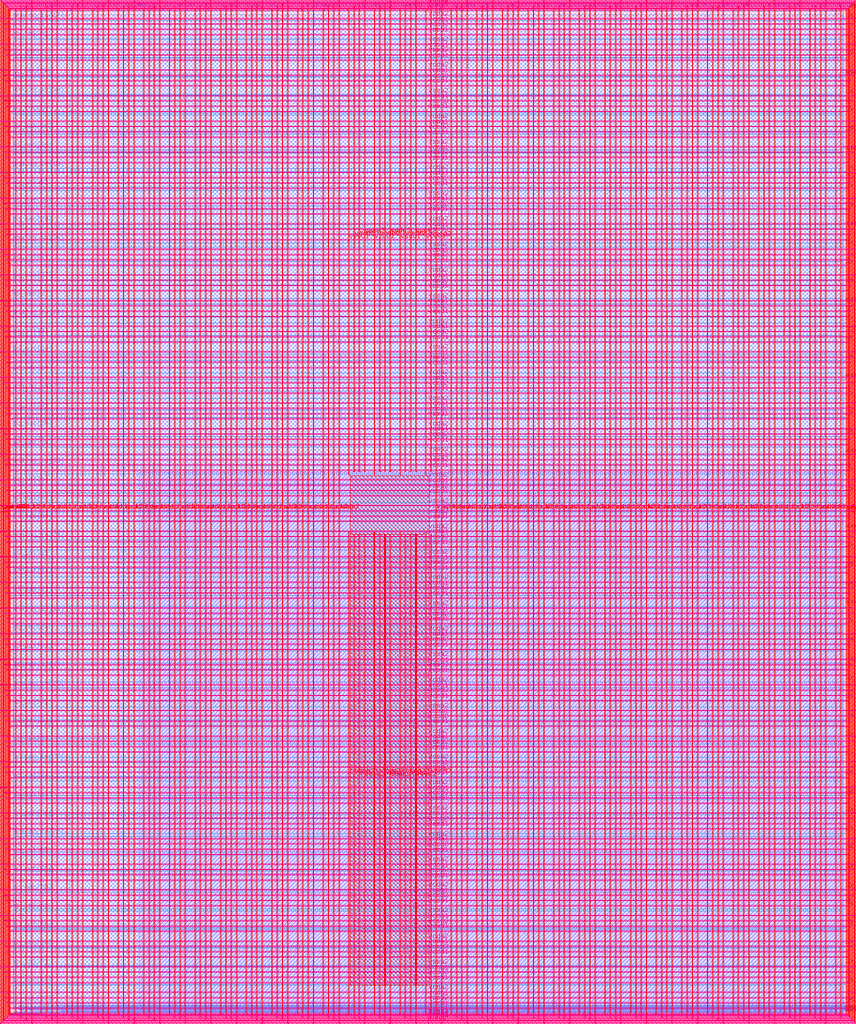
<source format=lef>
VERSION 5.7 ;
  NOWIREEXTENSIONATPIN ON ;
  DIVIDERCHAR "/" ;
  BUSBITCHARS "[]" ;
MACRO user_project_wrapper
  CLASS BLOCK ;
  FOREIGN user_project_wrapper ;
  ORIGIN 0.000 0.000 ;
  SIZE 2920.000 BY 3520.000 ;
  PIN analog_io[0]
    DIRECTION INOUT ;
    USE SIGNAL ;
    PORT
      LAYER met3 ;
        RECT 2917.600 1426.380 2924.800 1427.580 ;
    END
  END analog_io[0]
  PIN analog_io[10]
    DIRECTION INOUT ;
    USE SIGNAL ;
    PORT
      LAYER met2 ;
        RECT 2230.490 3517.600 2231.050 3524.800 ;
    END
  END analog_io[10]
  PIN analog_io[11]
    DIRECTION INOUT ;
    USE SIGNAL ;
    PORT
      LAYER met2 ;
        RECT 1905.730 3517.600 1906.290 3524.800 ;
    END
  END analog_io[11]
  PIN analog_io[12]
    DIRECTION INOUT ;
    USE SIGNAL ;
    PORT
      LAYER met2 ;
        RECT 1581.430 3517.600 1581.990 3524.800 ;
    END
  END analog_io[12]
  PIN analog_io[13]
    DIRECTION INOUT ;
    USE SIGNAL ;
    PORT
      LAYER met2 ;
        RECT 1257.130 3517.600 1257.690 3524.800 ;
    END
  END analog_io[13]
  PIN analog_io[14]
    DIRECTION INOUT ;
    USE SIGNAL ;
    PORT
      LAYER met2 ;
        RECT 932.370 3517.600 932.930 3524.800 ;
    END
  END analog_io[14]
  PIN analog_io[15]
    DIRECTION INOUT ;
    USE SIGNAL ;
    PORT
      LAYER met2 ;
        RECT 608.070 3517.600 608.630 3524.800 ;
    END
  END analog_io[15]
  PIN analog_io[16]
    DIRECTION INOUT ;
    USE SIGNAL ;
    PORT
      LAYER met2 ;
        RECT 283.770 3517.600 284.330 3524.800 ;
    END
  END analog_io[16]
  PIN analog_io[17]
    DIRECTION INOUT ;
    USE SIGNAL ;
    PORT
      LAYER met3 ;
        RECT -4.800 3486.100 2.400 3487.300 ;
    END
  END analog_io[17]
  PIN analog_io[18]
    DIRECTION INOUT ;
    USE SIGNAL ;
    PORT
      LAYER met3 ;
        RECT -4.800 3224.980 2.400 3226.180 ;
    END
  END analog_io[18]
  PIN analog_io[19]
    DIRECTION INOUT ;
    USE SIGNAL ;
    PORT
      LAYER met3 ;
        RECT -4.800 2964.540 2.400 2965.740 ;
    END
  END analog_io[19]
  PIN analog_io[1]
    DIRECTION INOUT ;
    USE SIGNAL ;
    PORT
      LAYER met3 ;
        RECT 2917.600 1692.260 2924.800 1693.460 ;
    END
  END analog_io[1]
  PIN analog_io[20]
    DIRECTION INOUT ;
    USE SIGNAL ;
    PORT
      LAYER met3 ;
        RECT -4.800 2703.420 2.400 2704.620 ;
    END
  END analog_io[20]
  PIN analog_io[21]
    DIRECTION INOUT ;
    USE SIGNAL ;
    PORT
      LAYER met3 ;
        RECT -4.800 2442.980 2.400 2444.180 ;
    END
  END analog_io[21]
  PIN analog_io[22]
    DIRECTION INOUT ;
    USE SIGNAL ;
    PORT
      LAYER met3 ;
        RECT -4.800 2182.540 2.400 2183.740 ;
    END
  END analog_io[22]
  PIN analog_io[23]
    DIRECTION INOUT ;
    USE SIGNAL ;
    PORT
      LAYER met3 ;
        RECT -4.800 1921.420 2.400 1922.620 ;
    END
  END analog_io[23]
  PIN analog_io[24]
    DIRECTION INOUT ;
    USE SIGNAL ;
    PORT
      LAYER met3 ;
        RECT -4.800 1660.980 2.400 1662.180 ;
    END
  END analog_io[24]
  PIN analog_io[25]
    DIRECTION INOUT ;
    USE SIGNAL ;
    PORT
      LAYER met3 ;
        RECT -4.800 1399.860 2.400 1401.060 ;
    END
  END analog_io[25]
  PIN analog_io[26]
    DIRECTION INOUT ;
    USE SIGNAL ;
    PORT
      LAYER met3 ;
        RECT -4.800 1139.420 2.400 1140.620 ;
    END
  END analog_io[26]
  PIN analog_io[27]
    DIRECTION INOUT ;
    USE SIGNAL ;
    PORT
      LAYER met3 ;
        RECT -4.800 878.980 2.400 880.180 ;
    END
  END analog_io[27]
  PIN analog_io[28]
    DIRECTION INOUT ;
    USE SIGNAL ;
    PORT
      LAYER met3 ;
        RECT -4.800 617.860 2.400 619.060 ;
    END
  END analog_io[28]
  PIN analog_io[2]
    DIRECTION INOUT ;
    USE SIGNAL ;
    PORT
      LAYER met3 ;
        RECT 2917.600 1958.140 2924.800 1959.340 ;
    END
  END analog_io[2]
  PIN analog_io[3]
    DIRECTION INOUT ;
    USE SIGNAL ;
    PORT
      LAYER met3 ;
        RECT 2917.600 2223.340 2924.800 2224.540 ;
    END
  END analog_io[3]
  PIN analog_io[4]
    DIRECTION INOUT ;
    USE SIGNAL ;
    PORT
      LAYER met3 ;
        RECT 2917.600 2489.220 2924.800 2490.420 ;
    END
  END analog_io[4]
  PIN analog_io[5]
    DIRECTION INOUT ;
    USE SIGNAL ;
    PORT
      LAYER met3 ;
        RECT 2917.600 2755.100 2924.800 2756.300 ;
    END
  END analog_io[5]
  PIN analog_io[6]
    DIRECTION INOUT ;
    USE SIGNAL ;
    PORT
      LAYER met3 ;
        RECT 2917.600 3020.300 2924.800 3021.500 ;
    END
  END analog_io[6]
  PIN analog_io[7]
    DIRECTION INOUT ;
    USE SIGNAL ;
    PORT
      LAYER met3 ;
        RECT 2917.600 3286.180 2924.800 3287.380 ;
    END
  END analog_io[7]
  PIN analog_io[8]
    DIRECTION INOUT ;
    USE SIGNAL ;
    PORT
      LAYER met2 ;
        RECT 2879.090 3517.600 2879.650 3524.800 ;
    END
  END analog_io[8]
  PIN analog_io[9]
    DIRECTION INOUT ;
    USE SIGNAL ;
    PORT
      LAYER met2 ;
        RECT 2554.790 3517.600 2555.350 3524.800 ;
    END
  END analog_io[9]
  PIN io_in[0]
    DIRECTION INPUT ;
    USE SIGNAL ;
    PORT
      LAYER met3 ;
        RECT 2917.600 32.380 2924.800 33.580 ;
    END
  END io_in[0]
  PIN io_in[10]
    DIRECTION INPUT ;
    USE SIGNAL ;
    PORT
      LAYER met3 ;
        RECT 2917.600 2289.980 2924.800 2291.180 ;
    END
  END io_in[10]
  PIN io_in[11]
    DIRECTION INPUT ;
    USE SIGNAL ;
    PORT
      LAYER met3 ;
        RECT 2917.600 2555.860 2924.800 2557.060 ;
    END
  END io_in[11]
  PIN io_in[12]
    DIRECTION INPUT ;
    USE SIGNAL ;
    PORT
      LAYER met3 ;
        RECT 2917.600 2821.060 2924.800 2822.260 ;
    END
  END io_in[12]
  PIN io_in[13]
    DIRECTION INPUT ;
    USE SIGNAL ;
    PORT
      LAYER met3 ;
        RECT 2917.600 3086.940 2924.800 3088.140 ;
    END
  END io_in[13]
  PIN io_in[14]
    DIRECTION INPUT ;
    USE SIGNAL ;
    PORT
      LAYER met3 ;
        RECT 2917.600 3352.820 2924.800 3354.020 ;
    END
  END io_in[14]
  PIN io_in[15]
    DIRECTION INPUT ;
    USE SIGNAL ;
    PORT
      LAYER met2 ;
        RECT 2798.130 3517.600 2798.690 3524.800 ;
    END
  END io_in[15]
  PIN io_in[16]
    DIRECTION INPUT ;
    USE SIGNAL ;
    PORT
      LAYER met2 ;
        RECT 2473.830 3517.600 2474.390 3524.800 ;
    END
  END io_in[16]
  PIN io_in[17]
    DIRECTION INPUT ;
    USE SIGNAL ;
    PORT
      LAYER met2 ;
        RECT 2149.070 3517.600 2149.630 3524.800 ;
    END
  END io_in[17]
  PIN io_in[18]
    DIRECTION INPUT ;
    USE SIGNAL ;
    PORT
      LAYER met2 ;
        RECT 1824.770 3517.600 1825.330 3524.800 ;
    END
  END io_in[18]
  PIN io_in[19]
    DIRECTION INPUT ;
    USE SIGNAL ;
    PORT
      LAYER met2 ;
        RECT 1500.470 3517.600 1501.030 3524.800 ;
    END
  END io_in[19]
  PIN io_in[1]
    DIRECTION INPUT ;
    USE SIGNAL ;
    PORT
      LAYER met3 ;
        RECT 2917.600 230.940 2924.800 232.140 ;
    END
  END io_in[1]
  PIN io_in[20]
    DIRECTION INPUT ;
    USE SIGNAL ;
    PORT
      LAYER met2 ;
        RECT 1175.710 3517.600 1176.270 3524.800 ;
    END
  END io_in[20]
  PIN io_in[21]
    DIRECTION INPUT ;
    USE SIGNAL ;
    PORT
      LAYER met2 ;
        RECT 851.410 3517.600 851.970 3524.800 ;
    END
  END io_in[21]
  PIN io_in[22]
    DIRECTION INPUT ;
    USE SIGNAL ;
    PORT
      LAYER met2 ;
        RECT 527.110 3517.600 527.670 3524.800 ;
    END
  END io_in[22]
  PIN io_in[23]
    DIRECTION INPUT ;
    USE SIGNAL ;
    PORT
      LAYER met2 ;
        RECT 202.350 3517.600 202.910 3524.800 ;
    END
  END io_in[23]
  PIN io_in[24]
    DIRECTION INPUT ;
    USE SIGNAL ;
    PORT
      LAYER met3 ;
        RECT -4.800 3420.820 2.400 3422.020 ;
    END
  END io_in[24]
  PIN io_in[25]
    DIRECTION INPUT ;
    USE SIGNAL ;
    PORT
      LAYER met3 ;
        RECT -4.800 3159.700 2.400 3160.900 ;
    END
  END io_in[25]
  PIN io_in[26]
    DIRECTION INPUT ;
    USE SIGNAL ;
    PORT
      LAYER met3 ;
        RECT -4.800 2899.260 2.400 2900.460 ;
    END
  END io_in[26]
  PIN io_in[27]
    DIRECTION INPUT ;
    USE SIGNAL ;
    PORT
      LAYER met3 ;
        RECT -4.800 2638.820 2.400 2640.020 ;
    END
  END io_in[27]
  PIN io_in[28]
    DIRECTION INPUT ;
    USE SIGNAL ;
    PORT
      LAYER met3 ;
        RECT -4.800 2377.700 2.400 2378.900 ;
    END
  END io_in[28]
  PIN io_in[29]
    DIRECTION INPUT ;
    USE SIGNAL ;
    PORT
      LAYER met3 ;
        RECT -4.800 2117.260 2.400 2118.460 ;
    END
  END io_in[29]
  PIN io_in[2]
    DIRECTION INPUT ;
    USE SIGNAL ;
    PORT
      LAYER met3 ;
        RECT 2917.600 430.180 2924.800 431.380 ;
    END
  END io_in[2]
  PIN io_in[30]
    DIRECTION INPUT ;
    USE SIGNAL ;
    PORT
      LAYER met3 ;
        RECT -4.800 1856.140 2.400 1857.340 ;
    END
  END io_in[30]
  PIN io_in[31]
    DIRECTION INPUT ;
    USE SIGNAL ;
    PORT
      LAYER met3 ;
        RECT -4.800 1595.700 2.400 1596.900 ;
    END
  END io_in[31]
  PIN io_in[32]
    DIRECTION INPUT ;
    USE SIGNAL ;
    PORT
      LAYER met3 ;
        RECT -4.800 1335.260 2.400 1336.460 ;
    END
  END io_in[32]
  PIN io_in[33]
    DIRECTION INPUT ;
    USE SIGNAL ;
    PORT
      LAYER met3 ;
        RECT -4.800 1074.140 2.400 1075.340 ;
    END
  END io_in[33]
  PIN io_in[34]
    DIRECTION INPUT ;
    USE SIGNAL ;
    PORT
      LAYER met3 ;
        RECT -4.800 813.700 2.400 814.900 ;
    END
  END io_in[34]
  PIN io_in[35]
    DIRECTION INPUT ;
    USE SIGNAL ;
    PORT
      LAYER met3 ;
        RECT -4.800 552.580 2.400 553.780 ;
    END
  END io_in[35]
  PIN io_in[36]
    DIRECTION INPUT ;
    USE SIGNAL ;
    PORT
      LAYER met3 ;
        RECT -4.800 357.420 2.400 358.620 ;
    END
  END io_in[36]
  PIN io_in[37]
    DIRECTION INPUT ;
    USE SIGNAL ;
    PORT
      LAYER met3 ;
        RECT -4.800 161.580 2.400 162.780 ;
    END
  END io_in[37]
  PIN io_in[3]
    DIRECTION INPUT ;
    USE SIGNAL ;
    PORT
      LAYER met3 ;
        RECT 2917.600 629.420 2924.800 630.620 ;
    END
  END io_in[3]
  PIN io_in[4]
    DIRECTION INPUT ;
    USE SIGNAL ;
    PORT
      LAYER met3 ;
        RECT 2917.600 828.660 2924.800 829.860 ;
    END
  END io_in[4]
  PIN io_in[5]
    DIRECTION INPUT ;
    USE SIGNAL ;
    PORT
      LAYER met3 ;
        RECT 2917.600 1027.900 2924.800 1029.100 ;
    END
  END io_in[5]
  PIN io_in[6]
    DIRECTION INPUT ;
    USE SIGNAL ;
    PORT
      LAYER met3 ;
        RECT 2917.600 1227.140 2924.800 1228.340 ;
    END
  END io_in[6]
  PIN io_in[7]
    DIRECTION INPUT ;
    USE SIGNAL ;
    PORT
      LAYER met3 ;
        RECT 2917.600 1493.020 2924.800 1494.220 ;
    END
  END io_in[7]
  PIN io_in[8]
    DIRECTION INPUT ;
    USE SIGNAL ;
    PORT
      LAYER met3 ;
        RECT 2917.600 1758.900 2924.800 1760.100 ;
    END
  END io_in[8]
  PIN io_in[9]
    DIRECTION INPUT ;
    USE SIGNAL ;
    PORT
      LAYER met3 ;
        RECT 2917.600 2024.100 2924.800 2025.300 ;
    END
  END io_in[9]
  PIN io_oeb[0]
    DIRECTION OUTPUT TRISTATE ;
    USE SIGNAL ;
    PORT
      LAYER met3 ;
        RECT 2917.600 164.980 2924.800 166.180 ;
    END
  END io_oeb[0]
  PIN io_oeb[10]
    DIRECTION OUTPUT TRISTATE ;
    USE SIGNAL ;
    PORT
      LAYER met3 ;
        RECT 2917.600 2422.580 2924.800 2423.780 ;
    END
  END io_oeb[10]
  PIN io_oeb[11]
    DIRECTION OUTPUT TRISTATE ;
    USE SIGNAL ;
    PORT
      LAYER met3 ;
        RECT 2917.600 2688.460 2924.800 2689.660 ;
    END
  END io_oeb[11]
  PIN io_oeb[12]
    DIRECTION OUTPUT TRISTATE ;
    USE SIGNAL ;
    PORT
      LAYER met3 ;
        RECT 2917.600 2954.340 2924.800 2955.540 ;
    END
  END io_oeb[12]
  PIN io_oeb[13]
    DIRECTION OUTPUT TRISTATE ;
    USE SIGNAL ;
    PORT
      LAYER met3 ;
        RECT 2917.600 3219.540 2924.800 3220.740 ;
    END
  END io_oeb[13]
  PIN io_oeb[14]
    DIRECTION OUTPUT TRISTATE ;
    USE SIGNAL ;
    PORT
      LAYER met3 ;
        RECT 2917.600 3485.420 2924.800 3486.620 ;
    END
  END io_oeb[14]
  PIN io_oeb[15]
    DIRECTION OUTPUT TRISTATE ;
    USE SIGNAL ;
    PORT
      LAYER met2 ;
        RECT 2635.750 3517.600 2636.310 3524.800 ;
    END
  END io_oeb[15]
  PIN io_oeb[16]
    DIRECTION OUTPUT TRISTATE ;
    USE SIGNAL ;
    PORT
      LAYER met2 ;
        RECT 2311.450 3517.600 2312.010 3524.800 ;
    END
  END io_oeb[16]
  PIN io_oeb[17]
    DIRECTION OUTPUT TRISTATE ;
    USE SIGNAL ;
    PORT
      LAYER met2 ;
        RECT 1987.150 3517.600 1987.710 3524.800 ;
    END
  END io_oeb[17]
  PIN io_oeb[18]
    DIRECTION OUTPUT TRISTATE ;
    USE SIGNAL ;
    PORT
      LAYER met2 ;
        RECT 1662.390 3517.600 1662.950 3524.800 ;
    END
  END io_oeb[18]
  PIN io_oeb[19]
    DIRECTION OUTPUT TRISTATE ;
    USE SIGNAL ;
    PORT
      LAYER met2 ;
        RECT 1338.090 3517.600 1338.650 3524.800 ;
    END
  END io_oeb[19]
  PIN io_oeb[1]
    DIRECTION OUTPUT TRISTATE ;
    USE SIGNAL ;
    PORT
      LAYER met3 ;
        RECT 2917.600 364.220 2924.800 365.420 ;
    END
  END io_oeb[1]
  PIN io_oeb[20]
    DIRECTION OUTPUT TRISTATE ;
    USE SIGNAL ;
    PORT
      LAYER met2 ;
        RECT 1013.790 3517.600 1014.350 3524.800 ;
    END
  END io_oeb[20]
  PIN io_oeb[21]
    DIRECTION OUTPUT TRISTATE ;
    USE SIGNAL ;
    PORT
      LAYER met2 ;
        RECT 689.030 3517.600 689.590 3524.800 ;
    END
  END io_oeb[21]
  PIN io_oeb[22]
    DIRECTION OUTPUT TRISTATE ;
    USE SIGNAL ;
    PORT
      LAYER met2 ;
        RECT 364.730 3517.600 365.290 3524.800 ;
    END
  END io_oeb[22]
  PIN io_oeb[23]
    DIRECTION OUTPUT TRISTATE ;
    USE SIGNAL ;
    PORT
      LAYER met2 ;
        RECT 40.430 3517.600 40.990 3524.800 ;
    END
  END io_oeb[23]
  PIN io_oeb[24]
    DIRECTION OUTPUT TRISTATE ;
    USE SIGNAL ;
    PORT
      LAYER met3 ;
        RECT -4.800 3290.260 2.400 3291.460 ;
    END
  END io_oeb[24]
  PIN io_oeb[25]
    DIRECTION OUTPUT TRISTATE ;
    USE SIGNAL ;
    PORT
      LAYER met3 ;
        RECT -4.800 3029.820 2.400 3031.020 ;
    END
  END io_oeb[25]
  PIN io_oeb[26]
    DIRECTION OUTPUT TRISTATE ;
    USE SIGNAL ;
    PORT
      LAYER met3 ;
        RECT -4.800 2768.700 2.400 2769.900 ;
    END
  END io_oeb[26]
  PIN io_oeb[27]
    DIRECTION OUTPUT TRISTATE ;
    USE SIGNAL ;
    PORT
      LAYER met3 ;
        RECT -4.800 2508.260 2.400 2509.460 ;
    END
  END io_oeb[27]
  PIN io_oeb[28]
    DIRECTION OUTPUT TRISTATE ;
    USE SIGNAL ;
    PORT
      LAYER met3 ;
        RECT -4.800 2247.140 2.400 2248.340 ;
    END
  END io_oeb[28]
  PIN io_oeb[29]
    DIRECTION OUTPUT TRISTATE ;
    USE SIGNAL ;
    PORT
      LAYER met3 ;
        RECT -4.800 1986.700 2.400 1987.900 ;
    END
  END io_oeb[29]
  PIN io_oeb[2]
    DIRECTION OUTPUT TRISTATE ;
    USE SIGNAL ;
    PORT
      LAYER met3 ;
        RECT 2917.600 563.460 2924.800 564.660 ;
    END
  END io_oeb[2]
  PIN io_oeb[30]
    DIRECTION OUTPUT TRISTATE ;
    USE SIGNAL ;
    PORT
      LAYER met3 ;
        RECT -4.800 1726.260 2.400 1727.460 ;
    END
  END io_oeb[30]
  PIN io_oeb[31]
    DIRECTION OUTPUT TRISTATE ;
    USE SIGNAL ;
    PORT
      LAYER met3 ;
        RECT -4.800 1465.140 2.400 1466.340 ;
    END
  END io_oeb[31]
  PIN io_oeb[32]
    DIRECTION OUTPUT TRISTATE ;
    USE SIGNAL ;
    PORT
      LAYER met3 ;
        RECT -4.800 1204.700 2.400 1205.900 ;
    END
  END io_oeb[32]
  PIN io_oeb[33]
    DIRECTION OUTPUT TRISTATE ;
    USE SIGNAL ;
    PORT
      LAYER met3 ;
        RECT -4.800 943.580 2.400 944.780 ;
    END
  END io_oeb[33]
  PIN io_oeb[34]
    DIRECTION OUTPUT TRISTATE ;
    USE SIGNAL ;
    PORT
      LAYER met3 ;
        RECT -4.800 683.140 2.400 684.340 ;
    END
  END io_oeb[34]
  PIN io_oeb[35]
    DIRECTION OUTPUT TRISTATE ;
    USE SIGNAL ;
    PORT
      LAYER met3 ;
        RECT -4.800 422.700 2.400 423.900 ;
    END
  END io_oeb[35]
  PIN io_oeb[36]
    DIRECTION OUTPUT TRISTATE ;
    USE SIGNAL ;
    PORT
      LAYER met3 ;
        RECT -4.800 226.860 2.400 228.060 ;
    END
  END io_oeb[36]
  PIN io_oeb[37]
    DIRECTION OUTPUT TRISTATE ;
    USE SIGNAL ;
    PORT
      LAYER met3 ;
        RECT -4.800 31.700 2.400 32.900 ;
    END
  END io_oeb[37]
  PIN io_oeb[3]
    DIRECTION OUTPUT TRISTATE ;
    USE SIGNAL ;
    PORT
      LAYER met3 ;
        RECT 2917.600 762.700 2924.800 763.900 ;
    END
  END io_oeb[3]
  PIN io_oeb[4]
    DIRECTION OUTPUT TRISTATE ;
    USE SIGNAL ;
    PORT
      LAYER met3 ;
        RECT 2917.600 961.940 2924.800 963.140 ;
    END
  END io_oeb[4]
  PIN io_oeb[5]
    DIRECTION OUTPUT TRISTATE ;
    USE SIGNAL ;
    PORT
      LAYER met3 ;
        RECT 2917.600 1161.180 2924.800 1162.380 ;
    END
  END io_oeb[5]
  PIN io_oeb[6]
    DIRECTION OUTPUT TRISTATE ;
    USE SIGNAL ;
    PORT
      LAYER met3 ;
        RECT 2917.600 1360.420 2924.800 1361.620 ;
    END
  END io_oeb[6]
  PIN io_oeb[7]
    DIRECTION OUTPUT TRISTATE ;
    USE SIGNAL ;
    PORT
      LAYER met3 ;
        RECT 2917.600 1625.620 2924.800 1626.820 ;
    END
  END io_oeb[7]
  PIN io_oeb[8]
    DIRECTION OUTPUT TRISTATE ;
    USE SIGNAL ;
    PORT
      LAYER met3 ;
        RECT 2917.600 1891.500 2924.800 1892.700 ;
    END
  END io_oeb[8]
  PIN io_oeb[9]
    DIRECTION OUTPUT TRISTATE ;
    USE SIGNAL ;
    PORT
      LAYER met3 ;
        RECT 2917.600 2157.380 2924.800 2158.580 ;
    END
  END io_oeb[9]
  PIN io_out[0]
    DIRECTION OUTPUT TRISTATE ;
    USE SIGNAL ;
    PORT
      LAYER met3 ;
        RECT 2917.600 98.340 2924.800 99.540 ;
    END
  END io_out[0]
  PIN io_out[10]
    DIRECTION OUTPUT TRISTATE ;
    USE SIGNAL ;
    PORT
      LAYER met3 ;
        RECT 2917.600 2356.620 2924.800 2357.820 ;
    END
  END io_out[10]
  PIN io_out[11]
    DIRECTION OUTPUT TRISTATE ;
    USE SIGNAL ;
    PORT
      LAYER met3 ;
        RECT 2917.600 2621.820 2924.800 2623.020 ;
    END
  END io_out[11]
  PIN io_out[12]
    DIRECTION OUTPUT TRISTATE ;
    USE SIGNAL ;
    PORT
      LAYER met3 ;
        RECT 2917.600 2887.700 2924.800 2888.900 ;
    END
  END io_out[12]
  PIN io_out[13]
    DIRECTION OUTPUT TRISTATE ;
    USE SIGNAL ;
    PORT
      LAYER met3 ;
        RECT 2917.600 3153.580 2924.800 3154.780 ;
    END
  END io_out[13]
  PIN io_out[14]
    DIRECTION OUTPUT TRISTATE ;
    USE SIGNAL ;
    PORT
      LAYER met3 ;
        RECT 2917.600 3418.780 2924.800 3419.980 ;
    END
  END io_out[14]
  PIN io_out[15]
    DIRECTION OUTPUT TRISTATE ;
    USE SIGNAL ;
    PORT
      LAYER met2 ;
        RECT 2717.170 3517.600 2717.730 3524.800 ;
    END
  END io_out[15]
  PIN io_out[16]
    DIRECTION OUTPUT TRISTATE ;
    USE SIGNAL ;
    PORT
      LAYER met2 ;
        RECT 2392.410 3517.600 2392.970 3524.800 ;
    END
  END io_out[16]
  PIN io_out[17]
    DIRECTION OUTPUT TRISTATE ;
    USE SIGNAL ;
    PORT
      LAYER met2 ;
        RECT 2068.110 3517.600 2068.670 3524.800 ;
    END
  END io_out[17]
  PIN io_out[18]
    DIRECTION OUTPUT TRISTATE ;
    USE SIGNAL ;
    PORT
      LAYER met2 ;
        RECT 1743.810 3517.600 1744.370 3524.800 ;
    END
  END io_out[18]
  PIN io_out[19]
    DIRECTION OUTPUT TRISTATE ;
    USE SIGNAL ;
    PORT
      LAYER met2 ;
        RECT 1419.050 3517.600 1419.610 3524.800 ;
    END
  END io_out[19]
  PIN io_out[1]
    DIRECTION OUTPUT TRISTATE ;
    USE SIGNAL ;
    PORT
      LAYER met3 ;
        RECT 2917.600 297.580 2924.800 298.780 ;
    END
  END io_out[1]
  PIN io_out[20]
    DIRECTION OUTPUT TRISTATE ;
    USE SIGNAL ;
    PORT
      LAYER met2 ;
        RECT 1094.750 3517.600 1095.310 3524.800 ;
    END
  END io_out[20]
  PIN io_out[21]
    DIRECTION OUTPUT TRISTATE ;
    USE SIGNAL ;
    PORT
      LAYER met2 ;
        RECT 770.450 3517.600 771.010 3524.800 ;
    END
  END io_out[21]
  PIN io_out[22]
    DIRECTION OUTPUT TRISTATE ;
    USE SIGNAL ;
    PORT
      LAYER met2 ;
        RECT 445.690 3517.600 446.250 3524.800 ;
    END
  END io_out[22]
  PIN io_out[23]
    DIRECTION OUTPUT TRISTATE ;
    USE SIGNAL ;
    PORT
      LAYER met2 ;
        RECT 121.390 3517.600 121.950 3524.800 ;
    END
  END io_out[23]
  PIN io_out[24]
    DIRECTION OUTPUT TRISTATE ;
    USE SIGNAL ;
    PORT
      LAYER met3 ;
        RECT -4.800 3355.540 2.400 3356.740 ;
    END
  END io_out[24]
  PIN io_out[25]
    DIRECTION OUTPUT TRISTATE ;
    USE SIGNAL ;
    PORT
      LAYER met3 ;
        RECT -4.800 3095.100 2.400 3096.300 ;
    END
  END io_out[25]
  PIN io_out[26]
    DIRECTION OUTPUT TRISTATE ;
    USE SIGNAL ;
    PORT
      LAYER met3 ;
        RECT -4.800 2833.980 2.400 2835.180 ;
    END
  END io_out[26]
  PIN io_out[27]
    DIRECTION OUTPUT TRISTATE ;
    USE SIGNAL ;
    PORT
      LAYER met3 ;
        RECT -4.800 2573.540 2.400 2574.740 ;
    END
  END io_out[27]
  PIN io_out[28]
    DIRECTION OUTPUT TRISTATE ;
    USE SIGNAL ;
    PORT
      LAYER met3 ;
        RECT -4.800 2312.420 2.400 2313.620 ;
    END
  END io_out[28]
  PIN io_out[29]
    DIRECTION OUTPUT TRISTATE ;
    USE SIGNAL ;
    PORT
      LAYER met3 ;
        RECT -4.800 2051.980 2.400 2053.180 ;
    END
  END io_out[29]
  PIN io_out[2]
    DIRECTION OUTPUT TRISTATE ;
    USE SIGNAL ;
    PORT
      LAYER met3 ;
        RECT 2917.600 496.820 2924.800 498.020 ;
    END
  END io_out[2]
  PIN io_out[30]
    DIRECTION OUTPUT TRISTATE ;
    USE SIGNAL ;
    PORT
      LAYER met3 ;
        RECT -4.800 1791.540 2.400 1792.740 ;
    END
  END io_out[30]
  PIN io_out[31]
    DIRECTION OUTPUT TRISTATE ;
    USE SIGNAL ;
    PORT
      LAYER met3 ;
        RECT -4.800 1530.420 2.400 1531.620 ;
    END
  END io_out[31]
  PIN io_out[32]
    DIRECTION OUTPUT TRISTATE ;
    USE SIGNAL ;
    PORT
      LAYER met3 ;
        RECT -4.800 1269.980 2.400 1271.180 ;
    END
  END io_out[32]
  PIN io_out[33]
    DIRECTION OUTPUT TRISTATE ;
    USE SIGNAL ;
    PORT
      LAYER met3 ;
        RECT -4.800 1008.860 2.400 1010.060 ;
    END
  END io_out[33]
  PIN io_out[34]
    DIRECTION OUTPUT TRISTATE ;
    USE SIGNAL ;
    PORT
      LAYER met3 ;
        RECT -4.800 748.420 2.400 749.620 ;
    END
  END io_out[34]
  PIN io_out[35]
    DIRECTION OUTPUT TRISTATE ;
    USE SIGNAL ;
    PORT
      LAYER met3 ;
        RECT -4.800 487.300 2.400 488.500 ;
    END
  END io_out[35]
  PIN io_out[36]
    DIRECTION OUTPUT TRISTATE ;
    USE SIGNAL ;
    PORT
      LAYER met3 ;
        RECT -4.800 292.140 2.400 293.340 ;
    END
  END io_out[36]
  PIN io_out[37]
    DIRECTION OUTPUT TRISTATE ;
    USE SIGNAL ;
    PORT
      LAYER met3 ;
        RECT -4.800 96.300 2.400 97.500 ;
    END
  END io_out[37]
  PIN io_out[3]
    DIRECTION OUTPUT TRISTATE ;
    USE SIGNAL ;
    PORT
      LAYER met3 ;
        RECT 2917.600 696.060 2924.800 697.260 ;
    END
  END io_out[3]
  PIN io_out[4]
    DIRECTION OUTPUT TRISTATE ;
    USE SIGNAL ;
    PORT
      LAYER met3 ;
        RECT 2917.600 895.300 2924.800 896.500 ;
    END
  END io_out[4]
  PIN io_out[5]
    DIRECTION OUTPUT TRISTATE ;
    USE SIGNAL ;
    PORT
      LAYER met3 ;
        RECT 2917.600 1094.540 2924.800 1095.740 ;
    END
  END io_out[5]
  PIN io_out[6]
    DIRECTION OUTPUT TRISTATE ;
    USE SIGNAL ;
    PORT
      LAYER met3 ;
        RECT 2917.600 1293.780 2924.800 1294.980 ;
    END
  END io_out[6]
  PIN io_out[7]
    DIRECTION OUTPUT TRISTATE ;
    USE SIGNAL ;
    PORT
      LAYER met3 ;
        RECT 2917.600 1559.660 2924.800 1560.860 ;
    END
  END io_out[7]
  PIN io_out[8]
    DIRECTION OUTPUT TRISTATE ;
    USE SIGNAL ;
    PORT
      LAYER met3 ;
        RECT 2917.600 1824.860 2924.800 1826.060 ;
    END
  END io_out[8]
  PIN io_out[9]
    DIRECTION OUTPUT TRISTATE ;
    USE SIGNAL ;
    PORT
      LAYER met3 ;
        RECT 2917.600 2090.740 2924.800 2091.940 ;
    END
  END io_out[9]
  PIN la_data_in[0]
    DIRECTION INPUT ;
    USE SIGNAL ;
    PORT
      LAYER met2 ;
        RECT 629.230 -4.800 629.790 2.400 ;
    END
  END la_data_in[0]
  PIN la_data_in[100]
    DIRECTION INPUT ;
    USE SIGNAL ;
    PORT
      LAYER met2 ;
        RECT 2402.530 -4.800 2403.090 2.400 ;
    END
  END la_data_in[100]
  PIN la_data_in[101]
    DIRECTION INPUT ;
    USE SIGNAL ;
    PORT
      LAYER met2 ;
        RECT 2420.010 -4.800 2420.570 2.400 ;
    END
  END la_data_in[101]
  PIN la_data_in[102]
    DIRECTION INPUT ;
    USE SIGNAL ;
    PORT
      LAYER met2 ;
        RECT 2437.950 -4.800 2438.510 2.400 ;
    END
  END la_data_in[102]
  PIN la_data_in[103]
    DIRECTION INPUT ;
    USE SIGNAL ;
    PORT
      LAYER met2 ;
        RECT 2455.430 -4.800 2455.990 2.400 ;
    END
  END la_data_in[103]
  PIN la_data_in[104]
    DIRECTION INPUT ;
    USE SIGNAL ;
    PORT
      LAYER met2 ;
        RECT 2473.370 -4.800 2473.930 2.400 ;
    END
  END la_data_in[104]
  PIN la_data_in[105]
    DIRECTION INPUT ;
    USE SIGNAL ;
    PORT
      LAYER met2 ;
        RECT 2490.850 -4.800 2491.410 2.400 ;
    END
  END la_data_in[105]
  PIN la_data_in[106]
    DIRECTION INPUT ;
    USE SIGNAL ;
    PORT
      LAYER met2 ;
        RECT 2508.790 -4.800 2509.350 2.400 ;
    END
  END la_data_in[106]
  PIN la_data_in[107]
    DIRECTION INPUT ;
    USE SIGNAL ;
    PORT
      LAYER met2 ;
        RECT 2526.730 -4.800 2527.290 2.400 ;
    END
  END la_data_in[107]
  PIN la_data_in[108]
    DIRECTION INPUT ;
    USE SIGNAL ;
    PORT
      LAYER met2 ;
        RECT 2544.210 -4.800 2544.770 2.400 ;
    END
  END la_data_in[108]
  PIN la_data_in[109]
    DIRECTION INPUT ;
    USE SIGNAL ;
    PORT
      LAYER met2 ;
        RECT 2562.150 -4.800 2562.710 2.400 ;
    END
  END la_data_in[109]
  PIN la_data_in[10]
    DIRECTION INPUT ;
    USE SIGNAL ;
    PORT
      LAYER met2 ;
        RECT 806.330 -4.800 806.890 2.400 ;
    END
  END la_data_in[10]
  PIN la_data_in[110]
    DIRECTION INPUT ;
    USE SIGNAL ;
    PORT
      LAYER met2 ;
        RECT 2579.630 -4.800 2580.190 2.400 ;
    END
  END la_data_in[110]
  PIN la_data_in[111]
    DIRECTION INPUT ;
    USE SIGNAL ;
    PORT
      LAYER met2 ;
        RECT 2597.570 -4.800 2598.130 2.400 ;
    END
  END la_data_in[111]
  PIN la_data_in[112]
    DIRECTION INPUT ;
    USE SIGNAL ;
    PORT
      LAYER met2 ;
        RECT 2615.050 -4.800 2615.610 2.400 ;
    END
  END la_data_in[112]
  PIN la_data_in[113]
    DIRECTION INPUT ;
    USE SIGNAL ;
    PORT
      LAYER met2 ;
        RECT 2632.990 -4.800 2633.550 2.400 ;
    END
  END la_data_in[113]
  PIN la_data_in[114]
    DIRECTION INPUT ;
    USE SIGNAL ;
    PORT
      LAYER met2 ;
        RECT 2650.470 -4.800 2651.030 2.400 ;
    END
  END la_data_in[114]
  PIN la_data_in[115]
    DIRECTION INPUT ;
    USE SIGNAL ;
    PORT
      LAYER met2 ;
        RECT 2668.410 -4.800 2668.970 2.400 ;
    END
  END la_data_in[115]
  PIN la_data_in[116]
    DIRECTION INPUT ;
    USE SIGNAL ;
    PORT
      LAYER met2 ;
        RECT 2685.890 -4.800 2686.450 2.400 ;
    END
  END la_data_in[116]
  PIN la_data_in[117]
    DIRECTION INPUT ;
    USE SIGNAL ;
    PORT
      LAYER met2 ;
        RECT 2703.830 -4.800 2704.390 2.400 ;
    END
  END la_data_in[117]
  PIN la_data_in[118]
    DIRECTION INPUT ;
    USE SIGNAL ;
    PORT
      LAYER met2 ;
        RECT 2721.770 -4.800 2722.330 2.400 ;
    END
  END la_data_in[118]
  PIN la_data_in[119]
    DIRECTION INPUT ;
    USE SIGNAL ;
    PORT
      LAYER met2 ;
        RECT 2739.250 -4.800 2739.810 2.400 ;
    END
  END la_data_in[119]
  PIN la_data_in[11]
    DIRECTION INPUT ;
    USE SIGNAL ;
    PORT
      LAYER met2 ;
        RECT 824.270 -4.800 824.830 2.400 ;
    END
  END la_data_in[11]
  PIN la_data_in[120]
    DIRECTION INPUT ;
    USE SIGNAL ;
    PORT
      LAYER met2 ;
        RECT 2757.190 -4.800 2757.750 2.400 ;
    END
  END la_data_in[120]
  PIN la_data_in[121]
    DIRECTION INPUT ;
    USE SIGNAL ;
    PORT
      LAYER met2 ;
        RECT 2774.670 -4.800 2775.230 2.400 ;
    END
  END la_data_in[121]
  PIN la_data_in[122]
    DIRECTION INPUT ;
    USE SIGNAL ;
    PORT
      LAYER met2 ;
        RECT 2792.610 -4.800 2793.170 2.400 ;
    END
  END la_data_in[122]
  PIN la_data_in[123]
    DIRECTION INPUT ;
    USE SIGNAL ;
    PORT
      LAYER met2 ;
        RECT 2810.090 -4.800 2810.650 2.400 ;
    END
  END la_data_in[123]
  PIN la_data_in[124]
    DIRECTION INPUT ;
    USE SIGNAL ;
    PORT
      LAYER met2 ;
        RECT 2828.030 -4.800 2828.590 2.400 ;
    END
  END la_data_in[124]
  PIN la_data_in[125]
    DIRECTION INPUT ;
    USE SIGNAL ;
    PORT
      LAYER met2 ;
        RECT 2845.510 -4.800 2846.070 2.400 ;
    END
  END la_data_in[125]
  PIN la_data_in[126]
    DIRECTION INPUT ;
    USE SIGNAL ;
    PORT
      LAYER met2 ;
        RECT 2863.450 -4.800 2864.010 2.400 ;
    END
  END la_data_in[126]
  PIN la_data_in[127]
    DIRECTION INPUT ;
    USE SIGNAL ;
    PORT
      LAYER met2 ;
        RECT 2881.390 -4.800 2881.950 2.400 ;
    END
  END la_data_in[127]
  PIN la_data_in[12]
    DIRECTION INPUT ;
    USE SIGNAL ;
    PORT
      LAYER met2 ;
        RECT 841.750 -4.800 842.310 2.400 ;
    END
  END la_data_in[12]
  PIN la_data_in[13]
    DIRECTION INPUT ;
    USE SIGNAL ;
    PORT
      LAYER met2 ;
        RECT 859.690 -4.800 860.250 2.400 ;
    END
  END la_data_in[13]
  PIN la_data_in[14]
    DIRECTION INPUT ;
    USE SIGNAL ;
    PORT
      LAYER met2 ;
        RECT 877.170 -4.800 877.730 2.400 ;
    END
  END la_data_in[14]
  PIN la_data_in[15]
    DIRECTION INPUT ;
    USE SIGNAL ;
    PORT
      LAYER met2 ;
        RECT 895.110 -4.800 895.670 2.400 ;
    END
  END la_data_in[15]
  PIN la_data_in[16]
    DIRECTION INPUT ;
    USE SIGNAL ;
    PORT
      LAYER met2 ;
        RECT 912.590 -4.800 913.150 2.400 ;
    END
  END la_data_in[16]
  PIN la_data_in[17]
    DIRECTION INPUT ;
    USE SIGNAL ;
    PORT
      LAYER met2 ;
        RECT 930.530 -4.800 931.090 2.400 ;
    END
  END la_data_in[17]
  PIN la_data_in[18]
    DIRECTION INPUT ;
    USE SIGNAL ;
    PORT
      LAYER met2 ;
        RECT 948.470 -4.800 949.030 2.400 ;
    END
  END la_data_in[18]
  PIN la_data_in[19]
    DIRECTION INPUT ;
    USE SIGNAL ;
    PORT
      LAYER met2 ;
        RECT 965.950 -4.800 966.510 2.400 ;
    END
  END la_data_in[19]
  PIN la_data_in[1]
    DIRECTION INPUT ;
    USE SIGNAL ;
    PORT
      LAYER met2 ;
        RECT 646.710 -4.800 647.270 2.400 ;
    END
  END la_data_in[1]
  PIN la_data_in[20]
    DIRECTION INPUT ;
    USE SIGNAL ;
    PORT
      LAYER met2 ;
        RECT 983.890 -4.800 984.450 2.400 ;
    END
  END la_data_in[20]
  PIN la_data_in[21]
    DIRECTION INPUT ;
    USE SIGNAL ;
    PORT
      LAYER met2 ;
        RECT 1001.370 -4.800 1001.930 2.400 ;
    END
  END la_data_in[21]
  PIN la_data_in[22]
    DIRECTION INPUT ;
    USE SIGNAL ;
    PORT
      LAYER met2 ;
        RECT 1019.310 -4.800 1019.870 2.400 ;
    END
  END la_data_in[22]
  PIN la_data_in[23]
    DIRECTION INPUT ;
    USE SIGNAL ;
    PORT
      LAYER met2 ;
        RECT 1036.790 -4.800 1037.350 2.400 ;
    END
  END la_data_in[23]
  PIN la_data_in[24]
    DIRECTION INPUT ;
    USE SIGNAL ;
    PORT
      LAYER met2 ;
        RECT 1054.730 -4.800 1055.290 2.400 ;
    END
  END la_data_in[24]
  PIN la_data_in[25]
    DIRECTION INPUT ;
    USE SIGNAL ;
    PORT
      LAYER met2 ;
        RECT 1072.210 -4.800 1072.770 2.400 ;
    END
  END la_data_in[25]
  PIN la_data_in[26]
    DIRECTION INPUT ;
    USE SIGNAL ;
    PORT
      LAYER met2 ;
        RECT 1090.150 -4.800 1090.710 2.400 ;
    END
  END la_data_in[26]
  PIN la_data_in[27]
    DIRECTION INPUT ;
    USE SIGNAL ;
    PORT
      LAYER met2 ;
        RECT 1107.630 -4.800 1108.190 2.400 ;
    END
  END la_data_in[27]
  PIN la_data_in[28]
    DIRECTION INPUT ;
    USE SIGNAL ;
    PORT
      LAYER met2 ;
        RECT 1125.570 -4.800 1126.130 2.400 ;
    END
  END la_data_in[28]
  PIN la_data_in[29]
    DIRECTION INPUT ;
    USE SIGNAL ;
    PORT
      LAYER met2 ;
        RECT 1143.510 -4.800 1144.070 2.400 ;
    END
  END la_data_in[29]
  PIN la_data_in[2]
    DIRECTION INPUT ;
    USE SIGNAL ;
    PORT
      LAYER met2 ;
        RECT 664.650 -4.800 665.210 2.400 ;
    END
  END la_data_in[2]
  PIN la_data_in[30]
    DIRECTION INPUT ;
    USE SIGNAL ;
    PORT
      LAYER met2 ;
        RECT 1160.990 -4.800 1161.550 2.400 ;
    END
  END la_data_in[30]
  PIN la_data_in[31]
    DIRECTION INPUT ;
    USE SIGNAL ;
    PORT
      LAYER met2 ;
        RECT 1178.930 -4.800 1179.490 2.400 ;
    END
  END la_data_in[31]
  PIN la_data_in[32]
    DIRECTION INPUT ;
    USE SIGNAL ;
    PORT
      LAYER met2 ;
        RECT 1196.410 -4.800 1196.970 2.400 ;
    END
  END la_data_in[32]
  PIN la_data_in[33]
    DIRECTION INPUT ;
    USE SIGNAL ;
    PORT
      LAYER met2 ;
        RECT 1214.350 -4.800 1214.910 2.400 ;
    END
  END la_data_in[33]
  PIN la_data_in[34]
    DIRECTION INPUT ;
    USE SIGNAL ;
    PORT
      LAYER met2 ;
        RECT 1231.830 -4.800 1232.390 2.400 ;
    END
  END la_data_in[34]
  PIN la_data_in[35]
    DIRECTION INPUT ;
    USE SIGNAL ;
    PORT
      LAYER met2 ;
        RECT 1249.770 -4.800 1250.330 2.400 ;
    END
  END la_data_in[35]
  PIN la_data_in[36]
    DIRECTION INPUT ;
    USE SIGNAL ;
    PORT
      LAYER met2 ;
        RECT 1267.250 -4.800 1267.810 2.400 ;
    END
  END la_data_in[36]
  PIN la_data_in[37]
    DIRECTION INPUT ;
    USE SIGNAL ;
    PORT
      LAYER met2 ;
        RECT 1285.190 -4.800 1285.750 2.400 ;
    END
  END la_data_in[37]
  PIN la_data_in[38]
    DIRECTION INPUT ;
    USE SIGNAL ;
    PORT
      LAYER met2 ;
        RECT 1303.130 -4.800 1303.690 2.400 ;
    END
  END la_data_in[38]
  PIN la_data_in[39]
    DIRECTION INPUT ;
    USE SIGNAL ;
    PORT
      LAYER met2 ;
        RECT 1320.610 -4.800 1321.170 2.400 ;
    END
  END la_data_in[39]
  PIN la_data_in[3]
    DIRECTION INPUT ;
    USE SIGNAL ;
    PORT
      LAYER met2 ;
        RECT 682.130 -4.800 682.690 2.400 ;
    END
  END la_data_in[3]
  PIN la_data_in[40]
    DIRECTION INPUT ;
    USE SIGNAL ;
    PORT
      LAYER met2 ;
        RECT 1338.550 -4.800 1339.110 2.400 ;
    END
  END la_data_in[40]
  PIN la_data_in[41]
    DIRECTION INPUT ;
    USE SIGNAL ;
    PORT
      LAYER met2 ;
        RECT 1356.030 -4.800 1356.590 2.400 ;
    END
  END la_data_in[41]
  PIN la_data_in[42]
    DIRECTION INPUT ;
    USE SIGNAL ;
    PORT
      LAYER met2 ;
        RECT 1373.970 -4.800 1374.530 2.400 ;
    END
  END la_data_in[42]
  PIN la_data_in[43]
    DIRECTION INPUT ;
    USE SIGNAL ;
    PORT
      LAYER met2 ;
        RECT 1391.450 -4.800 1392.010 2.400 ;
    END
  END la_data_in[43]
  PIN la_data_in[44]
    DIRECTION INPUT ;
    USE SIGNAL ;
    PORT
      LAYER met2 ;
        RECT 1409.390 -4.800 1409.950 2.400 ;
    END
  END la_data_in[44]
  PIN la_data_in[45]
    DIRECTION INPUT ;
    USE SIGNAL ;
    PORT
      LAYER met2 ;
        RECT 1426.870 -4.800 1427.430 2.400 ;
    END
  END la_data_in[45]
  PIN la_data_in[46]
    DIRECTION INPUT ;
    USE SIGNAL ;
    PORT
      LAYER met2 ;
        RECT 1444.810 -4.800 1445.370 2.400 ;
    END
  END la_data_in[46]
  PIN la_data_in[47]
    DIRECTION INPUT ;
    USE SIGNAL ;
    PORT
      LAYER met2 ;
        RECT 1462.750 -4.800 1463.310 2.400 ;
    END
  END la_data_in[47]
  PIN la_data_in[48]
    DIRECTION INPUT ;
    USE SIGNAL ;
    PORT
      LAYER met2 ;
        RECT 1480.230 -4.800 1480.790 2.400 ;
    END
  END la_data_in[48]
  PIN la_data_in[49]
    DIRECTION INPUT ;
    USE SIGNAL ;
    PORT
      LAYER met2 ;
        RECT 1498.170 -4.800 1498.730 2.400 ;
    END
  END la_data_in[49]
  PIN la_data_in[4]
    DIRECTION INPUT ;
    USE SIGNAL ;
    PORT
      LAYER met2 ;
        RECT 700.070 -4.800 700.630 2.400 ;
    END
  END la_data_in[4]
  PIN la_data_in[50]
    DIRECTION INPUT ;
    USE SIGNAL ;
    PORT
      LAYER met2 ;
        RECT 1515.650 -4.800 1516.210 2.400 ;
    END
  END la_data_in[50]
  PIN la_data_in[51]
    DIRECTION INPUT ;
    USE SIGNAL ;
    PORT
      LAYER met2 ;
        RECT 1533.590 -4.800 1534.150 2.400 ;
    END
  END la_data_in[51]
  PIN la_data_in[52]
    DIRECTION INPUT ;
    USE SIGNAL ;
    PORT
      LAYER met2 ;
        RECT 1551.070 -4.800 1551.630 2.400 ;
    END
  END la_data_in[52]
  PIN la_data_in[53]
    DIRECTION INPUT ;
    USE SIGNAL ;
    PORT
      LAYER met2 ;
        RECT 1569.010 -4.800 1569.570 2.400 ;
    END
  END la_data_in[53]
  PIN la_data_in[54]
    DIRECTION INPUT ;
    USE SIGNAL ;
    PORT
      LAYER met2 ;
        RECT 1586.490 -4.800 1587.050 2.400 ;
    END
  END la_data_in[54]
  PIN la_data_in[55]
    DIRECTION INPUT ;
    USE SIGNAL ;
    PORT
      LAYER met2 ;
        RECT 1604.430 -4.800 1604.990 2.400 ;
    END
  END la_data_in[55]
  PIN la_data_in[56]
    DIRECTION INPUT ;
    USE SIGNAL ;
    PORT
      LAYER met2 ;
        RECT 1621.910 -4.800 1622.470 2.400 ;
    END
  END la_data_in[56]
  PIN la_data_in[57]
    DIRECTION INPUT ;
    USE SIGNAL ;
    PORT
      LAYER met2 ;
        RECT 1639.850 -4.800 1640.410 2.400 ;
    END
  END la_data_in[57]
  PIN la_data_in[58]
    DIRECTION INPUT ;
    USE SIGNAL ;
    PORT
      LAYER met2 ;
        RECT 1657.790 -4.800 1658.350 2.400 ;
    END
  END la_data_in[58]
  PIN la_data_in[59]
    DIRECTION INPUT ;
    USE SIGNAL ;
    PORT
      LAYER met2 ;
        RECT 1675.270 -4.800 1675.830 2.400 ;
    END
  END la_data_in[59]
  PIN la_data_in[5]
    DIRECTION INPUT ;
    USE SIGNAL ;
    PORT
      LAYER met2 ;
        RECT 717.550 -4.800 718.110 2.400 ;
    END
  END la_data_in[5]
  PIN la_data_in[60]
    DIRECTION INPUT ;
    USE SIGNAL ;
    PORT
      LAYER met2 ;
        RECT 1693.210 -4.800 1693.770 2.400 ;
    END
  END la_data_in[60]
  PIN la_data_in[61]
    DIRECTION INPUT ;
    USE SIGNAL ;
    PORT
      LAYER met2 ;
        RECT 1710.690 -4.800 1711.250 2.400 ;
    END
  END la_data_in[61]
  PIN la_data_in[62]
    DIRECTION INPUT ;
    USE SIGNAL ;
    PORT
      LAYER met2 ;
        RECT 1728.630 -4.800 1729.190 2.400 ;
    END
  END la_data_in[62]
  PIN la_data_in[63]
    DIRECTION INPUT ;
    USE SIGNAL ;
    PORT
      LAYER met2 ;
        RECT 1746.110 -4.800 1746.670 2.400 ;
    END
  END la_data_in[63]
  PIN la_data_in[64]
    DIRECTION INPUT ;
    USE SIGNAL ;
    PORT
      LAYER met2 ;
        RECT 1764.050 -4.800 1764.610 2.400 ;
    END
  END la_data_in[64]
  PIN la_data_in[65]
    DIRECTION INPUT ;
    USE SIGNAL ;
    PORT
      LAYER met2 ;
        RECT 1781.530 -4.800 1782.090 2.400 ;
    END
  END la_data_in[65]
  PIN la_data_in[66]
    DIRECTION INPUT ;
    USE SIGNAL ;
    PORT
      LAYER met2 ;
        RECT 1799.470 -4.800 1800.030 2.400 ;
    END
  END la_data_in[66]
  PIN la_data_in[67]
    DIRECTION INPUT ;
    USE SIGNAL ;
    PORT
      LAYER met2 ;
        RECT 1817.410 -4.800 1817.970 2.400 ;
    END
  END la_data_in[67]
  PIN la_data_in[68]
    DIRECTION INPUT ;
    USE SIGNAL ;
    PORT
      LAYER met2 ;
        RECT 1834.890 -4.800 1835.450 2.400 ;
    END
  END la_data_in[68]
  PIN la_data_in[69]
    DIRECTION INPUT ;
    USE SIGNAL ;
    PORT
      LAYER met2 ;
        RECT 1852.830 -4.800 1853.390 2.400 ;
    END
  END la_data_in[69]
  PIN la_data_in[6]
    DIRECTION INPUT ;
    USE SIGNAL ;
    PORT
      LAYER met2 ;
        RECT 735.490 -4.800 736.050 2.400 ;
    END
  END la_data_in[6]
  PIN la_data_in[70]
    DIRECTION INPUT ;
    USE SIGNAL ;
    PORT
      LAYER met2 ;
        RECT 1870.310 -4.800 1870.870 2.400 ;
    END
  END la_data_in[70]
  PIN la_data_in[71]
    DIRECTION INPUT ;
    USE SIGNAL ;
    PORT
      LAYER met2 ;
        RECT 1888.250 -4.800 1888.810 2.400 ;
    END
  END la_data_in[71]
  PIN la_data_in[72]
    DIRECTION INPUT ;
    USE SIGNAL ;
    PORT
      LAYER met2 ;
        RECT 1905.730 -4.800 1906.290 2.400 ;
    END
  END la_data_in[72]
  PIN la_data_in[73]
    DIRECTION INPUT ;
    USE SIGNAL ;
    PORT
      LAYER met2 ;
        RECT 1923.670 -4.800 1924.230 2.400 ;
    END
  END la_data_in[73]
  PIN la_data_in[74]
    DIRECTION INPUT ;
    USE SIGNAL ;
    PORT
      LAYER met2 ;
        RECT 1941.150 -4.800 1941.710 2.400 ;
    END
  END la_data_in[74]
  PIN la_data_in[75]
    DIRECTION INPUT ;
    USE SIGNAL ;
    PORT
      LAYER met2 ;
        RECT 1959.090 -4.800 1959.650 2.400 ;
    END
  END la_data_in[75]
  PIN la_data_in[76]
    DIRECTION INPUT ;
    USE SIGNAL ;
    PORT
      LAYER met2 ;
        RECT 1976.570 -4.800 1977.130 2.400 ;
    END
  END la_data_in[76]
  PIN la_data_in[77]
    DIRECTION INPUT ;
    USE SIGNAL ;
    PORT
      LAYER met2 ;
        RECT 1994.510 -4.800 1995.070 2.400 ;
    END
  END la_data_in[77]
  PIN la_data_in[78]
    DIRECTION INPUT ;
    USE SIGNAL ;
    PORT
      LAYER met2 ;
        RECT 2012.450 -4.800 2013.010 2.400 ;
    END
  END la_data_in[78]
  PIN la_data_in[79]
    DIRECTION INPUT ;
    USE SIGNAL ;
    PORT
      LAYER met2 ;
        RECT 2029.930 -4.800 2030.490 2.400 ;
    END
  END la_data_in[79]
  PIN la_data_in[7]
    DIRECTION INPUT ;
    USE SIGNAL ;
    PORT
      LAYER met2 ;
        RECT 752.970 -4.800 753.530 2.400 ;
    END
  END la_data_in[7]
  PIN la_data_in[80]
    DIRECTION INPUT ;
    USE SIGNAL ;
    PORT
      LAYER met2 ;
        RECT 2047.870 -4.800 2048.430 2.400 ;
    END
  END la_data_in[80]
  PIN la_data_in[81]
    DIRECTION INPUT ;
    USE SIGNAL ;
    PORT
      LAYER met2 ;
        RECT 2065.350 -4.800 2065.910 2.400 ;
    END
  END la_data_in[81]
  PIN la_data_in[82]
    DIRECTION INPUT ;
    USE SIGNAL ;
    PORT
      LAYER met2 ;
        RECT 2083.290 -4.800 2083.850 2.400 ;
    END
  END la_data_in[82]
  PIN la_data_in[83]
    DIRECTION INPUT ;
    USE SIGNAL ;
    PORT
      LAYER met2 ;
        RECT 2100.770 -4.800 2101.330 2.400 ;
    END
  END la_data_in[83]
  PIN la_data_in[84]
    DIRECTION INPUT ;
    USE SIGNAL ;
    PORT
      LAYER met2 ;
        RECT 2118.710 -4.800 2119.270 2.400 ;
    END
  END la_data_in[84]
  PIN la_data_in[85]
    DIRECTION INPUT ;
    USE SIGNAL ;
    PORT
      LAYER met2 ;
        RECT 2136.190 -4.800 2136.750 2.400 ;
    END
  END la_data_in[85]
  PIN la_data_in[86]
    DIRECTION INPUT ;
    USE SIGNAL ;
    PORT
      LAYER met2 ;
        RECT 2154.130 -4.800 2154.690 2.400 ;
    END
  END la_data_in[86]
  PIN la_data_in[87]
    DIRECTION INPUT ;
    USE SIGNAL ;
    PORT
      LAYER met2 ;
        RECT 2172.070 -4.800 2172.630 2.400 ;
    END
  END la_data_in[87]
  PIN la_data_in[88]
    DIRECTION INPUT ;
    USE SIGNAL ;
    PORT
      LAYER met2 ;
        RECT 2189.550 -4.800 2190.110 2.400 ;
    END
  END la_data_in[88]
  PIN la_data_in[89]
    DIRECTION INPUT ;
    USE SIGNAL ;
    PORT
      LAYER met2 ;
        RECT 2207.490 -4.800 2208.050 2.400 ;
    END
  END la_data_in[89]
  PIN la_data_in[8]
    DIRECTION INPUT ;
    USE SIGNAL ;
    PORT
      LAYER met2 ;
        RECT 770.910 -4.800 771.470 2.400 ;
    END
  END la_data_in[8]
  PIN la_data_in[90]
    DIRECTION INPUT ;
    USE SIGNAL ;
    PORT
      LAYER met2 ;
        RECT 2224.970 -4.800 2225.530 2.400 ;
    END
  END la_data_in[90]
  PIN la_data_in[91]
    DIRECTION INPUT ;
    USE SIGNAL ;
    PORT
      LAYER met2 ;
        RECT 2242.910 -4.800 2243.470 2.400 ;
    END
  END la_data_in[91]
  PIN la_data_in[92]
    DIRECTION INPUT ;
    USE SIGNAL ;
    PORT
      LAYER met2 ;
        RECT 2260.390 -4.800 2260.950 2.400 ;
    END
  END la_data_in[92]
  PIN la_data_in[93]
    DIRECTION INPUT ;
    USE SIGNAL ;
    PORT
      LAYER met2 ;
        RECT 2278.330 -4.800 2278.890 2.400 ;
    END
  END la_data_in[93]
  PIN la_data_in[94]
    DIRECTION INPUT ;
    USE SIGNAL ;
    PORT
      LAYER met2 ;
        RECT 2295.810 -4.800 2296.370 2.400 ;
    END
  END la_data_in[94]
  PIN la_data_in[95]
    DIRECTION INPUT ;
    USE SIGNAL ;
    PORT
      LAYER met2 ;
        RECT 2313.750 -4.800 2314.310 2.400 ;
    END
  END la_data_in[95]
  PIN la_data_in[96]
    DIRECTION INPUT ;
    USE SIGNAL ;
    PORT
      LAYER met2 ;
        RECT 2331.230 -4.800 2331.790 2.400 ;
    END
  END la_data_in[96]
  PIN la_data_in[97]
    DIRECTION INPUT ;
    USE SIGNAL ;
    PORT
      LAYER met2 ;
        RECT 2349.170 -4.800 2349.730 2.400 ;
    END
  END la_data_in[97]
  PIN la_data_in[98]
    DIRECTION INPUT ;
    USE SIGNAL ;
    PORT
      LAYER met2 ;
        RECT 2367.110 -4.800 2367.670 2.400 ;
    END
  END la_data_in[98]
  PIN la_data_in[99]
    DIRECTION INPUT ;
    USE SIGNAL ;
    PORT
      LAYER met2 ;
        RECT 2384.590 -4.800 2385.150 2.400 ;
    END
  END la_data_in[99]
  PIN la_data_in[9]
    DIRECTION INPUT ;
    USE SIGNAL ;
    PORT
      LAYER met2 ;
        RECT 788.850 -4.800 789.410 2.400 ;
    END
  END la_data_in[9]
  PIN la_data_out[0]
    DIRECTION OUTPUT TRISTATE ;
    USE SIGNAL ;
    PORT
      LAYER met2 ;
        RECT 634.750 -4.800 635.310 2.400 ;
    END
  END la_data_out[0]
  PIN la_data_out[100]
    DIRECTION OUTPUT TRISTATE ;
    USE SIGNAL ;
    PORT
      LAYER met2 ;
        RECT 2408.510 -4.800 2409.070 2.400 ;
    END
  END la_data_out[100]
  PIN la_data_out[101]
    DIRECTION OUTPUT TRISTATE ;
    USE SIGNAL ;
    PORT
      LAYER met2 ;
        RECT 2425.990 -4.800 2426.550 2.400 ;
    END
  END la_data_out[101]
  PIN la_data_out[102]
    DIRECTION OUTPUT TRISTATE ;
    USE SIGNAL ;
    PORT
      LAYER met2 ;
        RECT 2443.930 -4.800 2444.490 2.400 ;
    END
  END la_data_out[102]
  PIN la_data_out[103]
    DIRECTION OUTPUT TRISTATE ;
    USE SIGNAL ;
    PORT
      LAYER met2 ;
        RECT 2461.410 -4.800 2461.970 2.400 ;
    END
  END la_data_out[103]
  PIN la_data_out[104]
    DIRECTION OUTPUT TRISTATE ;
    USE SIGNAL ;
    PORT
      LAYER met2 ;
        RECT 2479.350 -4.800 2479.910 2.400 ;
    END
  END la_data_out[104]
  PIN la_data_out[105]
    DIRECTION OUTPUT TRISTATE ;
    USE SIGNAL ;
    PORT
      LAYER met2 ;
        RECT 2496.830 -4.800 2497.390 2.400 ;
    END
  END la_data_out[105]
  PIN la_data_out[106]
    DIRECTION OUTPUT TRISTATE ;
    USE SIGNAL ;
    PORT
      LAYER met2 ;
        RECT 2514.770 -4.800 2515.330 2.400 ;
    END
  END la_data_out[106]
  PIN la_data_out[107]
    DIRECTION OUTPUT TRISTATE ;
    USE SIGNAL ;
    PORT
      LAYER met2 ;
        RECT 2532.250 -4.800 2532.810 2.400 ;
    END
  END la_data_out[107]
  PIN la_data_out[108]
    DIRECTION OUTPUT TRISTATE ;
    USE SIGNAL ;
    PORT
      LAYER met2 ;
        RECT 2550.190 -4.800 2550.750 2.400 ;
    END
  END la_data_out[108]
  PIN la_data_out[109]
    DIRECTION OUTPUT TRISTATE ;
    USE SIGNAL ;
    PORT
      LAYER met2 ;
        RECT 2567.670 -4.800 2568.230 2.400 ;
    END
  END la_data_out[109]
  PIN la_data_out[10]
    DIRECTION OUTPUT TRISTATE ;
    USE SIGNAL ;
    PORT
      LAYER met2 ;
        RECT 812.310 -4.800 812.870 2.400 ;
    END
  END la_data_out[10]
  PIN la_data_out[110]
    DIRECTION OUTPUT TRISTATE ;
    USE SIGNAL ;
    PORT
      LAYER met2 ;
        RECT 2585.610 -4.800 2586.170 2.400 ;
    END
  END la_data_out[110]
  PIN la_data_out[111]
    DIRECTION OUTPUT TRISTATE ;
    USE SIGNAL ;
    PORT
      LAYER met2 ;
        RECT 2603.550 -4.800 2604.110 2.400 ;
    END
  END la_data_out[111]
  PIN la_data_out[112]
    DIRECTION OUTPUT TRISTATE ;
    USE SIGNAL ;
    PORT
      LAYER met2 ;
        RECT 2621.030 -4.800 2621.590 2.400 ;
    END
  END la_data_out[112]
  PIN la_data_out[113]
    DIRECTION OUTPUT TRISTATE ;
    USE SIGNAL ;
    PORT
      LAYER met2 ;
        RECT 2638.970 -4.800 2639.530 2.400 ;
    END
  END la_data_out[113]
  PIN la_data_out[114]
    DIRECTION OUTPUT TRISTATE ;
    USE SIGNAL ;
    PORT
      LAYER met2 ;
        RECT 2656.450 -4.800 2657.010 2.400 ;
    END
  END la_data_out[114]
  PIN la_data_out[115]
    DIRECTION OUTPUT TRISTATE ;
    USE SIGNAL ;
    PORT
      LAYER met2 ;
        RECT 2674.390 -4.800 2674.950 2.400 ;
    END
  END la_data_out[115]
  PIN la_data_out[116]
    DIRECTION OUTPUT TRISTATE ;
    USE SIGNAL ;
    PORT
      LAYER met2 ;
        RECT 2691.870 -4.800 2692.430 2.400 ;
    END
  END la_data_out[116]
  PIN la_data_out[117]
    DIRECTION OUTPUT TRISTATE ;
    USE SIGNAL ;
    PORT
      LAYER met2 ;
        RECT 2709.810 -4.800 2710.370 2.400 ;
    END
  END la_data_out[117]
  PIN la_data_out[118]
    DIRECTION OUTPUT TRISTATE ;
    USE SIGNAL ;
    PORT
      LAYER met2 ;
        RECT 2727.290 -4.800 2727.850 2.400 ;
    END
  END la_data_out[118]
  PIN la_data_out[119]
    DIRECTION OUTPUT TRISTATE ;
    USE SIGNAL ;
    PORT
      LAYER met2 ;
        RECT 2745.230 -4.800 2745.790 2.400 ;
    END
  END la_data_out[119]
  PIN la_data_out[11]
    DIRECTION OUTPUT TRISTATE ;
    USE SIGNAL ;
    PORT
      LAYER met2 ;
        RECT 830.250 -4.800 830.810 2.400 ;
    END
  END la_data_out[11]
  PIN la_data_out[120]
    DIRECTION OUTPUT TRISTATE ;
    USE SIGNAL ;
    PORT
      LAYER met2 ;
        RECT 2763.170 -4.800 2763.730 2.400 ;
    END
  END la_data_out[120]
  PIN la_data_out[121]
    DIRECTION OUTPUT TRISTATE ;
    USE SIGNAL ;
    PORT
      LAYER met2 ;
        RECT 2780.650 -4.800 2781.210 2.400 ;
    END
  END la_data_out[121]
  PIN la_data_out[122]
    DIRECTION OUTPUT TRISTATE ;
    USE SIGNAL ;
    PORT
      LAYER met2 ;
        RECT 2798.590 -4.800 2799.150 2.400 ;
    END
  END la_data_out[122]
  PIN la_data_out[123]
    DIRECTION OUTPUT TRISTATE ;
    USE SIGNAL ;
    PORT
      LAYER met2 ;
        RECT 2816.070 -4.800 2816.630 2.400 ;
    END
  END la_data_out[123]
  PIN la_data_out[124]
    DIRECTION OUTPUT TRISTATE ;
    USE SIGNAL ;
    PORT
      LAYER met2 ;
        RECT 2834.010 -4.800 2834.570 2.400 ;
    END
  END la_data_out[124]
  PIN la_data_out[125]
    DIRECTION OUTPUT TRISTATE ;
    USE SIGNAL ;
    PORT
      LAYER met2 ;
        RECT 2851.490 -4.800 2852.050 2.400 ;
    END
  END la_data_out[125]
  PIN la_data_out[126]
    DIRECTION OUTPUT TRISTATE ;
    USE SIGNAL ;
    PORT
      LAYER met2 ;
        RECT 2869.430 -4.800 2869.990 2.400 ;
    END
  END la_data_out[126]
  PIN la_data_out[127]
    DIRECTION OUTPUT TRISTATE ;
    USE SIGNAL ;
    PORT
      LAYER met2 ;
        RECT 2886.910 -4.800 2887.470 2.400 ;
    END
  END la_data_out[127]
  PIN la_data_out[12]
    DIRECTION OUTPUT TRISTATE ;
    USE SIGNAL ;
    PORT
      LAYER met2 ;
        RECT 847.730 -4.800 848.290 2.400 ;
    END
  END la_data_out[12]
  PIN la_data_out[13]
    DIRECTION OUTPUT TRISTATE ;
    USE SIGNAL ;
    PORT
      LAYER met2 ;
        RECT 865.670 -4.800 866.230 2.400 ;
    END
  END la_data_out[13]
  PIN la_data_out[14]
    DIRECTION OUTPUT TRISTATE ;
    USE SIGNAL ;
    PORT
      LAYER met2 ;
        RECT 883.150 -4.800 883.710 2.400 ;
    END
  END la_data_out[14]
  PIN la_data_out[15]
    DIRECTION OUTPUT TRISTATE ;
    USE SIGNAL ;
    PORT
      LAYER met2 ;
        RECT 901.090 -4.800 901.650 2.400 ;
    END
  END la_data_out[15]
  PIN la_data_out[16]
    DIRECTION OUTPUT TRISTATE ;
    USE SIGNAL ;
    PORT
      LAYER met2 ;
        RECT 918.570 -4.800 919.130 2.400 ;
    END
  END la_data_out[16]
  PIN la_data_out[17]
    DIRECTION OUTPUT TRISTATE ;
    USE SIGNAL ;
    PORT
      LAYER met2 ;
        RECT 936.510 -4.800 937.070 2.400 ;
    END
  END la_data_out[17]
  PIN la_data_out[18]
    DIRECTION OUTPUT TRISTATE ;
    USE SIGNAL ;
    PORT
      LAYER met2 ;
        RECT 953.990 -4.800 954.550 2.400 ;
    END
  END la_data_out[18]
  PIN la_data_out[19]
    DIRECTION OUTPUT TRISTATE ;
    USE SIGNAL ;
    PORT
      LAYER met2 ;
        RECT 971.930 -4.800 972.490 2.400 ;
    END
  END la_data_out[19]
  PIN la_data_out[1]
    DIRECTION OUTPUT TRISTATE ;
    USE SIGNAL ;
    PORT
      LAYER met2 ;
        RECT 652.690 -4.800 653.250 2.400 ;
    END
  END la_data_out[1]
  PIN la_data_out[20]
    DIRECTION OUTPUT TRISTATE ;
    USE SIGNAL ;
    PORT
      LAYER met2 ;
        RECT 989.410 -4.800 989.970 2.400 ;
    END
  END la_data_out[20]
  PIN la_data_out[21]
    DIRECTION OUTPUT TRISTATE ;
    USE SIGNAL ;
    PORT
      LAYER met2 ;
        RECT 1007.350 -4.800 1007.910 2.400 ;
    END
  END la_data_out[21]
  PIN la_data_out[22]
    DIRECTION OUTPUT TRISTATE ;
    USE SIGNAL ;
    PORT
      LAYER met2 ;
        RECT 1025.290 -4.800 1025.850 2.400 ;
    END
  END la_data_out[22]
  PIN la_data_out[23]
    DIRECTION OUTPUT TRISTATE ;
    USE SIGNAL ;
    PORT
      LAYER met2 ;
        RECT 1042.770 -4.800 1043.330 2.400 ;
    END
  END la_data_out[23]
  PIN la_data_out[24]
    DIRECTION OUTPUT TRISTATE ;
    USE SIGNAL ;
    PORT
      LAYER met2 ;
        RECT 1060.710 -4.800 1061.270 2.400 ;
    END
  END la_data_out[24]
  PIN la_data_out[25]
    DIRECTION OUTPUT TRISTATE ;
    USE SIGNAL ;
    PORT
      LAYER met2 ;
        RECT 1078.190 -4.800 1078.750 2.400 ;
    END
  END la_data_out[25]
  PIN la_data_out[26]
    DIRECTION OUTPUT TRISTATE ;
    USE SIGNAL ;
    PORT
      LAYER met2 ;
        RECT 1096.130 -4.800 1096.690 2.400 ;
    END
  END la_data_out[26]
  PIN la_data_out[27]
    DIRECTION OUTPUT TRISTATE ;
    USE SIGNAL ;
    PORT
      LAYER met2 ;
        RECT 1113.610 -4.800 1114.170 2.400 ;
    END
  END la_data_out[27]
  PIN la_data_out[28]
    DIRECTION OUTPUT TRISTATE ;
    USE SIGNAL ;
    PORT
      LAYER met2 ;
        RECT 1131.550 -4.800 1132.110 2.400 ;
    END
  END la_data_out[28]
  PIN la_data_out[29]
    DIRECTION OUTPUT TRISTATE ;
    USE SIGNAL ;
    PORT
      LAYER met2 ;
        RECT 1149.030 -4.800 1149.590 2.400 ;
    END
  END la_data_out[29]
  PIN la_data_out[2]
    DIRECTION OUTPUT TRISTATE ;
    USE SIGNAL ;
    PORT
      LAYER met2 ;
        RECT 670.630 -4.800 671.190 2.400 ;
    END
  END la_data_out[2]
  PIN la_data_out[30]
    DIRECTION OUTPUT TRISTATE ;
    USE SIGNAL ;
    PORT
      LAYER met2 ;
        RECT 1166.970 -4.800 1167.530 2.400 ;
    END
  END la_data_out[30]
  PIN la_data_out[31]
    DIRECTION OUTPUT TRISTATE ;
    USE SIGNAL ;
    PORT
      LAYER met2 ;
        RECT 1184.910 -4.800 1185.470 2.400 ;
    END
  END la_data_out[31]
  PIN la_data_out[32]
    DIRECTION OUTPUT TRISTATE ;
    USE SIGNAL ;
    PORT
      LAYER met2 ;
        RECT 1202.390 -4.800 1202.950 2.400 ;
    END
  END la_data_out[32]
  PIN la_data_out[33]
    DIRECTION OUTPUT TRISTATE ;
    USE SIGNAL ;
    PORT
      LAYER met2 ;
        RECT 1220.330 -4.800 1220.890 2.400 ;
    END
  END la_data_out[33]
  PIN la_data_out[34]
    DIRECTION OUTPUT TRISTATE ;
    USE SIGNAL ;
    PORT
      LAYER met2 ;
        RECT 1237.810 -4.800 1238.370 2.400 ;
    END
  END la_data_out[34]
  PIN la_data_out[35]
    DIRECTION OUTPUT TRISTATE ;
    USE SIGNAL ;
    PORT
      LAYER met2 ;
        RECT 1255.750 -4.800 1256.310 2.400 ;
    END
  END la_data_out[35]
  PIN la_data_out[36]
    DIRECTION OUTPUT TRISTATE ;
    USE SIGNAL ;
    PORT
      LAYER met2 ;
        RECT 1273.230 -4.800 1273.790 2.400 ;
    END
  END la_data_out[36]
  PIN la_data_out[37]
    DIRECTION OUTPUT TRISTATE ;
    USE SIGNAL ;
    PORT
      LAYER met2 ;
        RECT 1291.170 -4.800 1291.730 2.400 ;
    END
  END la_data_out[37]
  PIN la_data_out[38]
    DIRECTION OUTPUT TRISTATE ;
    USE SIGNAL ;
    PORT
      LAYER met2 ;
        RECT 1308.650 -4.800 1309.210 2.400 ;
    END
  END la_data_out[38]
  PIN la_data_out[39]
    DIRECTION OUTPUT TRISTATE ;
    USE SIGNAL ;
    PORT
      LAYER met2 ;
        RECT 1326.590 -4.800 1327.150 2.400 ;
    END
  END la_data_out[39]
  PIN la_data_out[3]
    DIRECTION OUTPUT TRISTATE ;
    USE SIGNAL ;
    PORT
      LAYER met2 ;
        RECT 688.110 -4.800 688.670 2.400 ;
    END
  END la_data_out[3]
  PIN la_data_out[40]
    DIRECTION OUTPUT TRISTATE ;
    USE SIGNAL ;
    PORT
      LAYER met2 ;
        RECT 1344.070 -4.800 1344.630 2.400 ;
    END
  END la_data_out[40]
  PIN la_data_out[41]
    DIRECTION OUTPUT TRISTATE ;
    USE SIGNAL ;
    PORT
      LAYER met2 ;
        RECT 1362.010 -4.800 1362.570 2.400 ;
    END
  END la_data_out[41]
  PIN la_data_out[42]
    DIRECTION OUTPUT TRISTATE ;
    USE SIGNAL ;
    PORT
      LAYER met2 ;
        RECT 1379.950 -4.800 1380.510 2.400 ;
    END
  END la_data_out[42]
  PIN la_data_out[43]
    DIRECTION OUTPUT TRISTATE ;
    USE SIGNAL ;
    PORT
      LAYER met2 ;
        RECT 1397.430 -4.800 1397.990 2.400 ;
    END
  END la_data_out[43]
  PIN la_data_out[44]
    DIRECTION OUTPUT TRISTATE ;
    USE SIGNAL ;
    PORT
      LAYER met2 ;
        RECT 1415.370 -4.800 1415.930 2.400 ;
    END
  END la_data_out[44]
  PIN la_data_out[45]
    DIRECTION OUTPUT TRISTATE ;
    USE SIGNAL ;
    PORT
      LAYER met2 ;
        RECT 1432.850 -4.800 1433.410 2.400 ;
    END
  END la_data_out[45]
  PIN la_data_out[46]
    DIRECTION OUTPUT TRISTATE ;
    USE SIGNAL ;
    PORT
      LAYER met2 ;
        RECT 1450.790 -4.800 1451.350 2.400 ;
    END
  END la_data_out[46]
  PIN la_data_out[47]
    DIRECTION OUTPUT TRISTATE ;
    USE SIGNAL ;
    PORT
      LAYER met2 ;
        RECT 1468.270 -4.800 1468.830 2.400 ;
    END
  END la_data_out[47]
  PIN la_data_out[48]
    DIRECTION OUTPUT TRISTATE ;
    USE SIGNAL ;
    PORT
      LAYER met2 ;
        RECT 1486.210 -4.800 1486.770 2.400 ;
    END
  END la_data_out[48]
  PIN la_data_out[49]
    DIRECTION OUTPUT TRISTATE ;
    USE SIGNAL ;
    PORT
      LAYER met2 ;
        RECT 1503.690 -4.800 1504.250 2.400 ;
    END
  END la_data_out[49]
  PIN la_data_out[4]
    DIRECTION OUTPUT TRISTATE ;
    USE SIGNAL ;
    PORT
      LAYER met2 ;
        RECT 706.050 -4.800 706.610 2.400 ;
    END
  END la_data_out[4]
  PIN la_data_out[50]
    DIRECTION OUTPUT TRISTATE ;
    USE SIGNAL ;
    PORT
      LAYER met2 ;
        RECT 1521.630 -4.800 1522.190 2.400 ;
    END
  END la_data_out[50]
  PIN la_data_out[51]
    DIRECTION OUTPUT TRISTATE ;
    USE SIGNAL ;
    PORT
      LAYER met2 ;
        RECT 1539.570 -4.800 1540.130 2.400 ;
    END
  END la_data_out[51]
  PIN la_data_out[52]
    DIRECTION OUTPUT TRISTATE ;
    USE SIGNAL ;
    PORT
      LAYER met2 ;
        RECT 1557.050 -4.800 1557.610 2.400 ;
    END
  END la_data_out[52]
  PIN la_data_out[53]
    DIRECTION OUTPUT TRISTATE ;
    USE SIGNAL ;
    PORT
      LAYER met2 ;
        RECT 1574.990 -4.800 1575.550 2.400 ;
    END
  END la_data_out[53]
  PIN la_data_out[54]
    DIRECTION OUTPUT TRISTATE ;
    USE SIGNAL ;
    PORT
      LAYER met2 ;
        RECT 1592.470 -4.800 1593.030 2.400 ;
    END
  END la_data_out[54]
  PIN la_data_out[55]
    DIRECTION OUTPUT TRISTATE ;
    USE SIGNAL ;
    PORT
      LAYER met2 ;
        RECT 1610.410 -4.800 1610.970 2.400 ;
    END
  END la_data_out[55]
  PIN la_data_out[56]
    DIRECTION OUTPUT TRISTATE ;
    USE SIGNAL ;
    PORT
      LAYER met2 ;
        RECT 1627.890 -4.800 1628.450 2.400 ;
    END
  END la_data_out[56]
  PIN la_data_out[57]
    DIRECTION OUTPUT TRISTATE ;
    USE SIGNAL ;
    PORT
      LAYER met2 ;
        RECT 1645.830 -4.800 1646.390 2.400 ;
    END
  END la_data_out[57]
  PIN la_data_out[58]
    DIRECTION OUTPUT TRISTATE ;
    USE SIGNAL ;
    PORT
      LAYER met2 ;
        RECT 1663.310 -4.800 1663.870 2.400 ;
    END
  END la_data_out[58]
  PIN la_data_out[59]
    DIRECTION OUTPUT TRISTATE ;
    USE SIGNAL ;
    PORT
      LAYER met2 ;
        RECT 1681.250 -4.800 1681.810 2.400 ;
    END
  END la_data_out[59]
  PIN la_data_out[5]
    DIRECTION OUTPUT TRISTATE ;
    USE SIGNAL ;
    PORT
      LAYER met2 ;
        RECT 723.530 -4.800 724.090 2.400 ;
    END
  END la_data_out[5]
  PIN la_data_out[60]
    DIRECTION OUTPUT TRISTATE ;
    USE SIGNAL ;
    PORT
      LAYER met2 ;
        RECT 1699.190 -4.800 1699.750 2.400 ;
    END
  END la_data_out[60]
  PIN la_data_out[61]
    DIRECTION OUTPUT TRISTATE ;
    USE SIGNAL ;
    PORT
      LAYER met2 ;
        RECT 1716.670 -4.800 1717.230 2.400 ;
    END
  END la_data_out[61]
  PIN la_data_out[62]
    DIRECTION OUTPUT TRISTATE ;
    USE SIGNAL ;
    PORT
      LAYER met2 ;
        RECT 1734.610 -4.800 1735.170 2.400 ;
    END
  END la_data_out[62]
  PIN la_data_out[63]
    DIRECTION OUTPUT TRISTATE ;
    USE SIGNAL ;
    PORT
      LAYER met2 ;
        RECT 1752.090 -4.800 1752.650 2.400 ;
    END
  END la_data_out[63]
  PIN la_data_out[64]
    DIRECTION OUTPUT TRISTATE ;
    USE SIGNAL ;
    PORT
      LAYER met2 ;
        RECT 1770.030 -4.800 1770.590 2.400 ;
    END
  END la_data_out[64]
  PIN la_data_out[65]
    DIRECTION OUTPUT TRISTATE ;
    USE SIGNAL ;
    PORT
      LAYER met2 ;
        RECT 1787.510 -4.800 1788.070 2.400 ;
    END
  END la_data_out[65]
  PIN la_data_out[66]
    DIRECTION OUTPUT TRISTATE ;
    USE SIGNAL ;
    PORT
      LAYER met2 ;
        RECT 1805.450 -4.800 1806.010 2.400 ;
    END
  END la_data_out[66]
  PIN la_data_out[67]
    DIRECTION OUTPUT TRISTATE ;
    USE SIGNAL ;
    PORT
      LAYER met2 ;
        RECT 1822.930 -4.800 1823.490 2.400 ;
    END
  END la_data_out[67]
  PIN la_data_out[68]
    DIRECTION OUTPUT TRISTATE ;
    USE SIGNAL ;
    PORT
      LAYER met2 ;
        RECT 1840.870 -4.800 1841.430 2.400 ;
    END
  END la_data_out[68]
  PIN la_data_out[69]
    DIRECTION OUTPUT TRISTATE ;
    USE SIGNAL ;
    PORT
      LAYER met2 ;
        RECT 1858.350 -4.800 1858.910 2.400 ;
    END
  END la_data_out[69]
  PIN la_data_out[6]
    DIRECTION OUTPUT TRISTATE ;
    USE SIGNAL ;
    PORT
      LAYER met2 ;
        RECT 741.470 -4.800 742.030 2.400 ;
    END
  END la_data_out[6]
  PIN la_data_out[70]
    DIRECTION OUTPUT TRISTATE ;
    USE SIGNAL ;
    PORT
      LAYER met2 ;
        RECT 1876.290 -4.800 1876.850 2.400 ;
    END
  END la_data_out[70]
  PIN la_data_out[71]
    DIRECTION OUTPUT TRISTATE ;
    USE SIGNAL ;
    PORT
      LAYER met2 ;
        RECT 1894.230 -4.800 1894.790 2.400 ;
    END
  END la_data_out[71]
  PIN la_data_out[72]
    DIRECTION OUTPUT TRISTATE ;
    USE SIGNAL ;
    PORT
      LAYER met2 ;
        RECT 1911.710 -4.800 1912.270 2.400 ;
    END
  END la_data_out[72]
  PIN la_data_out[73]
    DIRECTION OUTPUT TRISTATE ;
    USE SIGNAL ;
    PORT
      LAYER met2 ;
        RECT 1929.650 -4.800 1930.210 2.400 ;
    END
  END la_data_out[73]
  PIN la_data_out[74]
    DIRECTION OUTPUT TRISTATE ;
    USE SIGNAL ;
    PORT
      LAYER met2 ;
        RECT 1947.130 -4.800 1947.690 2.400 ;
    END
  END la_data_out[74]
  PIN la_data_out[75]
    DIRECTION OUTPUT TRISTATE ;
    USE SIGNAL ;
    PORT
      LAYER met2 ;
        RECT 1965.070 -4.800 1965.630 2.400 ;
    END
  END la_data_out[75]
  PIN la_data_out[76]
    DIRECTION OUTPUT TRISTATE ;
    USE SIGNAL ;
    PORT
      LAYER met2 ;
        RECT 1982.550 -4.800 1983.110 2.400 ;
    END
  END la_data_out[76]
  PIN la_data_out[77]
    DIRECTION OUTPUT TRISTATE ;
    USE SIGNAL ;
    PORT
      LAYER met2 ;
        RECT 2000.490 -4.800 2001.050 2.400 ;
    END
  END la_data_out[77]
  PIN la_data_out[78]
    DIRECTION OUTPUT TRISTATE ;
    USE SIGNAL ;
    PORT
      LAYER met2 ;
        RECT 2017.970 -4.800 2018.530 2.400 ;
    END
  END la_data_out[78]
  PIN la_data_out[79]
    DIRECTION OUTPUT TRISTATE ;
    USE SIGNAL ;
    PORT
      LAYER met2 ;
        RECT 2035.910 -4.800 2036.470 2.400 ;
    END
  END la_data_out[79]
  PIN la_data_out[7]
    DIRECTION OUTPUT TRISTATE ;
    USE SIGNAL ;
    PORT
      LAYER met2 ;
        RECT 758.950 -4.800 759.510 2.400 ;
    END
  END la_data_out[7]
  PIN la_data_out[80]
    DIRECTION OUTPUT TRISTATE ;
    USE SIGNAL ;
    PORT
      LAYER met2 ;
        RECT 2053.850 -4.800 2054.410 2.400 ;
    END
  END la_data_out[80]
  PIN la_data_out[81]
    DIRECTION OUTPUT TRISTATE ;
    USE SIGNAL ;
    PORT
      LAYER met2 ;
        RECT 2071.330 -4.800 2071.890 2.400 ;
    END
  END la_data_out[81]
  PIN la_data_out[82]
    DIRECTION OUTPUT TRISTATE ;
    USE SIGNAL ;
    PORT
      LAYER met2 ;
        RECT 2089.270 -4.800 2089.830 2.400 ;
    END
  END la_data_out[82]
  PIN la_data_out[83]
    DIRECTION OUTPUT TRISTATE ;
    USE SIGNAL ;
    PORT
      LAYER met2 ;
        RECT 2106.750 -4.800 2107.310 2.400 ;
    END
  END la_data_out[83]
  PIN la_data_out[84]
    DIRECTION OUTPUT TRISTATE ;
    USE SIGNAL ;
    PORT
      LAYER met2 ;
        RECT 2124.690 -4.800 2125.250 2.400 ;
    END
  END la_data_out[84]
  PIN la_data_out[85]
    DIRECTION OUTPUT TRISTATE ;
    USE SIGNAL ;
    PORT
      LAYER met2 ;
        RECT 2142.170 -4.800 2142.730 2.400 ;
    END
  END la_data_out[85]
  PIN la_data_out[86]
    DIRECTION OUTPUT TRISTATE ;
    USE SIGNAL ;
    PORT
      LAYER met2 ;
        RECT 2160.110 -4.800 2160.670 2.400 ;
    END
  END la_data_out[86]
  PIN la_data_out[87]
    DIRECTION OUTPUT TRISTATE ;
    USE SIGNAL ;
    PORT
      LAYER met2 ;
        RECT 2177.590 -4.800 2178.150 2.400 ;
    END
  END la_data_out[87]
  PIN la_data_out[88]
    DIRECTION OUTPUT TRISTATE ;
    USE SIGNAL ;
    PORT
      LAYER met2 ;
        RECT 2195.530 -4.800 2196.090 2.400 ;
    END
  END la_data_out[88]
  PIN la_data_out[89]
    DIRECTION OUTPUT TRISTATE ;
    USE SIGNAL ;
    PORT
      LAYER met2 ;
        RECT 2213.010 -4.800 2213.570 2.400 ;
    END
  END la_data_out[89]
  PIN la_data_out[8]
    DIRECTION OUTPUT TRISTATE ;
    USE SIGNAL ;
    PORT
      LAYER met2 ;
        RECT 776.890 -4.800 777.450 2.400 ;
    END
  END la_data_out[8]
  PIN la_data_out[90]
    DIRECTION OUTPUT TRISTATE ;
    USE SIGNAL ;
    PORT
      LAYER met2 ;
        RECT 2230.950 -4.800 2231.510 2.400 ;
    END
  END la_data_out[90]
  PIN la_data_out[91]
    DIRECTION OUTPUT TRISTATE ;
    USE SIGNAL ;
    PORT
      LAYER met2 ;
        RECT 2248.890 -4.800 2249.450 2.400 ;
    END
  END la_data_out[91]
  PIN la_data_out[92]
    DIRECTION OUTPUT TRISTATE ;
    USE SIGNAL ;
    PORT
      LAYER met2 ;
        RECT 2266.370 -4.800 2266.930 2.400 ;
    END
  END la_data_out[92]
  PIN la_data_out[93]
    DIRECTION OUTPUT TRISTATE ;
    USE SIGNAL ;
    PORT
      LAYER met2 ;
        RECT 2284.310 -4.800 2284.870 2.400 ;
    END
  END la_data_out[93]
  PIN la_data_out[94]
    DIRECTION OUTPUT TRISTATE ;
    USE SIGNAL ;
    PORT
      LAYER met2 ;
        RECT 2301.790 -4.800 2302.350 2.400 ;
    END
  END la_data_out[94]
  PIN la_data_out[95]
    DIRECTION OUTPUT TRISTATE ;
    USE SIGNAL ;
    PORT
      LAYER met2 ;
        RECT 2319.730 -4.800 2320.290 2.400 ;
    END
  END la_data_out[95]
  PIN la_data_out[96]
    DIRECTION OUTPUT TRISTATE ;
    USE SIGNAL ;
    PORT
      LAYER met2 ;
        RECT 2337.210 -4.800 2337.770 2.400 ;
    END
  END la_data_out[96]
  PIN la_data_out[97]
    DIRECTION OUTPUT TRISTATE ;
    USE SIGNAL ;
    PORT
      LAYER met2 ;
        RECT 2355.150 -4.800 2355.710 2.400 ;
    END
  END la_data_out[97]
  PIN la_data_out[98]
    DIRECTION OUTPUT TRISTATE ;
    USE SIGNAL ;
    PORT
      LAYER met2 ;
        RECT 2372.630 -4.800 2373.190 2.400 ;
    END
  END la_data_out[98]
  PIN la_data_out[99]
    DIRECTION OUTPUT TRISTATE ;
    USE SIGNAL ;
    PORT
      LAYER met2 ;
        RECT 2390.570 -4.800 2391.130 2.400 ;
    END
  END la_data_out[99]
  PIN la_data_out[9]
    DIRECTION OUTPUT TRISTATE ;
    USE SIGNAL ;
    PORT
      LAYER met2 ;
        RECT 794.370 -4.800 794.930 2.400 ;
    END
  END la_data_out[9]
  PIN la_oenb[0]
    DIRECTION INPUT ;
    USE SIGNAL ;
    PORT
      LAYER met2 ;
        RECT 640.730 -4.800 641.290 2.400 ;
    END
  END la_oenb[0]
  PIN la_oenb[100]
    DIRECTION INPUT ;
    USE SIGNAL ;
    PORT
      LAYER met2 ;
        RECT 2414.030 -4.800 2414.590 2.400 ;
    END
  END la_oenb[100]
  PIN la_oenb[101]
    DIRECTION INPUT ;
    USE SIGNAL ;
    PORT
      LAYER met2 ;
        RECT 2431.970 -4.800 2432.530 2.400 ;
    END
  END la_oenb[101]
  PIN la_oenb[102]
    DIRECTION INPUT ;
    USE SIGNAL ;
    PORT
      LAYER met2 ;
        RECT 2449.450 -4.800 2450.010 2.400 ;
    END
  END la_oenb[102]
  PIN la_oenb[103]
    DIRECTION INPUT ;
    USE SIGNAL ;
    PORT
      LAYER met2 ;
        RECT 2467.390 -4.800 2467.950 2.400 ;
    END
  END la_oenb[103]
  PIN la_oenb[104]
    DIRECTION INPUT ;
    USE SIGNAL ;
    PORT
      LAYER met2 ;
        RECT 2485.330 -4.800 2485.890 2.400 ;
    END
  END la_oenb[104]
  PIN la_oenb[105]
    DIRECTION INPUT ;
    USE SIGNAL ;
    PORT
      LAYER met2 ;
        RECT 2502.810 -4.800 2503.370 2.400 ;
    END
  END la_oenb[105]
  PIN la_oenb[106]
    DIRECTION INPUT ;
    USE SIGNAL ;
    PORT
      LAYER met2 ;
        RECT 2520.750 -4.800 2521.310 2.400 ;
    END
  END la_oenb[106]
  PIN la_oenb[107]
    DIRECTION INPUT ;
    USE SIGNAL ;
    PORT
      LAYER met2 ;
        RECT 2538.230 -4.800 2538.790 2.400 ;
    END
  END la_oenb[107]
  PIN la_oenb[108]
    DIRECTION INPUT ;
    USE SIGNAL ;
    PORT
      LAYER met2 ;
        RECT 2556.170 -4.800 2556.730 2.400 ;
    END
  END la_oenb[108]
  PIN la_oenb[109]
    DIRECTION INPUT ;
    USE SIGNAL ;
    PORT
      LAYER met2 ;
        RECT 2573.650 -4.800 2574.210 2.400 ;
    END
  END la_oenb[109]
  PIN la_oenb[10]
    DIRECTION INPUT ;
    USE SIGNAL ;
    PORT
      LAYER met2 ;
        RECT 818.290 -4.800 818.850 2.400 ;
    END
  END la_oenb[10]
  PIN la_oenb[110]
    DIRECTION INPUT ;
    USE SIGNAL ;
    PORT
      LAYER met2 ;
        RECT 2591.590 -4.800 2592.150 2.400 ;
    END
  END la_oenb[110]
  PIN la_oenb[111]
    DIRECTION INPUT ;
    USE SIGNAL ;
    PORT
      LAYER met2 ;
        RECT 2609.070 -4.800 2609.630 2.400 ;
    END
  END la_oenb[111]
  PIN la_oenb[112]
    DIRECTION INPUT ;
    USE SIGNAL ;
    PORT
      LAYER met2 ;
        RECT 2627.010 -4.800 2627.570 2.400 ;
    END
  END la_oenb[112]
  PIN la_oenb[113]
    DIRECTION INPUT ;
    USE SIGNAL ;
    PORT
      LAYER met2 ;
        RECT 2644.950 -4.800 2645.510 2.400 ;
    END
  END la_oenb[113]
  PIN la_oenb[114]
    DIRECTION INPUT ;
    USE SIGNAL ;
    PORT
      LAYER met2 ;
        RECT 2662.430 -4.800 2662.990 2.400 ;
    END
  END la_oenb[114]
  PIN la_oenb[115]
    DIRECTION INPUT ;
    USE SIGNAL ;
    PORT
      LAYER met2 ;
        RECT 2680.370 -4.800 2680.930 2.400 ;
    END
  END la_oenb[115]
  PIN la_oenb[116]
    DIRECTION INPUT ;
    USE SIGNAL ;
    PORT
      LAYER met2 ;
        RECT 2697.850 -4.800 2698.410 2.400 ;
    END
  END la_oenb[116]
  PIN la_oenb[117]
    DIRECTION INPUT ;
    USE SIGNAL ;
    PORT
      LAYER met2 ;
        RECT 2715.790 -4.800 2716.350 2.400 ;
    END
  END la_oenb[117]
  PIN la_oenb[118]
    DIRECTION INPUT ;
    USE SIGNAL ;
    PORT
      LAYER met2 ;
        RECT 2733.270 -4.800 2733.830 2.400 ;
    END
  END la_oenb[118]
  PIN la_oenb[119]
    DIRECTION INPUT ;
    USE SIGNAL ;
    PORT
      LAYER met2 ;
        RECT 2751.210 -4.800 2751.770 2.400 ;
    END
  END la_oenb[119]
  PIN la_oenb[11]
    DIRECTION INPUT ;
    USE SIGNAL ;
    PORT
      LAYER met2 ;
        RECT 835.770 -4.800 836.330 2.400 ;
    END
  END la_oenb[11]
  PIN la_oenb[120]
    DIRECTION INPUT ;
    USE SIGNAL ;
    PORT
      LAYER met2 ;
        RECT 2768.690 -4.800 2769.250 2.400 ;
    END
  END la_oenb[120]
  PIN la_oenb[121]
    DIRECTION INPUT ;
    USE SIGNAL ;
    PORT
      LAYER met2 ;
        RECT 2786.630 -4.800 2787.190 2.400 ;
    END
  END la_oenb[121]
  PIN la_oenb[122]
    DIRECTION INPUT ;
    USE SIGNAL ;
    PORT
      LAYER met2 ;
        RECT 2804.110 -4.800 2804.670 2.400 ;
    END
  END la_oenb[122]
  PIN la_oenb[123]
    DIRECTION INPUT ;
    USE SIGNAL ;
    PORT
      LAYER met2 ;
        RECT 2822.050 -4.800 2822.610 2.400 ;
    END
  END la_oenb[123]
  PIN la_oenb[124]
    DIRECTION INPUT ;
    USE SIGNAL ;
    PORT
      LAYER met2 ;
        RECT 2839.990 -4.800 2840.550 2.400 ;
    END
  END la_oenb[124]
  PIN la_oenb[125]
    DIRECTION INPUT ;
    USE SIGNAL ;
    PORT
      LAYER met2 ;
        RECT 2857.470 -4.800 2858.030 2.400 ;
    END
  END la_oenb[125]
  PIN la_oenb[126]
    DIRECTION INPUT ;
    USE SIGNAL ;
    PORT
      LAYER met2 ;
        RECT 2875.410 -4.800 2875.970 2.400 ;
    END
  END la_oenb[126]
  PIN la_oenb[127]
    DIRECTION INPUT ;
    USE SIGNAL ;
    PORT
      LAYER met2 ;
        RECT 2892.890 -4.800 2893.450 2.400 ;
    END
  END la_oenb[127]
  PIN la_oenb[12]
    DIRECTION INPUT ;
    USE SIGNAL ;
    PORT
      LAYER met2 ;
        RECT 853.710 -4.800 854.270 2.400 ;
    END
  END la_oenb[12]
  PIN la_oenb[13]
    DIRECTION INPUT ;
    USE SIGNAL ;
    PORT
      LAYER met2 ;
        RECT 871.190 -4.800 871.750 2.400 ;
    END
  END la_oenb[13]
  PIN la_oenb[14]
    DIRECTION INPUT ;
    USE SIGNAL ;
    PORT
      LAYER met2 ;
        RECT 889.130 -4.800 889.690 2.400 ;
    END
  END la_oenb[14]
  PIN la_oenb[15]
    DIRECTION INPUT ;
    USE SIGNAL ;
    PORT
      LAYER met2 ;
        RECT 907.070 -4.800 907.630 2.400 ;
    END
  END la_oenb[15]
  PIN la_oenb[16]
    DIRECTION INPUT ;
    USE SIGNAL ;
    PORT
      LAYER met2 ;
        RECT 924.550 -4.800 925.110 2.400 ;
    END
  END la_oenb[16]
  PIN la_oenb[17]
    DIRECTION INPUT ;
    USE SIGNAL ;
    PORT
      LAYER met2 ;
        RECT 942.490 -4.800 943.050 2.400 ;
    END
  END la_oenb[17]
  PIN la_oenb[18]
    DIRECTION INPUT ;
    USE SIGNAL ;
    PORT
      LAYER met2 ;
        RECT 959.970 -4.800 960.530 2.400 ;
    END
  END la_oenb[18]
  PIN la_oenb[19]
    DIRECTION INPUT ;
    USE SIGNAL ;
    PORT
      LAYER met2 ;
        RECT 977.910 -4.800 978.470 2.400 ;
    END
  END la_oenb[19]
  PIN la_oenb[1]
    DIRECTION INPUT ;
    USE SIGNAL ;
    PORT
      LAYER met2 ;
        RECT 658.670 -4.800 659.230 2.400 ;
    END
  END la_oenb[1]
  PIN la_oenb[20]
    DIRECTION INPUT ;
    USE SIGNAL ;
    PORT
      LAYER met2 ;
        RECT 995.390 -4.800 995.950 2.400 ;
    END
  END la_oenb[20]
  PIN la_oenb[21]
    DIRECTION INPUT ;
    USE SIGNAL ;
    PORT
      LAYER met2 ;
        RECT 1013.330 -4.800 1013.890 2.400 ;
    END
  END la_oenb[21]
  PIN la_oenb[22]
    DIRECTION INPUT ;
    USE SIGNAL ;
    PORT
      LAYER met2 ;
        RECT 1030.810 -4.800 1031.370 2.400 ;
    END
  END la_oenb[22]
  PIN la_oenb[23]
    DIRECTION INPUT ;
    USE SIGNAL ;
    PORT
      LAYER met2 ;
        RECT 1048.750 -4.800 1049.310 2.400 ;
    END
  END la_oenb[23]
  PIN la_oenb[24]
    DIRECTION INPUT ;
    USE SIGNAL ;
    PORT
      LAYER met2 ;
        RECT 1066.690 -4.800 1067.250 2.400 ;
    END
  END la_oenb[24]
  PIN la_oenb[25]
    DIRECTION INPUT ;
    USE SIGNAL ;
    PORT
      LAYER met2 ;
        RECT 1084.170 -4.800 1084.730 2.400 ;
    END
  END la_oenb[25]
  PIN la_oenb[26]
    DIRECTION INPUT ;
    USE SIGNAL ;
    PORT
      LAYER met2 ;
        RECT 1102.110 -4.800 1102.670 2.400 ;
    END
  END la_oenb[26]
  PIN la_oenb[27]
    DIRECTION INPUT ;
    USE SIGNAL ;
    PORT
      LAYER met2 ;
        RECT 1119.590 -4.800 1120.150 2.400 ;
    END
  END la_oenb[27]
  PIN la_oenb[28]
    DIRECTION INPUT ;
    USE SIGNAL ;
    PORT
      LAYER met2 ;
        RECT 1137.530 -4.800 1138.090 2.400 ;
    END
  END la_oenb[28]
  PIN la_oenb[29]
    DIRECTION INPUT ;
    USE SIGNAL ;
    PORT
      LAYER met2 ;
        RECT 1155.010 -4.800 1155.570 2.400 ;
    END
  END la_oenb[29]
  PIN la_oenb[2]
    DIRECTION INPUT ;
    USE SIGNAL ;
    PORT
      LAYER met2 ;
        RECT 676.150 -4.800 676.710 2.400 ;
    END
  END la_oenb[2]
  PIN la_oenb[30]
    DIRECTION INPUT ;
    USE SIGNAL ;
    PORT
      LAYER met2 ;
        RECT 1172.950 -4.800 1173.510 2.400 ;
    END
  END la_oenb[30]
  PIN la_oenb[31]
    DIRECTION INPUT ;
    USE SIGNAL ;
    PORT
      LAYER met2 ;
        RECT 1190.430 -4.800 1190.990 2.400 ;
    END
  END la_oenb[31]
  PIN la_oenb[32]
    DIRECTION INPUT ;
    USE SIGNAL ;
    PORT
      LAYER met2 ;
        RECT 1208.370 -4.800 1208.930 2.400 ;
    END
  END la_oenb[32]
  PIN la_oenb[33]
    DIRECTION INPUT ;
    USE SIGNAL ;
    PORT
      LAYER met2 ;
        RECT 1225.850 -4.800 1226.410 2.400 ;
    END
  END la_oenb[33]
  PIN la_oenb[34]
    DIRECTION INPUT ;
    USE SIGNAL ;
    PORT
      LAYER met2 ;
        RECT 1243.790 -4.800 1244.350 2.400 ;
    END
  END la_oenb[34]
  PIN la_oenb[35]
    DIRECTION INPUT ;
    USE SIGNAL ;
    PORT
      LAYER met2 ;
        RECT 1261.730 -4.800 1262.290 2.400 ;
    END
  END la_oenb[35]
  PIN la_oenb[36]
    DIRECTION INPUT ;
    USE SIGNAL ;
    PORT
      LAYER met2 ;
        RECT 1279.210 -4.800 1279.770 2.400 ;
    END
  END la_oenb[36]
  PIN la_oenb[37]
    DIRECTION INPUT ;
    USE SIGNAL ;
    PORT
      LAYER met2 ;
        RECT 1297.150 -4.800 1297.710 2.400 ;
    END
  END la_oenb[37]
  PIN la_oenb[38]
    DIRECTION INPUT ;
    USE SIGNAL ;
    PORT
      LAYER met2 ;
        RECT 1314.630 -4.800 1315.190 2.400 ;
    END
  END la_oenb[38]
  PIN la_oenb[39]
    DIRECTION INPUT ;
    USE SIGNAL ;
    PORT
      LAYER met2 ;
        RECT 1332.570 -4.800 1333.130 2.400 ;
    END
  END la_oenb[39]
  PIN la_oenb[3]
    DIRECTION INPUT ;
    USE SIGNAL ;
    PORT
      LAYER met2 ;
        RECT 694.090 -4.800 694.650 2.400 ;
    END
  END la_oenb[3]
  PIN la_oenb[40]
    DIRECTION INPUT ;
    USE SIGNAL ;
    PORT
      LAYER met2 ;
        RECT 1350.050 -4.800 1350.610 2.400 ;
    END
  END la_oenb[40]
  PIN la_oenb[41]
    DIRECTION INPUT ;
    USE SIGNAL ;
    PORT
      LAYER met2 ;
        RECT 1367.990 -4.800 1368.550 2.400 ;
    END
  END la_oenb[41]
  PIN la_oenb[42]
    DIRECTION INPUT ;
    USE SIGNAL ;
    PORT
      LAYER met2 ;
        RECT 1385.470 -4.800 1386.030 2.400 ;
    END
  END la_oenb[42]
  PIN la_oenb[43]
    DIRECTION INPUT ;
    USE SIGNAL ;
    PORT
      LAYER met2 ;
        RECT 1403.410 -4.800 1403.970 2.400 ;
    END
  END la_oenb[43]
  PIN la_oenb[44]
    DIRECTION INPUT ;
    USE SIGNAL ;
    PORT
      LAYER met2 ;
        RECT 1421.350 -4.800 1421.910 2.400 ;
    END
  END la_oenb[44]
  PIN la_oenb[45]
    DIRECTION INPUT ;
    USE SIGNAL ;
    PORT
      LAYER met2 ;
        RECT 1438.830 -4.800 1439.390 2.400 ;
    END
  END la_oenb[45]
  PIN la_oenb[46]
    DIRECTION INPUT ;
    USE SIGNAL ;
    PORT
      LAYER met2 ;
        RECT 1456.770 -4.800 1457.330 2.400 ;
    END
  END la_oenb[46]
  PIN la_oenb[47]
    DIRECTION INPUT ;
    USE SIGNAL ;
    PORT
      LAYER met2 ;
        RECT 1474.250 -4.800 1474.810 2.400 ;
    END
  END la_oenb[47]
  PIN la_oenb[48]
    DIRECTION INPUT ;
    USE SIGNAL ;
    PORT
      LAYER met2 ;
        RECT 1492.190 -4.800 1492.750 2.400 ;
    END
  END la_oenb[48]
  PIN la_oenb[49]
    DIRECTION INPUT ;
    USE SIGNAL ;
    PORT
      LAYER met2 ;
        RECT 1509.670 -4.800 1510.230 2.400 ;
    END
  END la_oenb[49]
  PIN la_oenb[4]
    DIRECTION INPUT ;
    USE SIGNAL ;
    PORT
      LAYER met2 ;
        RECT 712.030 -4.800 712.590 2.400 ;
    END
  END la_oenb[4]
  PIN la_oenb[50]
    DIRECTION INPUT ;
    USE SIGNAL ;
    PORT
      LAYER met2 ;
        RECT 1527.610 -4.800 1528.170 2.400 ;
    END
  END la_oenb[50]
  PIN la_oenb[51]
    DIRECTION INPUT ;
    USE SIGNAL ;
    PORT
      LAYER met2 ;
        RECT 1545.090 -4.800 1545.650 2.400 ;
    END
  END la_oenb[51]
  PIN la_oenb[52]
    DIRECTION INPUT ;
    USE SIGNAL ;
    PORT
      LAYER met2 ;
        RECT 1563.030 -4.800 1563.590 2.400 ;
    END
  END la_oenb[52]
  PIN la_oenb[53]
    DIRECTION INPUT ;
    USE SIGNAL ;
    PORT
      LAYER met2 ;
        RECT 1580.970 -4.800 1581.530 2.400 ;
    END
  END la_oenb[53]
  PIN la_oenb[54]
    DIRECTION INPUT ;
    USE SIGNAL ;
    PORT
      LAYER met2 ;
        RECT 1598.450 -4.800 1599.010 2.400 ;
    END
  END la_oenb[54]
  PIN la_oenb[55]
    DIRECTION INPUT ;
    USE SIGNAL ;
    PORT
      LAYER met2 ;
        RECT 1616.390 -4.800 1616.950 2.400 ;
    END
  END la_oenb[55]
  PIN la_oenb[56]
    DIRECTION INPUT ;
    USE SIGNAL ;
    PORT
      LAYER met2 ;
        RECT 1633.870 -4.800 1634.430 2.400 ;
    END
  END la_oenb[56]
  PIN la_oenb[57]
    DIRECTION INPUT ;
    USE SIGNAL ;
    PORT
      LAYER met2 ;
        RECT 1651.810 -4.800 1652.370 2.400 ;
    END
  END la_oenb[57]
  PIN la_oenb[58]
    DIRECTION INPUT ;
    USE SIGNAL ;
    PORT
      LAYER met2 ;
        RECT 1669.290 -4.800 1669.850 2.400 ;
    END
  END la_oenb[58]
  PIN la_oenb[59]
    DIRECTION INPUT ;
    USE SIGNAL ;
    PORT
      LAYER met2 ;
        RECT 1687.230 -4.800 1687.790 2.400 ;
    END
  END la_oenb[59]
  PIN la_oenb[5]
    DIRECTION INPUT ;
    USE SIGNAL ;
    PORT
      LAYER met2 ;
        RECT 729.510 -4.800 730.070 2.400 ;
    END
  END la_oenb[5]
  PIN la_oenb[60]
    DIRECTION INPUT ;
    USE SIGNAL ;
    PORT
      LAYER met2 ;
        RECT 1704.710 -4.800 1705.270 2.400 ;
    END
  END la_oenb[60]
  PIN la_oenb[61]
    DIRECTION INPUT ;
    USE SIGNAL ;
    PORT
      LAYER met2 ;
        RECT 1722.650 -4.800 1723.210 2.400 ;
    END
  END la_oenb[61]
  PIN la_oenb[62]
    DIRECTION INPUT ;
    USE SIGNAL ;
    PORT
      LAYER met2 ;
        RECT 1740.130 -4.800 1740.690 2.400 ;
    END
  END la_oenb[62]
  PIN la_oenb[63]
    DIRECTION INPUT ;
    USE SIGNAL ;
    PORT
      LAYER met2 ;
        RECT 1758.070 -4.800 1758.630 2.400 ;
    END
  END la_oenb[63]
  PIN la_oenb[64]
    DIRECTION INPUT ;
    USE SIGNAL ;
    PORT
      LAYER met2 ;
        RECT 1776.010 -4.800 1776.570 2.400 ;
    END
  END la_oenb[64]
  PIN la_oenb[65]
    DIRECTION INPUT ;
    USE SIGNAL ;
    PORT
      LAYER met2 ;
        RECT 1793.490 -4.800 1794.050 2.400 ;
    END
  END la_oenb[65]
  PIN la_oenb[66]
    DIRECTION INPUT ;
    USE SIGNAL ;
    PORT
      LAYER met2 ;
        RECT 1811.430 -4.800 1811.990 2.400 ;
    END
  END la_oenb[66]
  PIN la_oenb[67]
    DIRECTION INPUT ;
    USE SIGNAL ;
    PORT
      LAYER met2 ;
        RECT 1828.910 -4.800 1829.470 2.400 ;
    END
  END la_oenb[67]
  PIN la_oenb[68]
    DIRECTION INPUT ;
    USE SIGNAL ;
    PORT
      LAYER met2 ;
        RECT 1846.850 -4.800 1847.410 2.400 ;
    END
  END la_oenb[68]
  PIN la_oenb[69]
    DIRECTION INPUT ;
    USE SIGNAL ;
    PORT
      LAYER met2 ;
        RECT 1864.330 -4.800 1864.890 2.400 ;
    END
  END la_oenb[69]
  PIN la_oenb[6]
    DIRECTION INPUT ;
    USE SIGNAL ;
    PORT
      LAYER met2 ;
        RECT 747.450 -4.800 748.010 2.400 ;
    END
  END la_oenb[6]
  PIN la_oenb[70]
    DIRECTION INPUT ;
    USE SIGNAL ;
    PORT
      LAYER met2 ;
        RECT 1882.270 -4.800 1882.830 2.400 ;
    END
  END la_oenb[70]
  PIN la_oenb[71]
    DIRECTION INPUT ;
    USE SIGNAL ;
    PORT
      LAYER met2 ;
        RECT 1899.750 -4.800 1900.310 2.400 ;
    END
  END la_oenb[71]
  PIN la_oenb[72]
    DIRECTION INPUT ;
    USE SIGNAL ;
    PORT
      LAYER met2 ;
        RECT 1917.690 -4.800 1918.250 2.400 ;
    END
  END la_oenb[72]
  PIN la_oenb[73]
    DIRECTION INPUT ;
    USE SIGNAL ;
    PORT
      LAYER met2 ;
        RECT 1935.630 -4.800 1936.190 2.400 ;
    END
  END la_oenb[73]
  PIN la_oenb[74]
    DIRECTION INPUT ;
    USE SIGNAL ;
    PORT
      LAYER met2 ;
        RECT 1953.110 -4.800 1953.670 2.400 ;
    END
  END la_oenb[74]
  PIN la_oenb[75]
    DIRECTION INPUT ;
    USE SIGNAL ;
    PORT
      LAYER met2 ;
        RECT 1971.050 -4.800 1971.610 2.400 ;
    END
  END la_oenb[75]
  PIN la_oenb[76]
    DIRECTION INPUT ;
    USE SIGNAL ;
    PORT
      LAYER met2 ;
        RECT 1988.530 -4.800 1989.090 2.400 ;
    END
  END la_oenb[76]
  PIN la_oenb[77]
    DIRECTION INPUT ;
    USE SIGNAL ;
    PORT
      LAYER met2 ;
        RECT 2006.470 -4.800 2007.030 2.400 ;
    END
  END la_oenb[77]
  PIN la_oenb[78]
    DIRECTION INPUT ;
    USE SIGNAL ;
    PORT
      LAYER met2 ;
        RECT 2023.950 -4.800 2024.510 2.400 ;
    END
  END la_oenb[78]
  PIN la_oenb[79]
    DIRECTION INPUT ;
    USE SIGNAL ;
    PORT
      LAYER met2 ;
        RECT 2041.890 -4.800 2042.450 2.400 ;
    END
  END la_oenb[79]
  PIN la_oenb[7]
    DIRECTION INPUT ;
    USE SIGNAL ;
    PORT
      LAYER met2 ;
        RECT 764.930 -4.800 765.490 2.400 ;
    END
  END la_oenb[7]
  PIN la_oenb[80]
    DIRECTION INPUT ;
    USE SIGNAL ;
    PORT
      LAYER met2 ;
        RECT 2059.370 -4.800 2059.930 2.400 ;
    END
  END la_oenb[80]
  PIN la_oenb[81]
    DIRECTION INPUT ;
    USE SIGNAL ;
    PORT
      LAYER met2 ;
        RECT 2077.310 -4.800 2077.870 2.400 ;
    END
  END la_oenb[81]
  PIN la_oenb[82]
    DIRECTION INPUT ;
    USE SIGNAL ;
    PORT
      LAYER met2 ;
        RECT 2094.790 -4.800 2095.350 2.400 ;
    END
  END la_oenb[82]
  PIN la_oenb[83]
    DIRECTION INPUT ;
    USE SIGNAL ;
    PORT
      LAYER met2 ;
        RECT 2112.730 -4.800 2113.290 2.400 ;
    END
  END la_oenb[83]
  PIN la_oenb[84]
    DIRECTION INPUT ;
    USE SIGNAL ;
    PORT
      LAYER met2 ;
        RECT 2130.670 -4.800 2131.230 2.400 ;
    END
  END la_oenb[84]
  PIN la_oenb[85]
    DIRECTION INPUT ;
    USE SIGNAL ;
    PORT
      LAYER met2 ;
        RECT 2148.150 -4.800 2148.710 2.400 ;
    END
  END la_oenb[85]
  PIN la_oenb[86]
    DIRECTION INPUT ;
    USE SIGNAL ;
    PORT
      LAYER met2 ;
        RECT 2166.090 -4.800 2166.650 2.400 ;
    END
  END la_oenb[86]
  PIN la_oenb[87]
    DIRECTION INPUT ;
    USE SIGNAL ;
    PORT
      LAYER met2 ;
        RECT 2183.570 -4.800 2184.130 2.400 ;
    END
  END la_oenb[87]
  PIN la_oenb[88]
    DIRECTION INPUT ;
    USE SIGNAL ;
    PORT
      LAYER met2 ;
        RECT 2201.510 -4.800 2202.070 2.400 ;
    END
  END la_oenb[88]
  PIN la_oenb[89]
    DIRECTION INPUT ;
    USE SIGNAL ;
    PORT
      LAYER met2 ;
        RECT 2218.990 -4.800 2219.550 2.400 ;
    END
  END la_oenb[89]
  PIN la_oenb[8]
    DIRECTION INPUT ;
    USE SIGNAL ;
    PORT
      LAYER met2 ;
        RECT 782.870 -4.800 783.430 2.400 ;
    END
  END la_oenb[8]
  PIN la_oenb[90]
    DIRECTION INPUT ;
    USE SIGNAL ;
    PORT
      LAYER met2 ;
        RECT 2236.930 -4.800 2237.490 2.400 ;
    END
  END la_oenb[90]
  PIN la_oenb[91]
    DIRECTION INPUT ;
    USE SIGNAL ;
    PORT
      LAYER met2 ;
        RECT 2254.410 -4.800 2254.970 2.400 ;
    END
  END la_oenb[91]
  PIN la_oenb[92]
    DIRECTION INPUT ;
    USE SIGNAL ;
    PORT
      LAYER met2 ;
        RECT 2272.350 -4.800 2272.910 2.400 ;
    END
  END la_oenb[92]
  PIN la_oenb[93]
    DIRECTION INPUT ;
    USE SIGNAL ;
    PORT
      LAYER met2 ;
        RECT 2290.290 -4.800 2290.850 2.400 ;
    END
  END la_oenb[93]
  PIN la_oenb[94]
    DIRECTION INPUT ;
    USE SIGNAL ;
    PORT
      LAYER met2 ;
        RECT 2307.770 -4.800 2308.330 2.400 ;
    END
  END la_oenb[94]
  PIN la_oenb[95]
    DIRECTION INPUT ;
    USE SIGNAL ;
    PORT
      LAYER met2 ;
        RECT 2325.710 -4.800 2326.270 2.400 ;
    END
  END la_oenb[95]
  PIN la_oenb[96]
    DIRECTION INPUT ;
    USE SIGNAL ;
    PORT
      LAYER met2 ;
        RECT 2343.190 -4.800 2343.750 2.400 ;
    END
  END la_oenb[96]
  PIN la_oenb[97]
    DIRECTION INPUT ;
    USE SIGNAL ;
    PORT
      LAYER met2 ;
        RECT 2361.130 -4.800 2361.690 2.400 ;
    END
  END la_oenb[97]
  PIN la_oenb[98]
    DIRECTION INPUT ;
    USE SIGNAL ;
    PORT
      LAYER met2 ;
        RECT 2378.610 -4.800 2379.170 2.400 ;
    END
  END la_oenb[98]
  PIN la_oenb[99]
    DIRECTION INPUT ;
    USE SIGNAL ;
    PORT
      LAYER met2 ;
        RECT 2396.550 -4.800 2397.110 2.400 ;
    END
  END la_oenb[99]
  PIN la_oenb[9]
    DIRECTION INPUT ;
    USE SIGNAL ;
    PORT
      LAYER met2 ;
        RECT 800.350 -4.800 800.910 2.400 ;
    END
  END la_oenb[9]
  PIN user_clock2
    DIRECTION INPUT ;
    USE SIGNAL ;
    PORT
      LAYER met2 ;
        RECT 2898.870 -4.800 2899.430 2.400 ;
    END
  END user_clock2
  PIN user_irq[0]
    DIRECTION OUTPUT TRISTATE ;
    USE SIGNAL ;
    PORT
      LAYER met2 ;
        RECT 2904.850 -4.800 2905.410 2.400 ;
    END
  END user_irq[0]
  PIN user_irq[1]
    DIRECTION OUTPUT TRISTATE ;
    USE SIGNAL ;
    PORT
      LAYER met2 ;
        RECT 2910.830 -4.800 2911.390 2.400 ;
    END
  END user_irq[1]
  PIN user_irq[2]
    DIRECTION OUTPUT TRISTATE ;
    USE SIGNAL ;
    PORT
      LAYER met2 ;
        RECT 2916.810 -4.800 2917.370 2.400 ;
    END
  END user_irq[2]
  PIN vccd1
    DIRECTION INPUT ;
    USE POWER ;
    PORT
      LAYER met5 ;
        RECT -10.030 -4.670 2929.650 -1.570 ;
    END
    PORT
      LAYER met5 ;
        RECT -14.830 14.330 2934.450 17.430 ;
    END
    PORT
      LAYER met5 ;
        RECT -14.830 194.330 2934.450 197.430 ;
    END
    PORT
      LAYER met5 ;
        RECT -14.830 374.330 2934.450 377.430 ;
    END
    PORT
      LAYER met5 ;
        RECT -14.830 554.330 2934.450 557.430 ;
    END
    PORT
      LAYER met5 ;
        RECT -14.830 734.330 2934.450 737.430 ;
    END
    PORT
      LAYER met5 ;
        RECT -14.830 914.330 2934.450 917.430 ;
    END
    PORT
      LAYER met5 ;
        RECT -14.830 1094.330 2934.450 1097.430 ;
    END
    PORT
      LAYER met5 ;
        RECT -14.830 1274.330 2934.450 1277.430 ;
    END
    PORT
      LAYER met5 ;
        RECT -14.830 1454.330 2934.450 1457.430 ;
    END
    PORT
      LAYER met5 ;
        RECT -14.830 1634.330 2934.450 1637.430 ;
    END
    PORT
      LAYER met5 ;
        RECT -14.830 1814.330 2934.450 1817.430 ;
    END
    PORT
      LAYER met5 ;
        RECT -14.830 1994.330 2934.450 1997.430 ;
    END
    PORT
      LAYER met5 ;
        RECT -14.830 2174.330 2934.450 2177.430 ;
    END
    PORT
      LAYER met5 ;
        RECT -14.830 2354.330 2934.450 2357.430 ;
    END
    PORT
      LAYER met5 ;
        RECT -14.830 2534.330 2934.450 2537.430 ;
    END
    PORT
      LAYER met5 ;
        RECT -14.830 2714.330 2934.450 2717.430 ;
    END
    PORT
      LAYER met5 ;
        RECT -14.830 2894.330 2934.450 2897.430 ;
    END
    PORT
      LAYER met5 ;
        RECT -14.830 3074.330 2934.450 3077.430 ;
    END
    PORT
      LAYER met5 ;
        RECT -14.830 3254.330 2934.450 3257.430 ;
    END
    PORT
      LAYER met5 ;
        RECT -14.830 3434.330 2934.450 3437.430 ;
    END
    PORT
      LAYER met5 ;
        RECT -10.030 3521.250 2929.650 3524.350 ;
    END
    PORT
      LAYER met4 ;
        RECT 1268.970 -9.470 1272.070 1690.000 ;
    END
    PORT
      LAYER met4 ;
        RECT 1448.970 -9.470 1452.070 1690.000 ;
    END
    PORT
      LAYER met4 ;
        RECT -10.030 -4.670 -6.930 3524.350 ;
    END
    PORT
      LAYER met4 ;
        RECT 2926.550 -4.670 2929.650 3524.350 ;
    END
    PORT
      LAYER met4 ;
        RECT 8.970 -9.470 12.070 3529.150 ;
    END
    PORT
      LAYER met4 ;
        RECT 188.970 -9.470 192.070 3529.150 ;
    END
    PORT
      LAYER met4 ;
        RECT 368.970 -9.470 372.070 3529.150 ;
    END
    PORT
      LAYER met4 ;
        RECT 548.970 -9.470 552.070 3529.150 ;
    END
    PORT
      LAYER met4 ;
        RECT 728.970 -9.470 732.070 3529.150 ;
    END
    PORT
      LAYER met4 ;
        RECT 908.970 -9.470 912.070 3529.150 ;
    END
    PORT
      LAYER met4 ;
        RECT 1088.970 -9.470 1092.070 3529.150 ;
    END
    PORT
      LAYER met4 ;
        RECT 1268.970 1890.000 1272.070 3529.150 ;
    END
    PORT
      LAYER met4 ;
        RECT 1448.970 1890.000 1452.070 3529.150 ;
    END
    PORT
      LAYER met4 ;
        RECT 1628.970 -9.470 1632.070 3529.150 ;
    END
    PORT
      LAYER met4 ;
        RECT 1808.970 -9.470 1812.070 3529.150 ;
    END
    PORT
      LAYER met4 ;
        RECT 1988.970 -9.470 1992.070 3529.150 ;
    END
    PORT
      LAYER met4 ;
        RECT 2168.970 -9.470 2172.070 3529.150 ;
    END
    PORT
      LAYER met4 ;
        RECT 2348.970 -9.470 2352.070 3529.150 ;
    END
    PORT
      LAYER met4 ;
        RECT 2528.970 -9.470 2532.070 3529.150 ;
    END
    PORT
      LAYER met4 ;
        RECT 2708.970 -9.470 2712.070 3529.150 ;
    END
    PORT
      LAYER met4 ;
        RECT 2888.970 -9.470 2892.070 3529.150 ;
    END
  END vccd1
  PIN vccd2
    DIRECTION INPUT ;
    USE POWER ;
    PORT
      LAYER met5 ;
        RECT -19.630 -14.270 2939.250 -11.170 ;
    END
    PORT
      LAYER met5 ;
        RECT -24.430 32.930 2944.050 36.030 ;
    END
    PORT
      LAYER met5 ;
        RECT -24.430 212.930 2944.050 216.030 ;
    END
    PORT
      LAYER met5 ;
        RECT -24.430 392.930 2944.050 396.030 ;
    END
    PORT
      LAYER met5 ;
        RECT -24.430 572.930 2944.050 576.030 ;
    END
    PORT
      LAYER met5 ;
        RECT -24.430 752.930 2944.050 756.030 ;
    END
    PORT
      LAYER met5 ;
        RECT -24.430 932.930 2944.050 936.030 ;
    END
    PORT
      LAYER met5 ;
        RECT -24.430 1112.930 2944.050 1116.030 ;
    END
    PORT
      LAYER met5 ;
        RECT -24.430 1292.930 2944.050 1296.030 ;
    END
    PORT
      LAYER met5 ;
        RECT -24.430 1472.930 2944.050 1476.030 ;
    END
    PORT
      LAYER met5 ;
        RECT -24.430 1652.930 2944.050 1656.030 ;
    END
    PORT
      LAYER met5 ;
        RECT -24.430 1832.930 2944.050 1836.030 ;
    END
    PORT
      LAYER met5 ;
        RECT -24.430 2012.930 2944.050 2016.030 ;
    END
    PORT
      LAYER met5 ;
        RECT -24.430 2192.930 2944.050 2196.030 ;
    END
    PORT
      LAYER met5 ;
        RECT -24.430 2372.930 2944.050 2376.030 ;
    END
    PORT
      LAYER met5 ;
        RECT -24.430 2552.930 2944.050 2556.030 ;
    END
    PORT
      LAYER met5 ;
        RECT -24.430 2732.930 2944.050 2736.030 ;
    END
    PORT
      LAYER met5 ;
        RECT -24.430 2912.930 2944.050 2916.030 ;
    END
    PORT
      LAYER met5 ;
        RECT -24.430 3092.930 2944.050 3096.030 ;
    END
    PORT
      LAYER met5 ;
        RECT -24.430 3272.930 2944.050 3276.030 ;
    END
    PORT
      LAYER met5 ;
        RECT -24.430 3452.930 2944.050 3456.030 ;
    END
    PORT
      LAYER met5 ;
        RECT -19.630 3530.850 2939.250 3533.950 ;
    END
    PORT
      LAYER met4 ;
        RECT 1287.570 -19.070 1290.670 1680.000 ;
    END
    PORT
      LAYER met4 ;
        RECT 1467.570 -19.070 1470.670 1680.000 ;
    END
    PORT
      LAYER met4 ;
        RECT -19.630 -14.270 -16.530 3533.950 ;
    END
    PORT
      LAYER met4 ;
        RECT 2936.150 -14.270 2939.250 3533.950 ;
    END
    PORT
      LAYER met4 ;
        RECT 27.570 -19.070 30.670 3538.750 ;
    END
    PORT
      LAYER met4 ;
        RECT 207.570 -19.070 210.670 3538.750 ;
    END
    PORT
      LAYER met4 ;
        RECT 387.570 -19.070 390.670 3538.750 ;
    END
    PORT
      LAYER met4 ;
        RECT 567.570 -19.070 570.670 3538.750 ;
    END
    PORT
      LAYER met4 ;
        RECT 747.570 -19.070 750.670 3538.750 ;
    END
    PORT
      LAYER met4 ;
        RECT 927.570 -19.070 930.670 3538.750 ;
    END
    PORT
      LAYER met4 ;
        RECT 1107.570 -19.070 1110.670 3538.750 ;
    END
    PORT
      LAYER met4 ;
        RECT 1287.570 1900.000 1290.670 3538.750 ;
    END
    PORT
      LAYER met4 ;
        RECT 1467.570 1900.000 1470.670 3538.750 ;
    END
    PORT
      LAYER met4 ;
        RECT 1647.570 -19.070 1650.670 3538.750 ;
    END
    PORT
      LAYER met4 ;
        RECT 1827.570 -19.070 1830.670 3538.750 ;
    END
    PORT
      LAYER met4 ;
        RECT 2007.570 -19.070 2010.670 3538.750 ;
    END
    PORT
      LAYER met4 ;
        RECT 2187.570 -19.070 2190.670 3538.750 ;
    END
    PORT
      LAYER met4 ;
        RECT 2367.570 -19.070 2370.670 3538.750 ;
    END
    PORT
      LAYER met4 ;
        RECT 2547.570 -19.070 2550.670 3538.750 ;
    END
    PORT
      LAYER met4 ;
        RECT 2727.570 -19.070 2730.670 3538.750 ;
    END
    PORT
      LAYER met4 ;
        RECT 2907.570 -19.070 2910.670 3538.750 ;
    END
  END vccd2
  PIN vdda1
    DIRECTION INPUT ;
    USE POWER ;
    PORT
      LAYER met5 ;
        RECT -29.230 -23.870 2948.850 -20.770 ;
    END
    PORT
      LAYER met5 ;
        RECT -34.030 51.530 2953.650 54.630 ;
    END
    PORT
      LAYER met5 ;
        RECT -34.030 231.530 2953.650 234.630 ;
    END
    PORT
      LAYER met5 ;
        RECT -34.030 411.530 2953.650 414.630 ;
    END
    PORT
      LAYER met5 ;
        RECT -34.030 591.530 2953.650 594.630 ;
    END
    PORT
      LAYER met5 ;
        RECT -34.030 771.530 2953.650 774.630 ;
    END
    PORT
      LAYER met5 ;
        RECT -34.030 951.530 2953.650 954.630 ;
    END
    PORT
      LAYER met5 ;
        RECT -34.030 1131.530 2953.650 1134.630 ;
    END
    PORT
      LAYER met5 ;
        RECT -34.030 1311.530 2953.650 1314.630 ;
    END
    PORT
      LAYER met5 ;
        RECT -34.030 1491.530 2953.650 1494.630 ;
    END
    PORT
      LAYER met5 ;
        RECT -34.030 1671.530 2953.650 1674.630 ;
    END
    PORT
      LAYER met5 ;
        RECT -34.030 1851.530 2953.650 1854.630 ;
    END
    PORT
      LAYER met5 ;
        RECT -34.030 2031.530 2953.650 2034.630 ;
    END
    PORT
      LAYER met5 ;
        RECT -34.030 2211.530 2953.650 2214.630 ;
    END
    PORT
      LAYER met5 ;
        RECT -34.030 2391.530 2953.650 2394.630 ;
    END
    PORT
      LAYER met5 ;
        RECT -34.030 2571.530 2953.650 2574.630 ;
    END
    PORT
      LAYER met5 ;
        RECT -34.030 2751.530 2953.650 2754.630 ;
    END
    PORT
      LAYER met5 ;
        RECT -34.030 2931.530 2953.650 2934.630 ;
    END
    PORT
      LAYER met5 ;
        RECT -34.030 3111.530 2953.650 3114.630 ;
    END
    PORT
      LAYER met5 ;
        RECT -34.030 3291.530 2953.650 3294.630 ;
    END
    PORT
      LAYER met5 ;
        RECT -34.030 3471.530 2953.650 3474.630 ;
    END
    PORT
      LAYER met5 ;
        RECT -29.230 3540.450 2948.850 3543.550 ;
    END
    PORT
      LAYER met4 ;
        RECT 1306.170 -28.670 1309.270 1680.000 ;
    END
    PORT
      LAYER met4 ;
        RECT -29.230 -23.870 -26.130 3543.550 ;
    END
    PORT
      LAYER met4 ;
        RECT 2945.750 -23.870 2948.850 3543.550 ;
    END
    PORT
      LAYER met4 ;
        RECT 46.170 -28.670 49.270 3548.350 ;
    END
    PORT
      LAYER met4 ;
        RECT 226.170 -28.670 229.270 3548.350 ;
    END
    PORT
      LAYER met4 ;
        RECT 406.170 -28.670 409.270 3548.350 ;
    END
    PORT
      LAYER met4 ;
        RECT 586.170 -28.670 589.270 3548.350 ;
    END
    PORT
      LAYER met4 ;
        RECT 766.170 -28.670 769.270 3548.350 ;
    END
    PORT
      LAYER met4 ;
        RECT 946.170 -28.670 949.270 3548.350 ;
    END
    PORT
      LAYER met4 ;
        RECT 1126.170 -28.670 1129.270 3548.350 ;
    END
    PORT
      LAYER met4 ;
        RECT 1306.170 1900.000 1309.270 3548.350 ;
    END
    PORT
      LAYER met4 ;
        RECT 1486.170 -28.670 1489.270 3548.350 ;
    END
    PORT
      LAYER met4 ;
        RECT 1666.170 -28.670 1669.270 3548.350 ;
    END
    PORT
      LAYER met4 ;
        RECT 1846.170 -28.670 1849.270 3548.350 ;
    END
    PORT
      LAYER met4 ;
        RECT 2026.170 -28.670 2029.270 3548.350 ;
    END
    PORT
      LAYER met4 ;
        RECT 2206.170 -28.670 2209.270 3548.350 ;
    END
    PORT
      LAYER met4 ;
        RECT 2386.170 -28.670 2389.270 3548.350 ;
    END
    PORT
      LAYER met4 ;
        RECT 2566.170 -28.670 2569.270 3548.350 ;
    END
    PORT
      LAYER met4 ;
        RECT 2746.170 -28.670 2749.270 3548.350 ;
    END
  END vdda1
  PIN vdda2
    DIRECTION INPUT ;
    USE POWER ;
    PORT
      LAYER met5 ;
        RECT -38.830 -33.470 2958.450 -30.370 ;
    END
    PORT
      LAYER met5 ;
        RECT -43.630 70.130 2963.250 73.230 ;
    END
    PORT
      LAYER met5 ;
        RECT -43.630 250.130 2963.250 253.230 ;
    END
    PORT
      LAYER met5 ;
        RECT -43.630 430.130 2963.250 433.230 ;
    END
    PORT
      LAYER met5 ;
        RECT -43.630 610.130 2963.250 613.230 ;
    END
    PORT
      LAYER met5 ;
        RECT -43.630 790.130 2963.250 793.230 ;
    END
    PORT
      LAYER met5 ;
        RECT -43.630 970.130 2963.250 973.230 ;
    END
    PORT
      LAYER met5 ;
        RECT -43.630 1150.130 2963.250 1153.230 ;
    END
    PORT
      LAYER met5 ;
        RECT -43.630 1330.130 2963.250 1333.230 ;
    END
    PORT
      LAYER met5 ;
        RECT -43.630 1510.130 2963.250 1513.230 ;
    END
    PORT
      LAYER met5 ;
        RECT -43.630 1690.130 2963.250 1693.230 ;
    END
    PORT
      LAYER met5 ;
        RECT -43.630 1870.130 2963.250 1873.230 ;
    END
    PORT
      LAYER met5 ;
        RECT -43.630 2050.130 2963.250 2053.230 ;
    END
    PORT
      LAYER met5 ;
        RECT -43.630 2230.130 2963.250 2233.230 ;
    END
    PORT
      LAYER met5 ;
        RECT -43.630 2410.130 2963.250 2413.230 ;
    END
    PORT
      LAYER met5 ;
        RECT -43.630 2590.130 2963.250 2593.230 ;
    END
    PORT
      LAYER met5 ;
        RECT -43.630 2770.130 2963.250 2773.230 ;
    END
    PORT
      LAYER met5 ;
        RECT -43.630 2950.130 2963.250 2953.230 ;
    END
    PORT
      LAYER met5 ;
        RECT -43.630 3130.130 2963.250 3133.230 ;
    END
    PORT
      LAYER met5 ;
        RECT -43.630 3310.130 2963.250 3313.230 ;
    END
    PORT
      LAYER met5 ;
        RECT -43.630 3490.130 2963.250 3493.230 ;
    END
    PORT
      LAYER met5 ;
        RECT -38.830 3550.050 2958.450 3553.150 ;
    END
    PORT
      LAYER met4 ;
        RECT 1324.770 -38.270 1327.870 1680.000 ;
    END
    PORT
      LAYER met4 ;
        RECT -38.830 -33.470 -35.730 3553.150 ;
    END
    PORT
      LAYER met4 ;
        RECT 2955.350 -33.470 2958.450 3553.150 ;
    END
    PORT
      LAYER met4 ;
        RECT 64.770 -38.270 67.870 3557.950 ;
    END
    PORT
      LAYER met4 ;
        RECT 244.770 -38.270 247.870 3557.950 ;
    END
    PORT
      LAYER met4 ;
        RECT 424.770 -38.270 427.870 3557.950 ;
    END
    PORT
      LAYER met4 ;
        RECT 604.770 -38.270 607.870 3557.950 ;
    END
    PORT
      LAYER met4 ;
        RECT 784.770 -38.270 787.870 3557.950 ;
    END
    PORT
      LAYER met4 ;
        RECT 964.770 -38.270 967.870 3557.950 ;
    END
    PORT
      LAYER met4 ;
        RECT 1144.770 -38.270 1147.870 3557.950 ;
    END
    PORT
      LAYER met4 ;
        RECT 1324.770 1900.000 1327.870 3557.950 ;
    END
    PORT
      LAYER met4 ;
        RECT 1504.770 -38.270 1507.870 3557.950 ;
    END
    PORT
      LAYER met4 ;
        RECT 1684.770 -38.270 1687.870 3557.950 ;
    END
    PORT
      LAYER met4 ;
        RECT 1864.770 -38.270 1867.870 3557.950 ;
    END
    PORT
      LAYER met4 ;
        RECT 2044.770 -38.270 2047.870 3557.950 ;
    END
    PORT
      LAYER met4 ;
        RECT 2224.770 -38.270 2227.870 3557.950 ;
    END
    PORT
      LAYER met4 ;
        RECT 2404.770 -38.270 2407.870 3557.950 ;
    END
    PORT
      LAYER met4 ;
        RECT 2584.770 -38.270 2587.870 3557.950 ;
    END
    PORT
      LAYER met4 ;
        RECT 2764.770 -38.270 2767.870 3557.950 ;
    END
  END vdda2
  PIN vssa1
    DIRECTION INPUT ;
    USE GROUND ;
    PORT
      LAYER met5 ;
        RECT -34.030 -28.670 2953.650 -25.570 ;
    END
    PORT
      LAYER met5 ;
        RECT -34.030 141.530 2953.650 144.630 ;
    END
    PORT
      LAYER met5 ;
        RECT -34.030 321.530 2953.650 324.630 ;
    END
    PORT
      LAYER met5 ;
        RECT -34.030 501.530 2953.650 504.630 ;
    END
    PORT
      LAYER met5 ;
        RECT -34.030 681.530 2953.650 684.630 ;
    END
    PORT
      LAYER met5 ;
        RECT -34.030 861.530 2953.650 864.630 ;
    END
    PORT
      LAYER met5 ;
        RECT -34.030 1041.530 2953.650 1044.630 ;
    END
    PORT
      LAYER met5 ;
        RECT -34.030 1221.530 2953.650 1224.630 ;
    END
    PORT
      LAYER met5 ;
        RECT -34.030 1401.530 2953.650 1404.630 ;
    END
    PORT
      LAYER met5 ;
        RECT -34.030 1581.530 2953.650 1584.630 ;
    END
    PORT
      LAYER met5 ;
        RECT -34.030 1761.530 2953.650 1764.630 ;
    END
    PORT
      LAYER met5 ;
        RECT -34.030 1941.530 2953.650 1944.630 ;
    END
    PORT
      LAYER met5 ;
        RECT -34.030 2121.530 2953.650 2124.630 ;
    END
    PORT
      LAYER met5 ;
        RECT -34.030 2301.530 2953.650 2304.630 ;
    END
    PORT
      LAYER met5 ;
        RECT -34.030 2481.530 2953.650 2484.630 ;
    END
    PORT
      LAYER met5 ;
        RECT -34.030 2661.530 2953.650 2664.630 ;
    END
    PORT
      LAYER met5 ;
        RECT -34.030 2841.530 2953.650 2844.630 ;
    END
    PORT
      LAYER met5 ;
        RECT -34.030 3021.530 2953.650 3024.630 ;
    END
    PORT
      LAYER met5 ;
        RECT -34.030 3201.530 2953.650 3204.630 ;
    END
    PORT
      LAYER met5 ;
        RECT -34.030 3381.530 2953.650 3384.630 ;
    END
    PORT
      LAYER met5 ;
        RECT -34.030 3545.250 2953.650 3548.350 ;
    END
    PORT
      LAYER met4 ;
        RECT 1216.170 -28.670 1219.270 1680.000 ;
    END
    PORT
      LAYER met4 ;
        RECT 1396.170 -28.670 1399.270 1680.000 ;
    END
    PORT
      LAYER met4 ;
        RECT -34.030 -28.670 -30.930 3548.350 ;
    END
    PORT
      LAYER met4 ;
        RECT 136.170 -28.670 139.270 3548.350 ;
    END
    PORT
      LAYER met4 ;
        RECT 316.170 -28.670 319.270 3548.350 ;
    END
    PORT
      LAYER met4 ;
        RECT 496.170 -28.670 499.270 3548.350 ;
    END
    PORT
      LAYER met4 ;
        RECT 676.170 -28.670 679.270 3548.350 ;
    END
    PORT
      LAYER met4 ;
        RECT 856.170 -28.670 859.270 3548.350 ;
    END
    PORT
      LAYER met4 ;
        RECT 1036.170 -28.670 1039.270 3548.350 ;
    END
    PORT
      LAYER met4 ;
        RECT 1216.170 1900.000 1219.270 3548.350 ;
    END
    PORT
      LAYER met4 ;
        RECT 1396.170 1900.000 1399.270 3548.350 ;
    END
    PORT
      LAYER met4 ;
        RECT 1576.170 -28.670 1579.270 3548.350 ;
    END
    PORT
      LAYER met4 ;
        RECT 1756.170 -28.670 1759.270 3548.350 ;
    END
    PORT
      LAYER met4 ;
        RECT 1936.170 -28.670 1939.270 3548.350 ;
    END
    PORT
      LAYER met4 ;
        RECT 2116.170 -28.670 2119.270 3548.350 ;
    END
    PORT
      LAYER met4 ;
        RECT 2296.170 -28.670 2299.270 3548.350 ;
    END
    PORT
      LAYER met4 ;
        RECT 2476.170 -28.670 2479.270 3548.350 ;
    END
    PORT
      LAYER met4 ;
        RECT 2656.170 -28.670 2659.270 3548.350 ;
    END
    PORT
      LAYER met4 ;
        RECT 2836.170 -28.670 2839.270 3548.350 ;
    END
    PORT
      LAYER met4 ;
        RECT 2950.550 -28.670 2953.650 3548.350 ;
    END
  END vssa1
  PIN vssa2
    DIRECTION INPUT ;
    USE GROUND ;
    PORT
      LAYER met5 ;
        RECT -43.630 -38.270 2963.250 -35.170 ;
    END
    PORT
      LAYER met5 ;
        RECT -43.630 160.130 2963.250 163.230 ;
    END
    PORT
      LAYER met5 ;
        RECT -43.630 340.130 2963.250 343.230 ;
    END
    PORT
      LAYER met5 ;
        RECT -43.630 520.130 2963.250 523.230 ;
    END
    PORT
      LAYER met5 ;
        RECT -43.630 700.130 2963.250 703.230 ;
    END
    PORT
      LAYER met5 ;
        RECT -43.630 880.130 2963.250 883.230 ;
    END
    PORT
      LAYER met5 ;
        RECT -43.630 1060.130 2963.250 1063.230 ;
    END
    PORT
      LAYER met5 ;
        RECT -43.630 1240.130 2963.250 1243.230 ;
    END
    PORT
      LAYER met5 ;
        RECT -43.630 1420.130 2963.250 1423.230 ;
    END
    PORT
      LAYER met5 ;
        RECT -43.630 1600.130 2963.250 1603.230 ;
    END
    PORT
      LAYER met5 ;
        RECT -43.630 1780.130 2963.250 1783.230 ;
    END
    PORT
      LAYER met5 ;
        RECT -43.630 1960.130 2963.250 1963.230 ;
    END
    PORT
      LAYER met5 ;
        RECT -43.630 2140.130 2963.250 2143.230 ;
    END
    PORT
      LAYER met5 ;
        RECT -43.630 2320.130 2963.250 2323.230 ;
    END
    PORT
      LAYER met5 ;
        RECT -43.630 2500.130 2963.250 2503.230 ;
    END
    PORT
      LAYER met5 ;
        RECT -43.630 2680.130 2963.250 2683.230 ;
    END
    PORT
      LAYER met5 ;
        RECT -43.630 2860.130 2963.250 2863.230 ;
    END
    PORT
      LAYER met5 ;
        RECT -43.630 3040.130 2963.250 3043.230 ;
    END
    PORT
      LAYER met5 ;
        RECT -43.630 3220.130 2963.250 3223.230 ;
    END
    PORT
      LAYER met5 ;
        RECT -43.630 3400.130 2963.250 3403.230 ;
    END
    PORT
      LAYER met5 ;
        RECT -43.630 3554.850 2963.250 3557.950 ;
    END
    PORT
      LAYER met4 ;
        RECT 1234.770 -38.270 1237.870 1680.000 ;
    END
    PORT
      LAYER met4 ;
        RECT 1414.770 -38.270 1417.870 1680.000 ;
    END
    PORT
      LAYER met4 ;
        RECT -43.630 -38.270 -40.530 3557.950 ;
    END
    PORT
      LAYER met4 ;
        RECT 154.770 -38.270 157.870 3557.950 ;
    END
    PORT
      LAYER met4 ;
        RECT 334.770 -38.270 337.870 3557.950 ;
    END
    PORT
      LAYER met4 ;
        RECT 514.770 -38.270 517.870 3557.950 ;
    END
    PORT
      LAYER met4 ;
        RECT 694.770 -38.270 697.870 3557.950 ;
    END
    PORT
      LAYER met4 ;
        RECT 874.770 -38.270 877.870 3557.950 ;
    END
    PORT
      LAYER met4 ;
        RECT 1054.770 -38.270 1057.870 3557.950 ;
    END
    PORT
      LAYER met4 ;
        RECT 1234.770 1900.000 1237.870 3557.950 ;
    END
    PORT
      LAYER met4 ;
        RECT 1414.770 1900.000 1417.870 3557.950 ;
    END
    PORT
      LAYER met4 ;
        RECT 1594.770 -38.270 1597.870 3557.950 ;
    END
    PORT
      LAYER met4 ;
        RECT 1774.770 -38.270 1777.870 3557.950 ;
    END
    PORT
      LAYER met4 ;
        RECT 1954.770 -38.270 1957.870 3557.950 ;
    END
    PORT
      LAYER met4 ;
        RECT 2134.770 -38.270 2137.870 3557.950 ;
    END
    PORT
      LAYER met4 ;
        RECT 2314.770 -38.270 2317.870 3557.950 ;
    END
    PORT
      LAYER met4 ;
        RECT 2494.770 -38.270 2497.870 3557.950 ;
    END
    PORT
      LAYER met4 ;
        RECT 2674.770 -38.270 2677.870 3557.950 ;
    END
    PORT
      LAYER met4 ;
        RECT 2854.770 -38.270 2857.870 3557.950 ;
    END
    PORT
      LAYER met4 ;
        RECT 2960.150 -38.270 2963.250 3557.950 ;
    END
  END vssa2
  PIN vssd1
    DIRECTION INPUT ;
    USE GROUND ;
    PORT
      LAYER met5 ;
        RECT -14.830 -9.470 2934.450 -6.370 ;
    END
    PORT
      LAYER met5 ;
        RECT -14.830 104.330 2934.450 107.430 ;
    END
    PORT
      LAYER met5 ;
        RECT -14.830 284.330 2934.450 287.430 ;
    END
    PORT
      LAYER met5 ;
        RECT -14.830 464.330 2934.450 467.430 ;
    END
    PORT
      LAYER met5 ;
        RECT -14.830 644.330 2934.450 647.430 ;
    END
    PORT
      LAYER met5 ;
        RECT -14.830 824.330 2934.450 827.430 ;
    END
    PORT
      LAYER met5 ;
        RECT -14.830 1004.330 2934.450 1007.430 ;
    END
    PORT
      LAYER met5 ;
        RECT -14.830 1184.330 2934.450 1187.430 ;
    END
    PORT
      LAYER met5 ;
        RECT -14.830 1364.330 2934.450 1367.430 ;
    END
    PORT
      LAYER met5 ;
        RECT -14.830 1544.330 2934.450 1547.430 ;
    END
    PORT
      LAYER met5 ;
        RECT -14.830 1724.330 2934.450 1727.430 ;
    END
    PORT
      LAYER met5 ;
        RECT -14.830 1904.330 2934.450 1907.430 ;
    END
    PORT
      LAYER met5 ;
        RECT -14.830 2084.330 2934.450 2087.430 ;
    END
    PORT
      LAYER met5 ;
        RECT -14.830 2264.330 2934.450 2267.430 ;
    END
    PORT
      LAYER met5 ;
        RECT -14.830 2444.330 2934.450 2447.430 ;
    END
    PORT
      LAYER met5 ;
        RECT -14.830 2624.330 2934.450 2627.430 ;
    END
    PORT
      LAYER met5 ;
        RECT -14.830 2804.330 2934.450 2807.430 ;
    END
    PORT
      LAYER met5 ;
        RECT -14.830 2984.330 2934.450 2987.430 ;
    END
    PORT
      LAYER met5 ;
        RECT -14.830 3164.330 2934.450 3167.430 ;
    END
    PORT
      LAYER met5 ;
        RECT -14.830 3344.330 2934.450 3347.430 ;
    END
    PORT
      LAYER met5 ;
        RECT -14.830 3526.050 2934.450 3529.150 ;
    END
    PORT
      LAYER met4 ;
        RECT 1178.970 -9.470 1182.070 1690.000 ;
    END
    PORT
      LAYER met4 ;
        RECT 1358.970 -9.470 1362.070 1690.000 ;
    END
    PORT
      LAYER met4 ;
        RECT -14.830 -9.470 -11.730 3529.150 ;
    END
    PORT
      LAYER met4 ;
        RECT 98.970 -9.470 102.070 3529.150 ;
    END
    PORT
      LAYER met4 ;
        RECT 278.970 -9.470 282.070 3529.150 ;
    END
    PORT
      LAYER met4 ;
        RECT 458.970 -9.470 462.070 3529.150 ;
    END
    PORT
      LAYER met4 ;
        RECT 638.970 -9.470 642.070 3529.150 ;
    END
    PORT
      LAYER met4 ;
        RECT 818.970 -9.470 822.070 3529.150 ;
    END
    PORT
      LAYER met4 ;
        RECT 998.970 -9.470 1002.070 3529.150 ;
    END
    PORT
      LAYER met4 ;
        RECT 1178.970 1890.000 1182.070 3529.150 ;
    END
    PORT
      LAYER met4 ;
        RECT 1358.970 1890.000 1362.070 3529.150 ;
    END
    PORT
      LAYER met4 ;
        RECT 1538.970 -9.470 1542.070 3529.150 ;
    END
    PORT
      LAYER met4 ;
        RECT 1718.970 -9.470 1722.070 3529.150 ;
    END
    PORT
      LAYER met4 ;
        RECT 1898.970 -9.470 1902.070 3529.150 ;
    END
    PORT
      LAYER met4 ;
        RECT 2078.970 -9.470 2082.070 3529.150 ;
    END
    PORT
      LAYER met4 ;
        RECT 2258.970 -9.470 2262.070 3529.150 ;
    END
    PORT
      LAYER met4 ;
        RECT 2438.970 -9.470 2442.070 3529.150 ;
    END
    PORT
      LAYER met4 ;
        RECT 2618.970 -9.470 2622.070 3529.150 ;
    END
    PORT
      LAYER met4 ;
        RECT 2798.970 -9.470 2802.070 3529.150 ;
    END
    PORT
      LAYER met4 ;
        RECT 2931.350 -9.470 2934.450 3529.150 ;
    END
  END vssd1
  PIN vssd2
    DIRECTION INPUT ;
    USE GROUND ;
    PORT
      LAYER met5 ;
        RECT -24.430 -19.070 2944.050 -15.970 ;
    END
    PORT
      LAYER met5 ;
        RECT -24.430 122.930 2944.050 126.030 ;
    END
    PORT
      LAYER met5 ;
        RECT -24.430 302.930 2944.050 306.030 ;
    END
    PORT
      LAYER met5 ;
        RECT -24.430 482.930 2944.050 486.030 ;
    END
    PORT
      LAYER met5 ;
        RECT -24.430 662.930 2944.050 666.030 ;
    END
    PORT
      LAYER met5 ;
        RECT -24.430 842.930 2944.050 846.030 ;
    END
    PORT
      LAYER met5 ;
        RECT -24.430 1022.930 2944.050 1026.030 ;
    END
    PORT
      LAYER met5 ;
        RECT -24.430 1202.930 2944.050 1206.030 ;
    END
    PORT
      LAYER met5 ;
        RECT -24.430 1382.930 2944.050 1386.030 ;
    END
    PORT
      LAYER met5 ;
        RECT -24.430 1562.930 2944.050 1566.030 ;
    END
    PORT
      LAYER met5 ;
        RECT -24.430 1742.930 2944.050 1746.030 ;
    END
    PORT
      LAYER met5 ;
        RECT -24.430 1922.930 2944.050 1926.030 ;
    END
    PORT
      LAYER met5 ;
        RECT -24.430 2102.930 2944.050 2106.030 ;
    END
    PORT
      LAYER met5 ;
        RECT -24.430 2282.930 2944.050 2286.030 ;
    END
    PORT
      LAYER met5 ;
        RECT -24.430 2462.930 2944.050 2466.030 ;
    END
    PORT
      LAYER met5 ;
        RECT -24.430 2642.930 2944.050 2646.030 ;
    END
    PORT
      LAYER met5 ;
        RECT -24.430 2822.930 2944.050 2826.030 ;
    END
    PORT
      LAYER met5 ;
        RECT -24.430 3002.930 2944.050 3006.030 ;
    END
    PORT
      LAYER met5 ;
        RECT -24.430 3182.930 2944.050 3186.030 ;
    END
    PORT
      LAYER met5 ;
        RECT -24.430 3362.930 2944.050 3366.030 ;
    END
    PORT
      LAYER met5 ;
        RECT -24.430 3535.650 2944.050 3538.750 ;
    END
    PORT
      LAYER met4 ;
        RECT 1197.570 -19.070 1200.670 1680.000 ;
    END
    PORT
      LAYER met4 ;
        RECT 1377.570 -19.070 1380.670 1680.000 ;
    END
    PORT
      LAYER met4 ;
        RECT -24.430 -19.070 -21.330 3538.750 ;
    END
    PORT
      LAYER met4 ;
        RECT 117.570 -19.070 120.670 3538.750 ;
    END
    PORT
      LAYER met4 ;
        RECT 297.570 -19.070 300.670 3538.750 ;
    END
    PORT
      LAYER met4 ;
        RECT 477.570 -19.070 480.670 3538.750 ;
    END
    PORT
      LAYER met4 ;
        RECT 657.570 -19.070 660.670 3538.750 ;
    END
    PORT
      LAYER met4 ;
        RECT 837.570 -19.070 840.670 3538.750 ;
    END
    PORT
      LAYER met4 ;
        RECT 1017.570 -19.070 1020.670 3538.750 ;
    END
    PORT
      LAYER met4 ;
        RECT 1197.570 1900.000 1200.670 3538.750 ;
    END
    PORT
      LAYER met4 ;
        RECT 1377.570 1900.000 1380.670 3538.750 ;
    END
    PORT
      LAYER met4 ;
        RECT 1557.570 -19.070 1560.670 3538.750 ;
    END
    PORT
      LAYER met4 ;
        RECT 1737.570 -19.070 1740.670 3538.750 ;
    END
    PORT
      LAYER met4 ;
        RECT 1917.570 -19.070 1920.670 3538.750 ;
    END
    PORT
      LAYER met4 ;
        RECT 2097.570 -19.070 2100.670 3538.750 ;
    END
    PORT
      LAYER met4 ;
        RECT 2277.570 -19.070 2280.670 3538.750 ;
    END
    PORT
      LAYER met4 ;
        RECT 2457.570 -19.070 2460.670 3538.750 ;
    END
    PORT
      LAYER met4 ;
        RECT 2637.570 -19.070 2640.670 3538.750 ;
    END
    PORT
      LAYER met4 ;
        RECT 2817.570 -19.070 2820.670 3538.750 ;
    END
    PORT
      LAYER met4 ;
        RECT 2940.950 -19.070 2944.050 3538.750 ;
    END
  END vssd2
  PIN wb_clk_i
    DIRECTION INPUT ;
    USE SIGNAL ;
    PORT
      LAYER met2 ;
        RECT 2.710 -4.800 3.270 2.400 ;
    END
  END wb_clk_i
  PIN wb_rst_i
    DIRECTION INPUT ;
    USE SIGNAL ;
    PORT
      LAYER met2 ;
        RECT 8.230 -4.800 8.790 2.400 ;
    END
  END wb_rst_i
  PIN wbs_ack_o
    DIRECTION OUTPUT TRISTATE ;
    USE SIGNAL ;
    PORT
      LAYER met2 ;
        RECT 14.210 -4.800 14.770 2.400 ;
    END
  END wbs_ack_o
  PIN wbs_adr_i[0]
    DIRECTION INPUT ;
    USE SIGNAL ;
    PORT
      LAYER met2 ;
        RECT 38.130 -4.800 38.690 2.400 ;
    END
  END wbs_adr_i[0]
  PIN wbs_adr_i[10]
    DIRECTION INPUT ;
    USE SIGNAL ;
    PORT
      LAYER met2 ;
        RECT 239.150 -4.800 239.710 2.400 ;
    END
  END wbs_adr_i[10]
  PIN wbs_adr_i[11]
    DIRECTION INPUT ;
    USE SIGNAL ;
    PORT
      LAYER met2 ;
        RECT 256.630 -4.800 257.190 2.400 ;
    END
  END wbs_adr_i[11]
  PIN wbs_adr_i[12]
    DIRECTION INPUT ;
    USE SIGNAL ;
    PORT
      LAYER met2 ;
        RECT 274.570 -4.800 275.130 2.400 ;
    END
  END wbs_adr_i[12]
  PIN wbs_adr_i[13]
    DIRECTION INPUT ;
    USE SIGNAL ;
    PORT
      LAYER met2 ;
        RECT 292.050 -4.800 292.610 2.400 ;
    END
  END wbs_adr_i[13]
  PIN wbs_adr_i[14]
    DIRECTION INPUT ;
    USE SIGNAL ;
    PORT
      LAYER met2 ;
        RECT 309.990 -4.800 310.550 2.400 ;
    END
  END wbs_adr_i[14]
  PIN wbs_adr_i[15]
    DIRECTION INPUT ;
    USE SIGNAL ;
    PORT
      LAYER met2 ;
        RECT 327.470 -4.800 328.030 2.400 ;
    END
  END wbs_adr_i[15]
  PIN wbs_adr_i[16]
    DIRECTION INPUT ;
    USE SIGNAL ;
    PORT
      LAYER met2 ;
        RECT 345.410 -4.800 345.970 2.400 ;
    END
  END wbs_adr_i[16]
  PIN wbs_adr_i[17]
    DIRECTION INPUT ;
    USE SIGNAL ;
    PORT
      LAYER met2 ;
        RECT 362.890 -4.800 363.450 2.400 ;
    END
  END wbs_adr_i[17]
  PIN wbs_adr_i[18]
    DIRECTION INPUT ;
    USE SIGNAL ;
    PORT
      LAYER met2 ;
        RECT 380.830 -4.800 381.390 2.400 ;
    END
  END wbs_adr_i[18]
  PIN wbs_adr_i[19]
    DIRECTION INPUT ;
    USE SIGNAL ;
    PORT
      LAYER met2 ;
        RECT 398.310 -4.800 398.870 2.400 ;
    END
  END wbs_adr_i[19]
  PIN wbs_adr_i[1]
    DIRECTION INPUT ;
    USE SIGNAL ;
    PORT
      LAYER met2 ;
        RECT 61.590 -4.800 62.150 2.400 ;
    END
  END wbs_adr_i[1]
  PIN wbs_adr_i[20]
    DIRECTION INPUT ;
    USE SIGNAL ;
    PORT
      LAYER met2 ;
        RECT 416.250 -4.800 416.810 2.400 ;
    END
  END wbs_adr_i[20]
  PIN wbs_adr_i[21]
    DIRECTION INPUT ;
    USE SIGNAL ;
    PORT
      LAYER met2 ;
        RECT 434.190 -4.800 434.750 2.400 ;
    END
  END wbs_adr_i[21]
  PIN wbs_adr_i[22]
    DIRECTION INPUT ;
    USE SIGNAL ;
    PORT
      LAYER met2 ;
        RECT 451.670 -4.800 452.230 2.400 ;
    END
  END wbs_adr_i[22]
  PIN wbs_adr_i[23]
    DIRECTION INPUT ;
    USE SIGNAL ;
    PORT
      LAYER met2 ;
        RECT 469.610 -4.800 470.170 2.400 ;
    END
  END wbs_adr_i[23]
  PIN wbs_adr_i[24]
    DIRECTION INPUT ;
    USE SIGNAL ;
    PORT
      LAYER met2 ;
        RECT 487.090 -4.800 487.650 2.400 ;
    END
  END wbs_adr_i[24]
  PIN wbs_adr_i[25]
    DIRECTION INPUT ;
    USE SIGNAL ;
    PORT
      LAYER met2 ;
        RECT 505.030 -4.800 505.590 2.400 ;
    END
  END wbs_adr_i[25]
  PIN wbs_adr_i[26]
    DIRECTION INPUT ;
    USE SIGNAL ;
    PORT
      LAYER met2 ;
        RECT 522.510 -4.800 523.070 2.400 ;
    END
  END wbs_adr_i[26]
  PIN wbs_adr_i[27]
    DIRECTION INPUT ;
    USE SIGNAL ;
    PORT
      LAYER met2 ;
        RECT 540.450 -4.800 541.010 2.400 ;
    END
  END wbs_adr_i[27]
  PIN wbs_adr_i[28]
    DIRECTION INPUT ;
    USE SIGNAL ;
    PORT
      LAYER met2 ;
        RECT 557.930 -4.800 558.490 2.400 ;
    END
  END wbs_adr_i[28]
  PIN wbs_adr_i[29]
    DIRECTION INPUT ;
    USE SIGNAL ;
    PORT
      LAYER met2 ;
        RECT 575.870 -4.800 576.430 2.400 ;
    END
  END wbs_adr_i[29]
  PIN wbs_adr_i[2]
    DIRECTION INPUT ;
    USE SIGNAL ;
    PORT
      LAYER met2 ;
        RECT 85.050 -4.800 85.610 2.400 ;
    END
  END wbs_adr_i[2]
  PIN wbs_adr_i[30]
    DIRECTION INPUT ;
    USE SIGNAL ;
    PORT
      LAYER met2 ;
        RECT 593.810 -4.800 594.370 2.400 ;
    END
  END wbs_adr_i[30]
  PIN wbs_adr_i[31]
    DIRECTION INPUT ;
    USE SIGNAL ;
    PORT
      LAYER met2 ;
        RECT 611.290 -4.800 611.850 2.400 ;
    END
  END wbs_adr_i[31]
  PIN wbs_adr_i[3]
    DIRECTION INPUT ;
    USE SIGNAL ;
    PORT
      LAYER met2 ;
        RECT 108.970 -4.800 109.530 2.400 ;
    END
  END wbs_adr_i[3]
  PIN wbs_adr_i[4]
    DIRECTION INPUT ;
    USE SIGNAL ;
    PORT
      LAYER met2 ;
        RECT 132.430 -4.800 132.990 2.400 ;
    END
  END wbs_adr_i[4]
  PIN wbs_adr_i[5]
    DIRECTION INPUT ;
    USE SIGNAL ;
    PORT
      LAYER met2 ;
        RECT 150.370 -4.800 150.930 2.400 ;
    END
  END wbs_adr_i[5]
  PIN wbs_adr_i[6]
    DIRECTION INPUT ;
    USE SIGNAL ;
    PORT
      LAYER met2 ;
        RECT 167.850 -4.800 168.410 2.400 ;
    END
  END wbs_adr_i[6]
  PIN wbs_adr_i[7]
    DIRECTION INPUT ;
    USE SIGNAL ;
    PORT
      LAYER met2 ;
        RECT 185.790 -4.800 186.350 2.400 ;
    END
  END wbs_adr_i[7]
  PIN wbs_adr_i[8]
    DIRECTION INPUT ;
    USE SIGNAL ;
    PORT
      LAYER met2 ;
        RECT 203.270 -4.800 203.830 2.400 ;
    END
  END wbs_adr_i[8]
  PIN wbs_adr_i[9]
    DIRECTION INPUT ;
    USE SIGNAL ;
    PORT
      LAYER met2 ;
        RECT 221.210 -4.800 221.770 2.400 ;
    END
  END wbs_adr_i[9]
  PIN wbs_cyc_i
    DIRECTION INPUT ;
    USE SIGNAL ;
    PORT
      LAYER met2 ;
        RECT 20.190 -4.800 20.750 2.400 ;
    END
  END wbs_cyc_i
  PIN wbs_dat_i[0]
    DIRECTION INPUT ;
    USE SIGNAL ;
    PORT
      LAYER met2 ;
        RECT 43.650 -4.800 44.210 2.400 ;
    END
  END wbs_dat_i[0]
  PIN wbs_dat_i[10]
    DIRECTION INPUT ;
    USE SIGNAL ;
    PORT
      LAYER met2 ;
        RECT 244.670 -4.800 245.230 2.400 ;
    END
  END wbs_dat_i[10]
  PIN wbs_dat_i[11]
    DIRECTION INPUT ;
    USE SIGNAL ;
    PORT
      LAYER met2 ;
        RECT 262.610 -4.800 263.170 2.400 ;
    END
  END wbs_dat_i[11]
  PIN wbs_dat_i[12]
    DIRECTION INPUT ;
    USE SIGNAL ;
    PORT
      LAYER met2 ;
        RECT 280.090 -4.800 280.650 2.400 ;
    END
  END wbs_dat_i[12]
  PIN wbs_dat_i[13]
    DIRECTION INPUT ;
    USE SIGNAL ;
    PORT
      LAYER met2 ;
        RECT 298.030 -4.800 298.590 2.400 ;
    END
  END wbs_dat_i[13]
  PIN wbs_dat_i[14]
    DIRECTION INPUT ;
    USE SIGNAL ;
    PORT
      LAYER met2 ;
        RECT 315.970 -4.800 316.530 2.400 ;
    END
  END wbs_dat_i[14]
  PIN wbs_dat_i[15]
    DIRECTION INPUT ;
    USE SIGNAL ;
    PORT
      LAYER met2 ;
        RECT 333.450 -4.800 334.010 2.400 ;
    END
  END wbs_dat_i[15]
  PIN wbs_dat_i[16]
    DIRECTION INPUT ;
    USE SIGNAL ;
    PORT
      LAYER met2 ;
        RECT 351.390 -4.800 351.950 2.400 ;
    END
  END wbs_dat_i[16]
  PIN wbs_dat_i[17]
    DIRECTION INPUT ;
    USE SIGNAL ;
    PORT
      LAYER met2 ;
        RECT 368.870 -4.800 369.430 2.400 ;
    END
  END wbs_dat_i[17]
  PIN wbs_dat_i[18]
    DIRECTION INPUT ;
    USE SIGNAL ;
    PORT
      LAYER met2 ;
        RECT 386.810 -4.800 387.370 2.400 ;
    END
  END wbs_dat_i[18]
  PIN wbs_dat_i[19]
    DIRECTION INPUT ;
    USE SIGNAL ;
    PORT
      LAYER met2 ;
        RECT 404.290 -4.800 404.850 2.400 ;
    END
  END wbs_dat_i[19]
  PIN wbs_dat_i[1]
    DIRECTION INPUT ;
    USE SIGNAL ;
    PORT
      LAYER met2 ;
        RECT 67.570 -4.800 68.130 2.400 ;
    END
  END wbs_dat_i[1]
  PIN wbs_dat_i[20]
    DIRECTION INPUT ;
    USE SIGNAL ;
    PORT
      LAYER met2 ;
        RECT 422.230 -4.800 422.790 2.400 ;
    END
  END wbs_dat_i[20]
  PIN wbs_dat_i[21]
    DIRECTION INPUT ;
    USE SIGNAL ;
    PORT
      LAYER met2 ;
        RECT 439.710 -4.800 440.270 2.400 ;
    END
  END wbs_dat_i[21]
  PIN wbs_dat_i[22]
    DIRECTION INPUT ;
    USE SIGNAL ;
    PORT
      LAYER met2 ;
        RECT 457.650 -4.800 458.210 2.400 ;
    END
  END wbs_dat_i[22]
  PIN wbs_dat_i[23]
    DIRECTION INPUT ;
    USE SIGNAL ;
    PORT
      LAYER met2 ;
        RECT 475.590 -4.800 476.150 2.400 ;
    END
  END wbs_dat_i[23]
  PIN wbs_dat_i[24]
    DIRECTION INPUT ;
    USE SIGNAL ;
    PORT
      LAYER met2 ;
        RECT 493.070 -4.800 493.630 2.400 ;
    END
  END wbs_dat_i[24]
  PIN wbs_dat_i[25]
    DIRECTION INPUT ;
    USE SIGNAL ;
    PORT
      LAYER met2 ;
        RECT 511.010 -4.800 511.570 2.400 ;
    END
  END wbs_dat_i[25]
  PIN wbs_dat_i[26]
    DIRECTION INPUT ;
    USE SIGNAL ;
    PORT
      LAYER met2 ;
        RECT 528.490 -4.800 529.050 2.400 ;
    END
  END wbs_dat_i[26]
  PIN wbs_dat_i[27]
    DIRECTION INPUT ;
    USE SIGNAL ;
    PORT
      LAYER met2 ;
        RECT 546.430 -4.800 546.990 2.400 ;
    END
  END wbs_dat_i[27]
  PIN wbs_dat_i[28]
    DIRECTION INPUT ;
    USE SIGNAL ;
    PORT
      LAYER met2 ;
        RECT 563.910 -4.800 564.470 2.400 ;
    END
  END wbs_dat_i[28]
  PIN wbs_dat_i[29]
    DIRECTION INPUT ;
    USE SIGNAL ;
    PORT
      LAYER met2 ;
        RECT 581.850 -4.800 582.410 2.400 ;
    END
  END wbs_dat_i[29]
  PIN wbs_dat_i[2]
    DIRECTION INPUT ;
    USE SIGNAL ;
    PORT
      LAYER met2 ;
        RECT 91.030 -4.800 91.590 2.400 ;
    END
  END wbs_dat_i[2]
  PIN wbs_dat_i[30]
    DIRECTION INPUT ;
    USE SIGNAL ;
    PORT
      LAYER met2 ;
        RECT 599.330 -4.800 599.890 2.400 ;
    END
  END wbs_dat_i[30]
  PIN wbs_dat_i[31]
    DIRECTION INPUT ;
    USE SIGNAL ;
    PORT
      LAYER met2 ;
        RECT 617.270 -4.800 617.830 2.400 ;
    END
  END wbs_dat_i[31]
  PIN wbs_dat_i[3]
    DIRECTION INPUT ;
    USE SIGNAL ;
    PORT
      LAYER met2 ;
        RECT 114.950 -4.800 115.510 2.400 ;
    END
  END wbs_dat_i[3]
  PIN wbs_dat_i[4]
    DIRECTION INPUT ;
    USE SIGNAL ;
    PORT
      LAYER met2 ;
        RECT 138.410 -4.800 138.970 2.400 ;
    END
  END wbs_dat_i[4]
  PIN wbs_dat_i[5]
    DIRECTION INPUT ;
    USE SIGNAL ;
    PORT
      LAYER met2 ;
        RECT 156.350 -4.800 156.910 2.400 ;
    END
  END wbs_dat_i[5]
  PIN wbs_dat_i[6]
    DIRECTION INPUT ;
    USE SIGNAL ;
    PORT
      LAYER met2 ;
        RECT 173.830 -4.800 174.390 2.400 ;
    END
  END wbs_dat_i[6]
  PIN wbs_dat_i[7]
    DIRECTION INPUT ;
    USE SIGNAL ;
    PORT
      LAYER met2 ;
        RECT 191.770 -4.800 192.330 2.400 ;
    END
  END wbs_dat_i[7]
  PIN wbs_dat_i[8]
    DIRECTION INPUT ;
    USE SIGNAL ;
    PORT
      LAYER met2 ;
        RECT 209.250 -4.800 209.810 2.400 ;
    END
  END wbs_dat_i[8]
  PIN wbs_dat_i[9]
    DIRECTION INPUT ;
    USE SIGNAL ;
    PORT
      LAYER met2 ;
        RECT 227.190 -4.800 227.750 2.400 ;
    END
  END wbs_dat_i[9]
  PIN wbs_dat_o[0]
    DIRECTION OUTPUT TRISTATE ;
    USE SIGNAL ;
    PORT
      LAYER met2 ;
        RECT 49.630 -4.800 50.190 2.400 ;
    END
  END wbs_dat_o[0]
  PIN wbs_dat_o[10]
    DIRECTION OUTPUT TRISTATE ;
    USE SIGNAL ;
    PORT
      LAYER met2 ;
        RECT 250.650 -4.800 251.210 2.400 ;
    END
  END wbs_dat_o[10]
  PIN wbs_dat_o[11]
    DIRECTION OUTPUT TRISTATE ;
    USE SIGNAL ;
    PORT
      LAYER met2 ;
        RECT 268.590 -4.800 269.150 2.400 ;
    END
  END wbs_dat_o[11]
  PIN wbs_dat_o[12]
    DIRECTION OUTPUT TRISTATE ;
    USE SIGNAL ;
    PORT
      LAYER met2 ;
        RECT 286.070 -4.800 286.630 2.400 ;
    END
  END wbs_dat_o[12]
  PIN wbs_dat_o[13]
    DIRECTION OUTPUT TRISTATE ;
    USE SIGNAL ;
    PORT
      LAYER met2 ;
        RECT 304.010 -4.800 304.570 2.400 ;
    END
  END wbs_dat_o[13]
  PIN wbs_dat_o[14]
    DIRECTION OUTPUT TRISTATE ;
    USE SIGNAL ;
    PORT
      LAYER met2 ;
        RECT 321.490 -4.800 322.050 2.400 ;
    END
  END wbs_dat_o[14]
  PIN wbs_dat_o[15]
    DIRECTION OUTPUT TRISTATE ;
    USE SIGNAL ;
    PORT
      LAYER met2 ;
        RECT 339.430 -4.800 339.990 2.400 ;
    END
  END wbs_dat_o[15]
  PIN wbs_dat_o[16]
    DIRECTION OUTPUT TRISTATE ;
    USE SIGNAL ;
    PORT
      LAYER met2 ;
        RECT 357.370 -4.800 357.930 2.400 ;
    END
  END wbs_dat_o[16]
  PIN wbs_dat_o[17]
    DIRECTION OUTPUT TRISTATE ;
    USE SIGNAL ;
    PORT
      LAYER met2 ;
        RECT 374.850 -4.800 375.410 2.400 ;
    END
  END wbs_dat_o[17]
  PIN wbs_dat_o[18]
    DIRECTION OUTPUT TRISTATE ;
    USE SIGNAL ;
    PORT
      LAYER met2 ;
        RECT 392.790 -4.800 393.350 2.400 ;
    END
  END wbs_dat_o[18]
  PIN wbs_dat_o[19]
    DIRECTION OUTPUT TRISTATE ;
    USE SIGNAL ;
    PORT
      LAYER met2 ;
        RECT 410.270 -4.800 410.830 2.400 ;
    END
  END wbs_dat_o[19]
  PIN wbs_dat_o[1]
    DIRECTION OUTPUT TRISTATE ;
    USE SIGNAL ;
    PORT
      LAYER met2 ;
        RECT 73.550 -4.800 74.110 2.400 ;
    END
  END wbs_dat_o[1]
  PIN wbs_dat_o[20]
    DIRECTION OUTPUT TRISTATE ;
    USE SIGNAL ;
    PORT
      LAYER met2 ;
        RECT 428.210 -4.800 428.770 2.400 ;
    END
  END wbs_dat_o[20]
  PIN wbs_dat_o[21]
    DIRECTION OUTPUT TRISTATE ;
    USE SIGNAL ;
    PORT
      LAYER met2 ;
        RECT 445.690 -4.800 446.250 2.400 ;
    END
  END wbs_dat_o[21]
  PIN wbs_dat_o[22]
    DIRECTION OUTPUT TRISTATE ;
    USE SIGNAL ;
    PORT
      LAYER met2 ;
        RECT 463.630 -4.800 464.190 2.400 ;
    END
  END wbs_dat_o[22]
  PIN wbs_dat_o[23]
    DIRECTION OUTPUT TRISTATE ;
    USE SIGNAL ;
    PORT
      LAYER met2 ;
        RECT 481.110 -4.800 481.670 2.400 ;
    END
  END wbs_dat_o[23]
  PIN wbs_dat_o[24]
    DIRECTION OUTPUT TRISTATE ;
    USE SIGNAL ;
    PORT
      LAYER met2 ;
        RECT 499.050 -4.800 499.610 2.400 ;
    END
  END wbs_dat_o[24]
  PIN wbs_dat_o[25]
    DIRECTION OUTPUT TRISTATE ;
    USE SIGNAL ;
    PORT
      LAYER met2 ;
        RECT 516.530 -4.800 517.090 2.400 ;
    END
  END wbs_dat_o[25]
  PIN wbs_dat_o[26]
    DIRECTION OUTPUT TRISTATE ;
    USE SIGNAL ;
    PORT
      LAYER met2 ;
        RECT 534.470 -4.800 535.030 2.400 ;
    END
  END wbs_dat_o[26]
  PIN wbs_dat_o[27]
    DIRECTION OUTPUT TRISTATE ;
    USE SIGNAL ;
    PORT
      LAYER met2 ;
        RECT 552.410 -4.800 552.970 2.400 ;
    END
  END wbs_dat_o[27]
  PIN wbs_dat_o[28]
    DIRECTION OUTPUT TRISTATE ;
    USE SIGNAL ;
    PORT
      LAYER met2 ;
        RECT 569.890 -4.800 570.450 2.400 ;
    END
  END wbs_dat_o[28]
  PIN wbs_dat_o[29]
    DIRECTION OUTPUT TRISTATE ;
    USE SIGNAL ;
    PORT
      LAYER met2 ;
        RECT 587.830 -4.800 588.390 2.400 ;
    END
  END wbs_dat_o[29]
  PIN wbs_dat_o[2]
    DIRECTION OUTPUT TRISTATE ;
    USE SIGNAL ;
    PORT
      LAYER met2 ;
        RECT 97.010 -4.800 97.570 2.400 ;
    END
  END wbs_dat_o[2]
  PIN wbs_dat_o[30]
    DIRECTION OUTPUT TRISTATE ;
    USE SIGNAL ;
    PORT
      LAYER met2 ;
        RECT 605.310 -4.800 605.870 2.400 ;
    END
  END wbs_dat_o[30]
  PIN wbs_dat_o[31]
    DIRECTION OUTPUT TRISTATE ;
    USE SIGNAL ;
    PORT
      LAYER met2 ;
        RECT 623.250 -4.800 623.810 2.400 ;
    END
  END wbs_dat_o[31]
  PIN wbs_dat_o[3]
    DIRECTION OUTPUT TRISTATE ;
    USE SIGNAL ;
    PORT
      LAYER met2 ;
        RECT 120.930 -4.800 121.490 2.400 ;
    END
  END wbs_dat_o[3]
  PIN wbs_dat_o[4]
    DIRECTION OUTPUT TRISTATE ;
    USE SIGNAL ;
    PORT
      LAYER met2 ;
        RECT 144.390 -4.800 144.950 2.400 ;
    END
  END wbs_dat_o[4]
  PIN wbs_dat_o[5]
    DIRECTION OUTPUT TRISTATE ;
    USE SIGNAL ;
    PORT
      LAYER met2 ;
        RECT 161.870 -4.800 162.430 2.400 ;
    END
  END wbs_dat_o[5]
  PIN wbs_dat_o[6]
    DIRECTION OUTPUT TRISTATE ;
    USE SIGNAL ;
    PORT
      LAYER met2 ;
        RECT 179.810 -4.800 180.370 2.400 ;
    END
  END wbs_dat_o[6]
  PIN wbs_dat_o[7]
    DIRECTION OUTPUT TRISTATE ;
    USE SIGNAL ;
    PORT
      LAYER met2 ;
        RECT 197.750 -4.800 198.310 2.400 ;
    END
  END wbs_dat_o[7]
  PIN wbs_dat_o[8]
    DIRECTION OUTPUT TRISTATE ;
    USE SIGNAL ;
    PORT
      LAYER met2 ;
        RECT 215.230 -4.800 215.790 2.400 ;
    END
  END wbs_dat_o[8]
  PIN wbs_dat_o[9]
    DIRECTION OUTPUT TRISTATE ;
    USE SIGNAL ;
    PORT
      LAYER met2 ;
        RECT 233.170 -4.800 233.730 2.400 ;
    END
  END wbs_dat_o[9]
  PIN wbs_sel_i[0]
    DIRECTION INPUT ;
    USE SIGNAL ;
    PORT
      LAYER met2 ;
        RECT 55.610 -4.800 56.170 2.400 ;
    END
  END wbs_sel_i[0]
  PIN wbs_sel_i[1]
    DIRECTION INPUT ;
    USE SIGNAL ;
    PORT
      LAYER met2 ;
        RECT 79.530 -4.800 80.090 2.400 ;
    END
  END wbs_sel_i[1]
  PIN wbs_sel_i[2]
    DIRECTION INPUT ;
    USE SIGNAL ;
    PORT
      LAYER met2 ;
        RECT 102.990 -4.800 103.550 2.400 ;
    END
  END wbs_sel_i[2]
  PIN wbs_sel_i[3]
    DIRECTION INPUT ;
    USE SIGNAL ;
    PORT
      LAYER met2 ;
        RECT 126.450 -4.800 127.010 2.400 ;
    END
  END wbs_sel_i[3]
  PIN wbs_stb_i
    DIRECTION INPUT ;
    USE SIGNAL ;
    PORT
      LAYER met2 ;
        RECT 26.170 -4.800 26.730 2.400 ;
    END
  END wbs_stb_i
  PIN wbs_we_i
    DIRECTION INPUT ;
    USE SIGNAL ;
    PORT
      LAYER met2 ;
        RECT 32.150 -4.800 32.710 2.400 ;
    END
  END wbs_we_i
  OBS
      LAYER li1 ;
        RECT 444.505 14.025 2915.795 1898.815 ;
      LAYER met1 ;
        RECT 2.830 13.640 2915.870 3505.020 ;
      LAYER met2 ;
        RECT 2.860 3517.320 40.150 3518.050 ;
        RECT 41.270 3517.320 121.110 3518.050 ;
        RECT 122.230 3517.320 202.070 3518.050 ;
        RECT 203.190 3517.320 283.490 3518.050 ;
        RECT 284.610 3517.320 364.450 3518.050 ;
        RECT 365.570 3517.320 445.410 3518.050 ;
        RECT 446.530 3517.320 526.830 3518.050 ;
        RECT 527.950 3517.320 607.790 3518.050 ;
        RECT 608.910 3517.320 688.750 3518.050 ;
        RECT 689.870 3517.320 770.170 3518.050 ;
        RECT 771.290 3517.320 851.130 3518.050 ;
        RECT 852.250 3517.320 932.090 3518.050 ;
        RECT 933.210 3517.320 1013.510 3518.050 ;
        RECT 1014.630 3517.320 1094.470 3518.050 ;
        RECT 1095.590 3517.320 1175.430 3518.050 ;
        RECT 1176.550 3517.320 1256.850 3518.050 ;
        RECT 1257.970 3517.320 1337.810 3518.050 ;
        RECT 1338.930 3517.320 1418.770 3518.050 ;
        RECT 1419.890 3517.320 1500.190 3518.050 ;
        RECT 1501.310 3517.320 1581.150 3518.050 ;
        RECT 1582.270 3517.320 1662.110 3518.050 ;
        RECT 1663.230 3517.320 1743.530 3518.050 ;
        RECT 1744.650 3517.320 1824.490 3518.050 ;
        RECT 1825.610 3517.320 1905.450 3518.050 ;
        RECT 1906.570 3517.320 1986.870 3518.050 ;
        RECT 1987.990 3517.320 2067.830 3518.050 ;
        RECT 2068.950 3517.320 2148.790 3518.050 ;
        RECT 2149.910 3517.320 2230.210 3518.050 ;
        RECT 2231.330 3517.320 2311.170 3518.050 ;
        RECT 2312.290 3517.320 2392.130 3518.050 ;
        RECT 2393.250 3517.320 2473.550 3518.050 ;
        RECT 2474.670 3517.320 2554.510 3518.050 ;
        RECT 2555.630 3517.320 2635.470 3518.050 ;
        RECT 2636.590 3517.320 2716.890 3518.050 ;
        RECT 2718.010 3517.320 2797.850 3518.050 ;
        RECT 2798.970 3517.320 2878.810 3518.050 ;
        RECT 2879.930 3517.320 2917.230 3518.050 ;
        RECT 2.860 2.680 2917.230 3517.320 ;
        RECT 3.550 2.310 7.950 2.680 ;
        RECT 9.070 2.310 13.930 2.680 ;
        RECT 15.050 2.310 19.910 2.680 ;
        RECT 21.030 2.310 25.890 2.680 ;
        RECT 27.010 2.310 31.870 2.680 ;
        RECT 32.990 2.310 37.850 2.680 ;
        RECT 38.970 2.310 43.370 2.680 ;
        RECT 44.490 2.310 49.350 2.680 ;
        RECT 50.470 2.310 55.330 2.680 ;
        RECT 56.450 2.310 61.310 2.680 ;
        RECT 62.430 2.310 67.290 2.680 ;
        RECT 68.410 2.310 73.270 2.680 ;
        RECT 74.390 2.310 79.250 2.680 ;
        RECT 80.370 2.310 84.770 2.680 ;
        RECT 85.890 2.310 90.750 2.680 ;
        RECT 91.870 2.310 96.730 2.680 ;
        RECT 97.850 2.310 102.710 2.680 ;
        RECT 103.830 2.310 108.690 2.680 ;
        RECT 109.810 2.310 114.670 2.680 ;
        RECT 115.790 2.310 120.650 2.680 ;
        RECT 121.770 2.310 126.170 2.680 ;
        RECT 127.290 2.310 132.150 2.680 ;
        RECT 133.270 2.310 138.130 2.680 ;
        RECT 139.250 2.310 144.110 2.680 ;
        RECT 145.230 2.310 150.090 2.680 ;
        RECT 151.210 2.310 156.070 2.680 ;
        RECT 157.190 2.310 161.590 2.680 ;
        RECT 162.710 2.310 167.570 2.680 ;
        RECT 168.690 2.310 173.550 2.680 ;
        RECT 174.670 2.310 179.530 2.680 ;
        RECT 180.650 2.310 185.510 2.680 ;
        RECT 186.630 2.310 191.490 2.680 ;
        RECT 192.610 2.310 197.470 2.680 ;
        RECT 198.590 2.310 202.990 2.680 ;
        RECT 204.110 2.310 208.970 2.680 ;
        RECT 210.090 2.310 214.950 2.680 ;
        RECT 216.070 2.310 220.930 2.680 ;
        RECT 222.050 2.310 226.910 2.680 ;
        RECT 228.030 2.310 232.890 2.680 ;
        RECT 234.010 2.310 238.870 2.680 ;
        RECT 239.990 2.310 244.390 2.680 ;
        RECT 245.510 2.310 250.370 2.680 ;
        RECT 251.490 2.310 256.350 2.680 ;
        RECT 257.470 2.310 262.330 2.680 ;
        RECT 263.450 2.310 268.310 2.680 ;
        RECT 269.430 2.310 274.290 2.680 ;
        RECT 275.410 2.310 279.810 2.680 ;
        RECT 280.930 2.310 285.790 2.680 ;
        RECT 286.910 2.310 291.770 2.680 ;
        RECT 292.890 2.310 297.750 2.680 ;
        RECT 298.870 2.310 303.730 2.680 ;
        RECT 304.850 2.310 309.710 2.680 ;
        RECT 310.830 2.310 315.690 2.680 ;
        RECT 316.810 2.310 321.210 2.680 ;
        RECT 322.330 2.310 327.190 2.680 ;
        RECT 328.310 2.310 333.170 2.680 ;
        RECT 334.290 2.310 339.150 2.680 ;
        RECT 340.270 2.310 345.130 2.680 ;
        RECT 346.250 2.310 351.110 2.680 ;
        RECT 352.230 2.310 357.090 2.680 ;
        RECT 358.210 2.310 362.610 2.680 ;
        RECT 363.730 2.310 368.590 2.680 ;
        RECT 369.710 2.310 374.570 2.680 ;
        RECT 375.690 2.310 380.550 2.680 ;
        RECT 381.670 2.310 386.530 2.680 ;
        RECT 387.650 2.310 392.510 2.680 ;
        RECT 393.630 2.310 398.030 2.680 ;
        RECT 399.150 2.310 404.010 2.680 ;
        RECT 405.130 2.310 409.990 2.680 ;
        RECT 411.110 2.310 415.970 2.680 ;
        RECT 417.090 2.310 421.950 2.680 ;
        RECT 423.070 2.310 427.930 2.680 ;
        RECT 429.050 2.310 433.910 2.680 ;
        RECT 435.030 2.310 439.430 2.680 ;
        RECT 440.550 2.310 445.410 2.680 ;
        RECT 446.530 2.310 451.390 2.680 ;
        RECT 452.510 2.310 457.370 2.680 ;
        RECT 458.490 2.310 463.350 2.680 ;
        RECT 464.470 2.310 469.330 2.680 ;
        RECT 470.450 2.310 475.310 2.680 ;
        RECT 476.430 2.310 480.830 2.680 ;
        RECT 481.950 2.310 486.810 2.680 ;
        RECT 487.930 2.310 492.790 2.680 ;
        RECT 493.910 2.310 498.770 2.680 ;
        RECT 499.890 2.310 504.750 2.680 ;
        RECT 505.870 2.310 510.730 2.680 ;
        RECT 511.850 2.310 516.250 2.680 ;
        RECT 517.370 2.310 522.230 2.680 ;
        RECT 523.350 2.310 528.210 2.680 ;
        RECT 529.330 2.310 534.190 2.680 ;
        RECT 535.310 2.310 540.170 2.680 ;
        RECT 541.290 2.310 546.150 2.680 ;
        RECT 547.270 2.310 552.130 2.680 ;
        RECT 553.250 2.310 557.650 2.680 ;
        RECT 558.770 2.310 563.630 2.680 ;
        RECT 564.750 2.310 569.610 2.680 ;
        RECT 570.730 2.310 575.590 2.680 ;
        RECT 576.710 2.310 581.570 2.680 ;
        RECT 582.690 2.310 587.550 2.680 ;
        RECT 588.670 2.310 593.530 2.680 ;
        RECT 594.650 2.310 599.050 2.680 ;
        RECT 600.170 2.310 605.030 2.680 ;
        RECT 606.150 2.310 611.010 2.680 ;
        RECT 612.130 2.310 616.990 2.680 ;
        RECT 618.110 2.310 622.970 2.680 ;
        RECT 624.090 2.310 628.950 2.680 ;
        RECT 630.070 2.310 634.470 2.680 ;
        RECT 635.590 2.310 640.450 2.680 ;
        RECT 641.570 2.310 646.430 2.680 ;
        RECT 647.550 2.310 652.410 2.680 ;
        RECT 653.530 2.310 658.390 2.680 ;
        RECT 659.510 2.310 664.370 2.680 ;
        RECT 665.490 2.310 670.350 2.680 ;
        RECT 671.470 2.310 675.870 2.680 ;
        RECT 676.990 2.310 681.850 2.680 ;
        RECT 682.970 2.310 687.830 2.680 ;
        RECT 688.950 2.310 693.810 2.680 ;
        RECT 694.930 2.310 699.790 2.680 ;
        RECT 700.910 2.310 705.770 2.680 ;
        RECT 706.890 2.310 711.750 2.680 ;
        RECT 712.870 2.310 717.270 2.680 ;
        RECT 718.390 2.310 723.250 2.680 ;
        RECT 724.370 2.310 729.230 2.680 ;
        RECT 730.350 2.310 735.210 2.680 ;
        RECT 736.330 2.310 741.190 2.680 ;
        RECT 742.310 2.310 747.170 2.680 ;
        RECT 748.290 2.310 752.690 2.680 ;
        RECT 753.810 2.310 758.670 2.680 ;
        RECT 759.790 2.310 764.650 2.680 ;
        RECT 765.770 2.310 770.630 2.680 ;
        RECT 771.750 2.310 776.610 2.680 ;
        RECT 777.730 2.310 782.590 2.680 ;
        RECT 783.710 2.310 788.570 2.680 ;
        RECT 789.690 2.310 794.090 2.680 ;
        RECT 795.210 2.310 800.070 2.680 ;
        RECT 801.190 2.310 806.050 2.680 ;
        RECT 807.170 2.310 812.030 2.680 ;
        RECT 813.150 2.310 818.010 2.680 ;
        RECT 819.130 2.310 823.990 2.680 ;
        RECT 825.110 2.310 829.970 2.680 ;
        RECT 831.090 2.310 835.490 2.680 ;
        RECT 836.610 2.310 841.470 2.680 ;
        RECT 842.590 2.310 847.450 2.680 ;
        RECT 848.570 2.310 853.430 2.680 ;
        RECT 854.550 2.310 859.410 2.680 ;
        RECT 860.530 2.310 865.390 2.680 ;
        RECT 866.510 2.310 870.910 2.680 ;
        RECT 872.030 2.310 876.890 2.680 ;
        RECT 878.010 2.310 882.870 2.680 ;
        RECT 883.990 2.310 888.850 2.680 ;
        RECT 889.970 2.310 894.830 2.680 ;
        RECT 895.950 2.310 900.810 2.680 ;
        RECT 901.930 2.310 906.790 2.680 ;
        RECT 907.910 2.310 912.310 2.680 ;
        RECT 913.430 2.310 918.290 2.680 ;
        RECT 919.410 2.310 924.270 2.680 ;
        RECT 925.390 2.310 930.250 2.680 ;
        RECT 931.370 2.310 936.230 2.680 ;
        RECT 937.350 2.310 942.210 2.680 ;
        RECT 943.330 2.310 948.190 2.680 ;
        RECT 949.310 2.310 953.710 2.680 ;
        RECT 954.830 2.310 959.690 2.680 ;
        RECT 960.810 2.310 965.670 2.680 ;
        RECT 966.790 2.310 971.650 2.680 ;
        RECT 972.770 2.310 977.630 2.680 ;
        RECT 978.750 2.310 983.610 2.680 ;
        RECT 984.730 2.310 989.130 2.680 ;
        RECT 990.250 2.310 995.110 2.680 ;
        RECT 996.230 2.310 1001.090 2.680 ;
        RECT 1002.210 2.310 1007.070 2.680 ;
        RECT 1008.190 2.310 1013.050 2.680 ;
        RECT 1014.170 2.310 1019.030 2.680 ;
        RECT 1020.150 2.310 1025.010 2.680 ;
        RECT 1026.130 2.310 1030.530 2.680 ;
        RECT 1031.650 2.310 1036.510 2.680 ;
        RECT 1037.630 2.310 1042.490 2.680 ;
        RECT 1043.610 2.310 1048.470 2.680 ;
        RECT 1049.590 2.310 1054.450 2.680 ;
        RECT 1055.570 2.310 1060.430 2.680 ;
        RECT 1061.550 2.310 1066.410 2.680 ;
        RECT 1067.530 2.310 1071.930 2.680 ;
        RECT 1073.050 2.310 1077.910 2.680 ;
        RECT 1079.030 2.310 1083.890 2.680 ;
        RECT 1085.010 2.310 1089.870 2.680 ;
        RECT 1090.990 2.310 1095.850 2.680 ;
        RECT 1096.970 2.310 1101.830 2.680 ;
        RECT 1102.950 2.310 1107.350 2.680 ;
        RECT 1108.470 2.310 1113.330 2.680 ;
        RECT 1114.450 2.310 1119.310 2.680 ;
        RECT 1120.430 2.310 1125.290 2.680 ;
        RECT 1126.410 2.310 1131.270 2.680 ;
        RECT 1132.390 2.310 1137.250 2.680 ;
        RECT 1138.370 2.310 1143.230 2.680 ;
        RECT 1144.350 2.310 1148.750 2.680 ;
        RECT 1149.870 2.310 1154.730 2.680 ;
        RECT 1155.850 2.310 1160.710 2.680 ;
        RECT 1161.830 2.310 1166.690 2.680 ;
        RECT 1167.810 2.310 1172.670 2.680 ;
        RECT 1173.790 2.310 1178.650 2.680 ;
        RECT 1179.770 2.310 1184.630 2.680 ;
        RECT 1185.750 2.310 1190.150 2.680 ;
        RECT 1191.270 2.310 1196.130 2.680 ;
        RECT 1197.250 2.310 1202.110 2.680 ;
        RECT 1203.230 2.310 1208.090 2.680 ;
        RECT 1209.210 2.310 1214.070 2.680 ;
        RECT 1215.190 2.310 1220.050 2.680 ;
        RECT 1221.170 2.310 1225.570 2.680 ;
        RECT 1226.690 2.310 1231.550 2.680 ;
        RECT 1232.670 2.310 1237.530 2.680 ;
        RECT 1238.650 2.310 1243.510 2.680 ;
        RECT 1244.630 2.310 1249.490 2.680 ;
        RECT 1250.610 2.310 1255.470 2.680 ;
        RECT 1256.590 2.310 1261.450 2.680 ;
        RECT 1262.570 2.310 1266.970 2.680 ;
        RECT 1268.090 2.310 1272.950 2.680 ;
        RECT 1274.070 2.310 1278.930 2.680 ;
        RECT 1280.050 2.310 1284.910 2.680 ;
        RECT 1286.030 2.310 1290.890 2.680 ;
        RECT 1292.010 2.310 1296.870 2.680 ;
        RECT 1297.990 2.310 1302.850 2.680 ;
        RECT 1303.970 2.310 1308.370 2.680 ;
        RECT 1309.490 2.310 1314.350 2.680 ;
        RECT 1315.470 2.310 1320.330 2.680 ;
        RECT 1321.450 2.310 1326.310 2.680 ;
        RECT 1327.430 2.310 1332.290 2.680 ;
        RECT 1333.410 2.310 1338.270 2.680 ;
        RECT 1339.390 2.310 1343.790 2.680 ;
        RECT 1344.910 2.310 1349.770 2.680 ;
        RECT 1350.890 2.310 1355.750 2.680 ;
        RECT 1356.870 2.310 1361.730 2.680 ;
        RECT 1362.850 2.310 1367.710 2.680 ;
        RECT 1368.830 2.310 1373.690 2.680 ;
        RECT 1374.810 2.310 1379.670 2.680 ;
        RECT 1380.790 2.310 1385.190 2.680 ;
        RECT 1386.310 2.310 1391.170 2.680 ;
        RECT 1392.290 2.310 1397.150 2.680 ;
        RECT 1398.270 2.310 1403.130 2.680 ;
        RECT 1404.250 2.310 1409.110 2.680 ;
        RECT 1410.230 2.310 1415.090 2.680 ;
        RECT 1416.210 2.310 1421.070 2.680 ;
        RECT 1422.190 2.310 1426.590 2.680 ;
        RECT 1427.710 2.310 1432.570 2.680 ;
        RECT 1433.690 2.310 1438.550 2.680 ;
        RECT 1439.670 2.310 1444.530 2.680 ;
        RECT 1445.650 2.310 1450.510 2.680 ;
        RECT 1451.630 2.310 1456.490 2.680 ;
        RECT 1457.610 2.310 1462.470 2.680 ;
        RECT 1463.590 2.310 1467.990 2.680 ;
        RECT 1469.110 2.310 1473.970 2.680 ;
        RECT 1475.090 2.310 1479.950 2.680 ;
        RECT 1481.070 2.310 1485.930 2.680 ;
        RECT 1487.050 2.310 1491.910 2.680 ;
        RECT 1493.030 2.310 1497.890 2.680 ;
        RECT 1499.010 2.310 1503.410 2.680 ;
        RECT 1504.530 2.310 1509.390 2.680 ;
        RECT 1510.510 2.310 1515.370 2.680 ;
        RECT 1516.490 2.310 1521.350 2.680 ;
        RECT 1522.470 2.310 1527.330 2.680 ;
        RECT 1528.450 2.310 1533.310 2.680 ;
        RECT 1534.430 2.310 1539.290 2.680 ;
        RECT 1540.410 2.310 1544.810 2.680 ;
        RECT 1545.930 2.310 1550.790 2.680 ;
        RECT 1551.910 2.310 1556.770 2.680 ;
        RECT 1557.890 2.310 1562.750 2.680 ;
        RECT 1563.870 2.310 1568.730 2.680 ;
        RECT 1569.850 2.310 1574.710 2.680 ;
        RECT 1575.830 2.310 1580.690 2.680 ;
        RECT 1581.810 2.310 1586.210 2.680 ;
        RECT 1587.330 2.310 1592.190 2.680 ;
        RECT 1593.310 2.310 1598.170 2.680 ;
        RECT 1599.290 2.310 1604.150 2.680 ;
        RECT 1605.270 2.310 1610.130 2.680 ;
        RECT 1611.250 2.310 1616.110 2.680 ;
        RECT 1617.230 2.310 1621.630 2.680 ;
        RECT 1622.750 2.310 1627.610 2.680 ;
        RECT 1628.730 2.310 1633.590 2.680 ;
        RECT 1634.710 2.310 1639.570 2.680 ;
        RECT 1640.690 2.310 1645.550 2.680 ;
        RECT 1646.670 2.310 1651.530 2.680 ;
        RECT 1652.650 2.310 1657.510 2.680 ;
        RECT 1658.630 2.310 1663.030 2.680 ;
        RECT 1664.150 2.310 1669.010 2.680 ;
        RECT 1670.130 2.310 1674.990 2.680 ;
        RECT 1676.110 2.310 1680.970 2.680 ;
        RECT 1682.090 2.310 1686.950 2.680 ;
        RECT 1688.070 2.310 1692.930 2.680 ;
        RECT 1694.050 2.310 1698.910 2.680 ;
        RECT 1700.030 2.310 1704.430 2.680 ;
        RECT 1705.550 2.310 1710.410 2.680 ;
        RECT 1711.530 2.310 1716.390 2.680 ;
        RECT 1717.510 2.310 1722.370 2.680 ;
        RECT 1723.490 2.310 1728.350 2.680 ;
        RECT 1729.470 2.310 1734.330 2.680 ;
        RECT 1735.450 2.310 1739.850 2.680 ;
        RECT 1740.970 2.310 1745.830 2.680 ;
        RECT 1746.950 2.310 1751.810 2.680 ;
        RECT 1752.930 2.310 1757.790 2.680 ;
        RECT 1758.910 2.310 1763.770 2.680 ;
        RECT 1764.890 2.310 1769.750 2.680 ;
        RECT 1770.870 2.310 1775.730 2.680 ;
        RECT 1776.850 2.310 1781.250 2.680 ;
        RECT 1782.370 2.310 1787.230 2.680 ;
        RECT 1788.350 2.310 1793.210 2.680 ;
        RECT 1794.330 2.310 1799.190 2.680 ;
        RECT 1800.310 2.310 1805.170 2.680 ;
        RECT 1806.290 2.310 1811.150 2.680 ;
        RECT 1812.270 2.310 1817.130 2.680 ;
        RECT 1818.250 2.310 1822.650 2.680 ;
        RECT 1823.770 2.310 1828.630 2.680 ;
        RECT 1829.750 2.310 1834.610 2.680 ;
        RECT 1835.730 2.310 1840.590 2.680 ;
        RECT 1841.710 2.310 1846.570 2.680 ;
        RECT 1847.690 2.310 1852.550 2.680 ;
        RECT 1853.670 2.310 1858.070 2.680 ;
        RECT 1859.190 2.310 1864.050 2.680 ;
        RECT 1865.170 2.310 1870.030 2.680 ;
        RECT 1871.150 2.310 1876.010 2.680 ;
        RECT 1877.130 2.310 1881.990 2.680 ;
        RECT 1883.110 2.310 1887.970 2.680 ;
        RECT 1889.090 2.310 1893.950 2.680 ;
        RECT 1895.070 2.310 1899.470 2.680 ;
        RECT 1900.590 2.310 1905.450 2.680 ;
        RECT 1906.570 2.310 1911.430 2.680 ;
        RECT 1912.550 2.310 1917.410 2.680 ;
        RECT 1918.530 2.310 1923.390 2.680 ;
        RECT 1924.510 2.310 1929.370 2.680 ;
        RECT 1930.490 2.310 1935.350 2.680 ;
        RECT 1936.470 2.310 1940.870 2.680 ;
        RECT 1941.990 2.310 1946.850 2.680 ;
        RECT 1947.970 2.310 1952.830 2.680 ;
        RECT 1953.950 2.310 1958.810 2.680 ;
        RECT 1959.930 2.310 1964.790 2.680 ;
        RECT 1965.910 2.310 1970.770 2.680 ;
        RECT 1971.890 2.310 1976.290 2.680 ;
        RECT 1977.410 2.310 1982.270 2.680 ;
        RECT 1983.390 2.310 1988.250 2.680 ;
        RECT 1989.370 2.310 1994.230 2.680 ;
        RECT 1995.350 2.310 2000.210 2.680 ;
        RECT 2001.330 2.310 2006.190 2.680 ;
        RECT 2007.310 2.310 2012.170 2.680 ;
        RECT 2013.290 2.310 2017.690 2.680 ;
        RECT 2018.810 2.310 2023.670 2.680 ;
        RECT 2024.790 2.310 2029.650 2.680 ;
        RECT 2030.770 2.310 2035.630 2.680 ;
        RECT 2036.750 2.310 2041.610 2.680 ;
        RECT 2042.730 2.310 2047.590 2.680 ;
        RECT 2048.710 2.310 2053.570 2.680 ;
        RECT 2054.690 2.310 2059.090 2.680 ;
        RECT 2060.210 2.310 2065.070 2.680 ;
        RECT 2066.190 2.310 2071.050 2.680 ;
        RECT 2072.170 2.310 2077.030 2.680 ;
        RECT 2078.150 2.310 2083.010 2.680 ;
        RECT 2084.130 2.310 2088.990 2.680 ;
        RECT 2090.110 2.310 2094.510 2.680 ;
        RECT 2095.630 2.310 2100.490 2.680 ;
        RECT 2101.610 2.310 2106.470 2.680 ;
        RECT 2107.590 2.310 2112.450 2.680 ;
        RECT 2113.570 2.310 2118.430 2.680 ;
        RECT 2119.550 2.310 2124.410 2.680 ;
        RECT 2125.530 2.310 2130.390 2.680 ;
        RECT 2131.510 2.310 2135.910 2.680 ;
        RECT 2137.030 2.310 2141.890 2.680 ;
        RECT 2143.010 2.310 2147.870 2.680 ;
        RECT 2148.990 2.310 2153.850 2.680 ;
        RECT 2154.970 2.310 2159.830 2.680 ;
        RECT 2160.950 2.310 2165.810 2.680 ;
        RECT 2166.930 2.310 2171.790 2.680 ;
        RECT 2172.910 2.310 2177.310 2.680 ;
        RECT 2178.430 2.310 2183.290 2.680 ;
        RECT 2184.410 2.310 2189.270 2.680 ;
        RECT 2190.390 2.310 2195.250 2.680 ;
        RECT 2196.370 2.310 2201.230 2.680 ;
        RECT 2202.350 2.310 2207.210 2.680 ;
        RECT 2208.330 2.310 2212.730 2.680 ;
        RECT 2213.850 2.310 2218.710 2.680 ;
        RECT 2219.830 2.310 2224.690 2.680 ;
        RECT 2225.810 2.310 2230.670 2.680 ;
        RECT 2231.790 2.310 2236.650 2.680 ;
        RECT 2237.770 2.310 2242.630 2.680 ;
        RECT 2243.750 2.310 2248.610 2.680 ;
        RECT 2249.730 2.310 2254.130 2.680 ;
        RECT 2255.250 2.310 2260.110 2.680 ;
        RECT 2261.230 2.310 2266.090 2.680 ;
        RECT 2267.210 2.310 2272.070 2.680 ;
        RECT 2273.190 2.310 2278.050 2.680 ;
        RECT 2279.170 2.310 2284.030 2.680 ;
        RECT 2285.150 2.310 2290.010 2.680 ;
        RECT 2291.130 2.310 2295.530 2.680 ;
        RECT 2296.650 2.310 2301.510 2.680 ;
        RECT 2302.630 2.310 2307.490 2.680 ;
        RECT 2308.610 2.310 2313.470 2.680 ;
        RECT 2314.590 2.310 2319.450 2.680 ;
        RECT 2320.570 2.310 2325.430 2.680 ;
        RECT 2326.550 2.310 2330.950 2.680 ;
        RECT 2332.070 2.310 2336.930 2.680 ;
        RECT 2338.050 2.310 2342.910 2.680 ;
        RECT 2344.030 2.310 2348.890 2.680 ;
        RECT 2350.010 2.310 2354.870 2.680 ;
        RECT 2355.990 2.310 2360.850 2.680 ;
        RECT 2361.970 2.310 2366.830 2.680 ;
        RECT 2367.950 2.310 2372.350 2.680 ;
        RECT 2373.470 2.310 2378.330 2.680 ;
        RECT 2379.450 2.310 2384.310 2.680 ;
        RECT 2385.430 2.310 2390.290 2.680 ;
        RECT 2391.410 2.310 2396.270 2.680 ;
        RECT 2397.390 2.310 2402.250 2.680 ;
        RECT 2403.370 2.310 2408.230 2.680 ;
        RECT 2409.350 2.310 2413.750 2.680 ;
        RECT 2414.870 2.310 2419.730 2.680 ;
        RECT 2420.850 2.310 2425.710 2.680 ;
        RECT 2426.830 2.310 2431.690 2.680 ;
        RECT 2432.810 2.310 2437.670 2.680 ;
        RECT 2438.790 2.310 2443.650 2.680 ;
        RECT 2444.770 2.310 2449.170 2.680 ;
        RECT 2450.290 2.310 2455.150 2.680 ;
        RECT 2456.270 2.310 2461.130 2.680 ;
        RECT 2462.250 2.310 2467.110 2.680 ;
        RECT 2468.230 2.310 2473.090 2.680 ;
        RECT 2474.210 2.310 2479.070 2.680 ;
        RECT 2480.190 2.310 2485.050 2.680 ;
        RECT 2486.170 2.310 2490.570 2.680 ;
        RECT 2491.690 2.310 2496.550 2.680 ;
        RECT 2497.670 2.310 2502.530 2.680 ;
        RECT 2503.650 2.310 2508.510 2.680 ;
        RECT 2509.630 2.310 2514.490 2.680 ;
        RECT 2515.610 2.310 2520.470 2.680 ;
        RECT 2521.590 2.310 2526.450 2.680 ;
        RECT 2527.570 2.310 2531.970 2.680 ;
        RECT 2533.090 2.310 2537.950 2.680 ;
        RECT 2539.070 2.310 2543.930 2.680 ;
        RECT 2545.050 2.310 2549.910 2.680 ;
        RECT 2551.030 2.310 2555.890 2.680 ;
        RECT 2557.010 2.310 2561.870 2.680 ;
        RECT 2562.990 2.310 2567.390 2.680 ;
        RECT 2568.510 2.310 2573.370 2.680 ;
        RECT 2574.490 2.310 2579.350 2.680 ;
        RECT 2580.470 2.310 2585.330 2.680 ;
        RECT 2586.450 2.310 2591.310 2.680 ;
        RECT 2592.430 2.310 2597.290 2.680 ;
        RECT 2598.410 2.310 2603.270 2.680 ;
        RECT 2604.390 2.310 2608.790 2.680 ;
        RECT 2609.910 2.310 2614.770 2.680 ;
        RECT 2615.890 2.310 2620.750 2.680 ;
        RECT 2621.870 2.310 2626.730 2.680 ;
        RECT 2627.850 2.310 2632.710 2.680 ;
        RECT 2633.830 2.310 2638.690 2.680 ;
        RECT 2639.810 2.310 2644.670 2.680 ;
        RECT 2645.790 2.310 2650.190 2.680 ;
        RECT 2651.310 2.310 2656.170 2.680 ;
        RECT 2657.290 2.310 2662.150 2.680 ;
        RECT 2663.270 2.310 2668.130 2.680 ;
        RECT 2669.250 2.310 2674.110 2.680 ;
        RECT 2675.230 2.310 2680.090 2.680 ;
        RECT 2681.210 2.310 2685.610 2.680 ;
        RECT 2686.730 2.310 2691.590 2.680 ;
        RECT 2692.710 2.310 2697.570 2.680 ;
        RECT 2698.690 2.310 2703.550 2.680 ;
        RECT 2704.670 2.310 2709.530 2.680 ;
        RECT 2710.650 2.310 2715.510 2.680 ;
        RECT 2716.630 2.310 2721.490 2.680 ;
        RECT 2722.610 2.310 2727.010 2.680 ;
        RECT 2728.130 2.310 2732.990 2.680 ;
        RECT 2734.110 2.310 2738.970 2.680 ;
        RECT 2740.090 2.310 2744.950 2.680 ;
        RECT 2746.070 2.310 2750.930 2.680 ;
        RECT 2752.050 2.310 2756.910 2.680 ;
        RECT 2758.030 2.310 2762.890 2.680 ;
        RECT 2764.010 2.310 2768.410 2.680 ;
        RECT 2769.530 2.310 2774.390 2.680 ;
        RECT 2775.510 2.310 2780.370 2.680 ;
        RECT 2781.490 2.310 2786.350 2.680 ;
        RECT 2787.470 2.310 2792.330 2.680 ;
        RECT 2793.450 2.310 2798.310 2.680 ;
        RECT 2799.430 2.310 2803.830 2.680 ;
        RECT 2804.950 2.310 2809.810 2.680 ;
        RECT 2810.930 2.310 2815.790 2.680 ;
        RECT 2816.910 2.310 2821.770 2.680 ;
        RECT 2822.890 2.310 2827.750 2.680 ;
        RECT 2828.870 2.310 2833.730 2.680 ;
        RECT 2834.850 2.310 2839.710 2.680 ;
        RECT 2840.830 2.310 2845.230 2.680 ;
        RECT 2846.350 2.310 2851.210 2.680 ;
        RECT 2852.330 2.310 2857.190 2.680 ;
        RECT 2858.310 2.310 2863.170 2.680 ;
        RECT 2864.290 2.310 2869.150 2.680 ;
        RECT 2870.270 2.310 2875.130 2.680 ;
        RECT 2876.250 2.310 2881.110 2.680 ;
        RECT 2882.230 2.310 2886.630 2.680 ;
        RECT 2887.750 2.310 2892.610 2.680 ;
        RECT 2893.730 2.310 2898.590 2.680 ;
        RECT 2899.710 2.310 2904.570 2.680 ;
        RECT 2905.690 2.310 2910.550 2.680 ;
        RECT 2911.670 2.310 2916.530 2.680 ;
      LAYER met3 ;
        RECT 2.800 3485.700 2917.200 3486.185 ;
        RECT 2.150 3485.020 2917.200 3485.700 ;
        RECT 2.150 3422.420 2917.930 3485.020 ;
        RECT 2.800 3420.420 2917.930 3422.420 ;
        RECT 2.150 3420.380 2917.930 3420.420 ;
        RECT 2.150 3418.380 2917.200 3420.380 ;
        RECT 2.150 3357.140 2917.930 3418.380 ;
        RECT 2.800 3355.140 2917.930 3357.140 ;
        RECT 2.150 3354.420 2917.930 3355.140 ;
        RECT 2.150 3352.420 2917.200 3354.420 ;
        RECT 2.150 3291.860 2917.930 3352.420 ;
        RECT 2.800 3289.860 2917.930 3291.860 ;
        RECT 2.150 3287.780 2917.930 3289.860 ;
        RECT 2.150 3285.780 2917.200 3287.780 ;
        RECT 2.150 3226.580 2917.930 3285.780 ;
        RECT 2.800 3224.580 2917.930 3226.580 ;
        RECT 2.150 3221.140 2917.930 3224.580 ;
        RECT 2.150 3219.140 2917.200 3221.140 ;
        RECT 2.150 3161.300 2917.930 3219.140 ;
        RECT 2.800 3159.300 2917.930 3161.300 ;
        RECT 2.150 3155.180 2917.930 3159.300 ;
        RECT 2.150 3153.180 2917.200 3155.180 ;
        RECT 2.150 3096.700 2917.930 3153.180 ;
        RECT 2.800 3094.700 2917.930 3096.700 ;
        RECT 2.150 3088.540 2917.930 3094.700 ;
        RECT 2.150 3086.540 2917.200 3088.540 ;
        RECT 2.150 3031.420 2917.930 3086.540 ;
        RECT 2.800 3029.420 2917.930 3031.420 ;
        RECT 2.150 3021.900 2917.930 3029.420 ;
        RECT 2.150 3019.900 2917.200 3021.900 ;
        RECT 2.150 2966.140 2917.930 3019.900 ;
        RECT 2.800 2964.140 2917.930 2966.140 ;
        RECT 2.150 2955.940 2917.930 2964.140 ;
        RECT 2.150 2953.940 2917.200 2955.940 ;
        RECT 2.150 2900.860 2917.930 2953.940 ;
        RECT 2.800 2898.860 2917.930 2900.860 ;
        RECT 2.150 2889.300 2917.930 2898.860 ;
        RECT 2.150 2887.300 2917.200 2889.300 ;
        RECT 2.150 2835.580 2917.930 2887.300 ;
        RECT 2.800 2833.580 2917.930 2835.580 ;
        RECT 2.150 2822.660 2917.930 2833.580 ;
        RECT 2.150 2820.660 2917.200 2822.660 ;
        RECT 2.150 2770.300 2917.930 2820.660 ;
        RECT 2.800 2768.300 2917.930 2770.300 ;
        RECT 2.150 2756.700 2917.930 2768.300 ;
        RECT 2.150 2754.700 2917.200 2756.700 ;
        RECT 2.150 2705.020 2917.930 2754.700 ;
        RECT 2.800 2703.020 2917.930 2705.020 ;
        RECT 2.150 2690.060 2917.930 2703.020 ;
        RECT 2.150 2688.060 2917.200 2690.060 ;
        RECT 2.150 2640.420 2917.930 2688.060 ;
        RECT 2.800 2638.420 2917.930 2640.420 ;
        RECT 2.150 2623.420 2917.930 2638.420 ;
        RECT 2.150 2621.420 2917.200 2623.420 ;
        RECT 2.150 2575.140 2917.930 2621.420 ;
        RECT 2.800 2573.140 2917.930 2575.140 ;
        RECT 2.150 2557.460 2917.930 2573.140 ;
        RECT 2.150 2555.460 2917.200 2557.460 ;
        RECT 2.150 2509.860 2917.930 2555.460 ;
        RECT 2.800 2507.860 2917.930 2509.860 ;
        RECT 2.150 2490.820 2917.930 2507.860 ;
        RECT 2.150 2488.820 2917.200 2490.820 ;
        RECT 2.150 2444.580 2917.930 2488.820 ;
        RECT 2.800 2442.580 2917.930 2444.580 ;
        RECT 2.150 2424.180 2917.930 2442.580 ;
        RECT 2.150 2422.180 2917.200 2424.180 ;
        RECT 2.150 2379.300 2917.930 2422.180 ;
        RECT 2.800 2377.300 2917.930 2379.300 ;
        RECT 2.150 2358.220 2917.930 2377.300 ;
        RECT 2.150 2356.220 2917.200 2358.220 ;
        RECT 2.150 2314.020 2917.930 2356.220 ;
        RECT 2.800 2312.020 2917.930 2314.020 ;
        RECT 2.150 2291.580 2917.930 2312.020 ;
        RECT 2.150 2289.580 2917.200 2291.580 ;
        RECT 2.150 2248.740 2917.930 2289.580 ;
        RECT 2.800 2246.740 2917.930 2248.740 ;
        RECT 2.150 2224.940 2917.930 2246.740 ;
        RECT 2.150 2222.940 2917.200 2224.940 ;
        RECT 2.150 2184.140 2917.930 2222.940 ;
        RECT 2.800 2182.140 2917.930 2184.140 ;
        RECT 2.150 2158.980 2917.930 2182.140 ;
        RECT 2.150 2156.980 2917.200 2158.980 ;
        RECT 2.150 2118.860 2917.930 2156.980 ;
        RECT 2.800 2116.860 2917.930 2118.860 ;
        RECT 2.150 2092.340 2917.930 2116.860 ;
        RECT 2.150 2090.340 2917.200 2092.340 ;
        RECT 2.150 2053.580 2917.930 2090.340 ;
        RECT 2.800 2051.580 2917.930 2053.580 ;
        RECT 2.150 2025.700 2917.930 2051.580 ;
        RECT 2.150 2023.700 2917.200 2025.700 ;
        RECT 2.150 1988.300 2917.930 2023.700 ;
        RECT 2.800 1986.300 2917.930 1988.300 ;
        RECT 2.150 1959.740 2917.930 1986.300 ;
        RECT 2.150 1957.740 2917.200 1959.740 ;
        RECT 2.150 1923.020 2917.930 1957.740 ;
        RECT 2.800 1921.020 2917.930 1923.020 ;
        RECT 2.150 1893.100 2917.930 1921.020 ;
        RECT 2.150 1891.100 2917.200 1893.100 ;
        RECT 2.150 1857.740 2917.930 1891.100 ;
        RECT 2.800 1855.740 2917.930 1857.740 ;
        RECT 2.150 1826.460 2917.930 1855.740 ;
        RECT 2.150 1824.460 2917.200 1826.460 ;
        RECT 2.150 1793.140 2917.930 1824.460 ;
        RECT 2.800 1791.140 2917.930 1793.140 ;
        RECT 2.150 1760.500 2917.930 1791.140 ;
        RECT 2.150 1758.500 2917.200 1760.500 ;
        RECT 2.150 1727.860 2917.930 1758.500 ;
        RECT 2.800 1725.860 2917.930 1727.860 ;
        RECT 2.150 1693.860 2917.930 1725.860 ;
        RECT 2.150 1691.860 2917.200 1693.860 ;
        RECT 2.150 1662.580 2917.930 1691.860 ;
        RECT 2.800 1660.580 2917.930 1662.580 ;
        RECT 2.150 1627.220 2917.930 1660.580 ;
        RECT 2.150 1625.220 2917.200 1627.220 ;
        RECT 2.150 1597.300 2917.930 1625.220 ;
        RECT 2.800 1595.300 2917.930 1597.300 ;
        RECT 2.150 1561.260 2917.930 1595.300 ;
        RECT 2.150 1559.260 2917.200 1561.260 ;
        RECT 2.150 1532.020 2917.930 1559.260 ;
        RECT 2.800 1530.020 2917.930 1532.020 ;
        RECT 2.150 1494.620 2917.930 1530.020 ;
        RECT 2.150 1492.620 2917.200 1494.620 ;
        RECT 2.150 1466.740 2917.930 1492.620 ;
        RECT 2.800 1464.740 2917.930 1466.740 ;
        RECT 2.150 1427.980 2917.930 1464.740 ;
        RECT 2.150 1425.980 2917.200 1427.980 ;
        RECT 2.150 1401.460 2917.930 1425.980 ;
        RECT 2.800 1399.460 2917.930 1401.460 ;
        RECT 2.150 1362.020 2917.930 1399.460 ;
        RECT 2.150 1360.020 2917.200 1362.020 ;
        RECT 2.150 1336.860 2917.930 1360.020 ;
        RECT 2.800 1334.860 2917.930 1336.860 ;
        RECT 2.150 1295.380 2917.930 1334.860 ;
        RECT 2.150 1293.380 2917.200 1295.380 ;
        RECT 2.150 1271.580 2917.930 1293.380 ;
        RECT 2.800 1269.580 2917.930 1271.580 ;
        RECT 2.150 1228.740 2917.930 1269.580 ;
        RECT 2.150 1226.740 2917.200 1228.740 ;
        RECT 2.150 1206.300 2917.930 1226.740 ;
        RECT 2.800 1204.300 2917.930 1206.300 ;
        RECT 2.150 1162.780 2917.930 1204.300 ;
        RECT 2.150 1160.780 2917.200 1162.780 ;
        RECT 2.150 1141.020 2917.930 1160.780 ;
        RECT 2.800 1139.020 2917.930 1141.020 ;
        RECT 2.150 1096.140 2917.930 1139.020 ;
        RECT 2.150 1094.140 2917.200 1096.140 ;
        RECT 2.150 1075.740 2917.930 1094.140 ;
        RECT 2.800 1073.740 2917.930 1075.740 ;
        RECT 2.150 1029.500 2917.930 1073.740 ;
        RECT 2.150 1027.500 2917.200 1029.500 ;
        RECT 2.150 1010.460 2917.930 1027.500 ;
        RECT 2.800 1008.460 2917.930 1010.460 ;
        RECT 2.150 963.540 2917.930 1008.460 ;
        RECT 2.150 961.540 2917.200 963.540 ;
        RECT 2.150 945.180 2917.930 961.540 ;
        RECT 2.800 943.180 2917.930 945.180 ;
        RECT 2.150 896.900 2917.930 943.180 ;
        RECT 2.150 894.900 2917.200 896.900 ;
        RECT 2.150 880.580 2917.930 894.900 ;
        RECT 2.800 878.580 2917.930 880.580 ;
        RECT 2.150 830.260 2917.930 878.580 ;
        RECT 2.150 828.260 2917.200 830.260 ;
        RECT 2.150 815.300 2917.930 828.260 ;
        RECT 2.800 813.300 2917.930 815.300 ;
        RECT 2.150 764.300 2917.930 813.300 ;
        RECT 2.150 762.300 2917.200 764.300 ;
        RECT 2.150 750.020 2917.930 762.300 ;
        RECT 2.800 748.020 2917.930 750.020 ;
        RECT 2.150 697.660 2917.930 748.020 ;
        RECT 2.150 695.660 2917.200 697.660 ;
        RECT 2.150 684.740 2917.930 695.660 ;
        RECT 2.800 682.740 2917.930 684.740 ;
        RECT 2.150 631.020 2917.930 682.740 ;
        RECT 2.150 629.020 2917.200 631.020 ;
        RECT 2.150 619.460 2917.930 629.020 ;
        RECT 2.800 617.460 2917.930 619.460 ;
        RECT 2.150 565.060 2917.930 617.460 ;
        RECT 2.150 563.060 2917.200 565.060 ;
        RECT 2.150 554.180 2917.930 563.060 ;
        RECT 2.800 552.180 2917.930 554.180 ;
        RECT 2.150 498.420 2917.930 552.180 ;
        RECT 2.150 496.420 2917.200 498.420 ;
        RECT 2.150 488.900 2917.930 496.420 ;
        RECT 2.800 486.900 2917.930 488.900 ;
        RECT 2.150 431.780 2917.930 486.900 ;
        RECT 2.150 429.780 2917.200 431.780 ;
        RECT 2.150 424.300 2917.930 429.780 ;
        RECT 2.800 422.300 2917.930 424.300 ;
        RECT 2.150 365.820 2917.930 422.300 ;
        RECT 2.150 363.820 2917.200 365.820 ;
        RECT 2.150 359.020 2917.930 363.820 ;
        RECT 2.800 357.020 2917.930 359.020 ;
        RECT 2.150 299.180 2917.930 357.020 ;
        RECT 2.150 297.180 2917.200 299.180 ;
        RECT 2.150 293.740 2917.930 297.180 ;
        RECT 2.800 291.740 2917.930 293.740 ;
        RECT 2.150 232.540 2917.930 291.740 ;
        RECT 2.150 230.540 2917.200 232.540 ;
        RECT 2.150 228.460 2917.930 230.540 ;
        RECT 2.800 226.460 2917.930 228.460 ;
        RECT 2.150 166.580 2917.930 226.460 ;
        RECT 2.150 164.580 2917.200 166.580 ;
        RECT 2.150 163.180 2917.930 164.580 ;
        RECT 2.800 161.180 2917.930 163.180 ;
        RECT 2.150 99.940 2917.930 161.180 ;
        RECT 2.150 97.940 2917.200 99.940 ;
        RECT 2.150 97.900 2917.930 97.940 ;
        RECT 2.800 95.900 2917.930 97.900 ;
        RECT 2.150 33.980 2917.930 95.900 ;
        RECT 2.150 33.300 2917.200 33.980 ;
        RECT 2.800 31.980 2917.200 33.300 ;
        RECT 2.800 31.300 2917.930 31.980 ;
        RECT 2.150 16.495 2917.930 31.300 ;
      LAYER met4 ;
        RECT 1186.175 1690.400 1463.425 1886.825 ;
        RECT 1186.175 1680.400 1268.570 1690.400 ;
        RECT 1186.175 96.735 1197.170 1680.400 ;
        RECT 1201.070 96.735 1215.770 1680.400 ;
        RECT 1219.670 96.735 1234.370 1680.400 ;
        RECT 1238.270 96.735 1268.570 1680.400 ;
        RECT 1272.470 1680.400 1358.570 1690.400 ;
        RECT 1272.470 96.735 1287.170 1680.400 ;
        RECT 1291.070 96.735 1305.770 1680.400 ;
        RECT 1309.670 96.735 1324.370 1680.400 ;
        RECT 1328.270 96.735 1358.570 1680.400 ;
        RECT 1362.470 1680.400 1448.570 1690.400 ;
        RECT 1362.470 96.735 1377.170 1680.400 ;
        RECT 1381.070 96.735 1395.770 1680.400 ;
        RECT 1399.670 96.735 1414.370 1680.400 ;
        RECT 1418.270 96.735 1448.570 1680.400 ;
        RECT 1452.470 96.735 1463.425 1690.400 ;
  END
END user_project_wrapper
END LIBRARY


</source>
